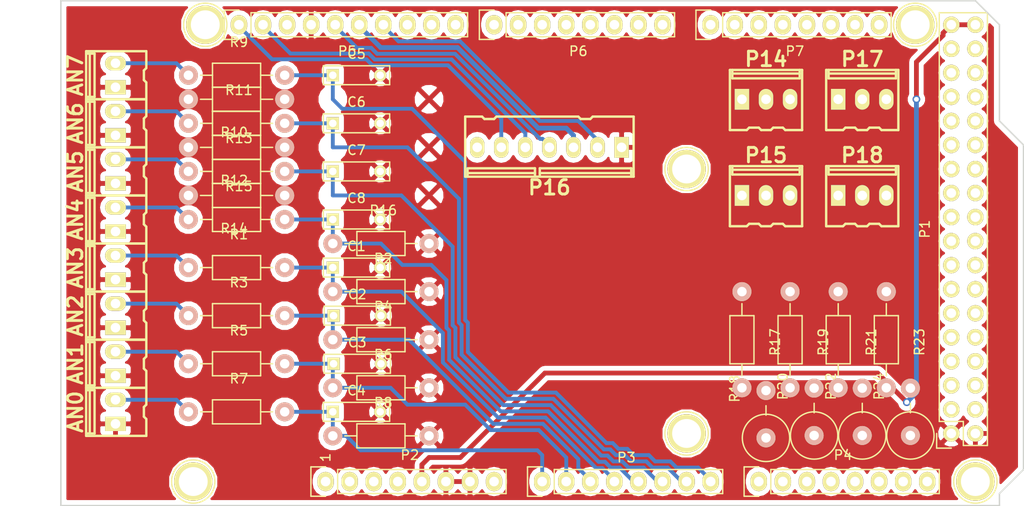
<source format=kicad_pcb>
(kicad_pcb (version 4) (host pcbnew "(2016-06-15 BZR 6936, Git 3f2b157)-product")

  (general
    (links 93)
    (no_connects 22)
    (area 103.302999 68.250999 205.053001 121.741001)
    (thickness 1.6)
    (drawings 27)
    (tracks 189)
    (zones 0)
    (modules 58)
    (nets 33)
  )

  (page A4)
  (title_block
    (date "mar. 31 mars 2015")
  )

  (layers
    (0 F.Cu signal)
    (31 B.Cu signal)
    (32 B.Adhes user)
    (33 F.Adhes user)
    (34 B.Paste user)
    (35 F.Paste user)
    (36 B.SilkS user)
    (37 F.SilkS user)
    (38 B.Mask user)
    (39 F.Mask user)
    (40 Dwgs.User user)
    (41 Cmts.User user)
    (42 Eco1.User user)
    (43 Eco2.User user)
    (44 Edge.Cuts user)
    (45 Margin user)
    (46 B.CrtYd user)
    (47 F.CrtYd user)
    (48 B.Fab user)
    (49 F.Fab user)
  )

  (setup
    (last_trace_width 0.25)
    (trace_clearance 0.2)
    (zone_clearance 0.508)
    (zone_45_only no)
    (trace_min 0.2)
    (segment_width 0.15)
    (edge_width 0.15)
    (via_size 0.6)
    (via_drill 0.4)
    (via_min_size 0.4)
    (via_min_drill 0.3)
    (uvia_size 0.3)
    (uvia_drill 0.1)
    (uvias_allowed no)
    (uvia_min_size 0.2)
    (uvia_min_drill 0.1)
    (pcb_text_width 0.3)
    (pcb_text_size 1.5 1.5)
    (mod_edge_width 0.15)
    (mod_text_size 1 1)
    (mod_text_width 0.15)
    (pad_size 4.064 4.064)
    (pad_drill 3.048)
    (pad_to_mask_clearance 0)
    (aux_axis_origin 103.378 121.666)
    (visible_elements 7FFFFFFF)
    (pcbplotparams
      (layerselection 0x00030_80000001)
      (usegerberextensions false)
      (excludeedgelayer true)
      (linewidth 0.100000)
      (plotframeref false)
      (viasonmask false)
      (mode 1)
      (useauxorigin false)
      (hpglpennumber 1)
      (hpglpenspeed 20)
      (hpglpendiameter 15)
      (psnegative false)
      (psa4output false)
      (plotreference true)
      (plotvalue true)
      (plotinvisibletext false)
      (padsonsilk false)
      (subtractmaskfromsilk false)
      (outputformat 1)
      (mirror false)
      (drillshape 1)
      (scaleselection 1)
      (outputdirectory ""))
  )

  (net 0 "")
  (net 1 GND)
  (net 2 +5V)
  (net 3 AN3)
  (net 4 AN2)
  (net 5 AN1)
  (net 6 AN0)
  (net 7 AN7)
  (net 8 AN6)
  (net 9 AN5)
  (net 10 AN4)
  (net 11 IN0)
  (net 12 IN1)
  (net 13 IN2)
  (net 14 IN3)
  (net 15 IN4)
  (net 16 IN5)
  (net 17 IN6)
  (net 18 IN7)
  (net 19 SCL)
  (net 20 SDA)
  (net 21 CHGEN)
  (net 22 ACP)
  (net 23 SMBALERT)
  (net 24 +3V3)
  (net 25 AN8)
  (net 26 AN9)
  (net 27 AN10)
  (net 28 AN11)
  (net 29 "Net-(P14-Pad2)")
  (net 30 "Net-(P15-Pad2)")
  (net 31 "Net-(P17-Pad2)")
  (net 32 "Net-(P18-Pad2)")

  (net_class Default "This is the default net class."
    (clearance 0.2)
    (trace_width 0.25)
    (via_dia 0.6)
    (via_drill 0.4)
    (uvia_dia 0.3)
    (uvia_drill 0.1)
    (add_net +3V3)
    (add_net AN10)
    (add_net AN11)
    (add_net AN8)
    (add_net AN9)
    (add_net "Net-(P14-Pad2)")
    (add_net "Net-(P15-Pad2)")
    (add_net "Net-(P17-Pad2)")
    (add_net "Net-(P18-Pad2)")
  )

  (net_class Supply ""
    (clearance 0.3048)
    (trace_width 0.508)
    (via_dia 0.8128)
    (via_drill 0.508)
    (uvia_dia 0.3048)
    (uvia_drill 0.1016)
    (add_net +5V)
    (add_net ACP)
    (add_net GND)
  )

  (net_class analog ""
    (clearance 0.254)
    (trace_width 0.4064)
    (via_dia 0.6096)
    (via_drill 0.4064)
    (uvia_dia 0.3048)
    (uvia_drill 0.1016)
    (add_net AN0)
    (add_net AN1)
    (add_net AN2)
    (add_net AN3)
    (add_net AN4)
    (add_net AN5)
    (add_net AN6)
    (add_net AN7)
    (add_net IN0)
    (add_net IN1)
    (add_net IN2)
    (add_net IN3)
    (add_net IN4)
    (add_net IN5)
    (add_net IN6)
    (add_net IN7)
  )

  (net_class digital ""
    (clearance 0.254)
    (trace_width 0.4064)
    (via_dia 0.6096)
    (via_drill 0.4064)
    (uvia_dia 0.3048)
    (uvia_drill 0.1016)
    (add_net CHGEN)
    (add_net SCL)
    (add_net SDA)
    (add_net SMBALERT)
  )

  (module Socket_Arduino_Mega:Socket_Strip_Arduino_2x18 locked (layer F.Cu) (tedit 55216789) (tstamp 551AFCE5)
    (at 197.358 114.046 90)
    (descr "Through hole socket strip")
    (tags "socket strip")
    (path /56D743B5)
    (fp_text reference P1 (at 21.59 -2.794 90) (layer F.SilkS)
      (effects (font (size 1 1) (thickness 0.15)))
    )
    (fp_text value Digital (at 21.59 -4.572 90) (layer F.Fab)
      (effects (font (size 1 1) (thickness 0.15)))
    )
    (fp_line (start -1.75 -1.75) (end -1.75 4.3) (layer F.CrtYd) (width 0.05))
    (fp_line (start 44.95 -1.75) (end 44.95 4.3) (layer F.CrtYd) (width 0.05))
    (fp_line (start -1.75 -1.75) (end 44.95 -1.75) (layer F.CrtYd) (width 0.05))
    (fp_line (start -1.75 4.3) (end 44.95 4.3) (layer F.CrtYd) (width 0.05))
    (fp_line (start -1.27 3.81) (end 44.45 3.81) (layer F.SilkS) (width 0.15))
    (fp_line (start 44.45 -1.27) (end 1.27 -1.27) (layer F.SilkS) (width 0.15))
    (fp_line (start 44.45 3.81) (end 44.45 -1.27) (layer F.SilkS) (width 0.15))
    (fp_line (start -1.27 3.81) (end -1.27 1.27) (layer F.SilkS) (width 0.15))
    (fp_line (start 0 -1.55) (end -1.55 -1.55) (layer F.SilkS) (width 0.15))
    (fp_line (start -1.27 1.27) (end 1.27 1.27) (layer F.SilkS) (width 0.15))
    (fp_line (start 1.27 1.27) (end 1.27 -1.27) (layer F.SilkS) (width 0.15))
    (fp_line (start -1.55 -1.55) (end -1.55 0) (layer F.SilkS) (width 0.15))
    (pad 1 thru_hole circle (at 0 0 90) (size 1.7272 1.7272) (drill 1.016) (layers *.Cu *.Mask F.SilkS)
      (net 1 GND))
    (pad 2 thru_hole oval (at 0 2.54 90) (size 1.7272 1.7272) (drill 1.016) (layers *.Cu *.Mask F.SilkS)
      (net 1 GND))
    (pad 3 thru_hole oval (at 2.54 0 90) (size 1.7272 1.7272) (drill 1.016) (layers *.Cu *.Mask F.SilkS))
    (pad 4 thru_hole oval (at 2.54 2.54 90) (size 1.7272 1.7272) (drill 1.016) (layers *.Cu *.Mask F.SilkS))
    (pad 5 thru_hole oval (at 5.08 0 90) (size 1.7272 1.7272) (drill 1.016) (layers *.Cu *.Mask F.SilkS))
    (pad 6 thru_hole oval (at 5.08 2.54 90) (size 1.7272 1.7272) (drill 1.016) (layers *.Cu *.Mask F.SilkS))
    (pad 7 thru_hole oval (at 7.62 0 90) (size 1.7272 1.7272) (drill 1.016) (layers *.Cu *.Mask F.SilkS))
    (pad 8 thru_hole oval (at 7.62 2.54 90) (size 1.7272 1.7272) (drill 1.016) (layers *.Cu *.Mask F.SilkS))
    (pad 9 thru_hole oval (at 10.16 0 90) (size 1.7272 1.7272) (drill 1.016) (layers *.Cu *.Mask F.SilkS))
    (pad 10 thru_hole oval (at 10.16 2.54 90) (size 1.7272 1.7272) (drill 1.016) (layers *.Cu *.Mask F.SilkS))
    (pad 11 thru_hole oval (at 12.7 0 90) (size 1.7272 1.7272) (drill 1.016) (layers *.Cu *.Mask F.SilkS))
    (pad 12 thru_hole oval (at 12.7 2.54 90) (size 1.7272 1.7272) (drill 1.016) (layers *.Cu *.Mask F.SilkS))
    (pad 13 thru_hole oval (at 15.24 0 90) (size 1.7272 1.7272) (drill 1.016) (layers *.Cu *.Mask F.SilkS))
    (pad 14 thru_hole oval (at 15.24 2.54 90) (size 1.7272 1.7272) (drill 1.016) (layers *.Cu *.Mask F.SilkS))
    (pad 15 thru_hole oval (at 17.78 0 90) (size 1.7272 1.7272) (drill 1.016) (layers *.Cu *.Mask F.SilkS))
    (pad 16 thru_hole oval (at 17.78 2.54 90) (size 1.7272 1.7272) (drill 1.016) (layers *.Cu *.Mask F.SilkS))
    (pad 17 thru_hole oval (at 20.32 0 90) (size 1.7272 1.7272) (drill 1.016) (layers *.Cu *.Mask F.SilkS))
    (pad 18 thru_hole oval (at 20.32 2.54 90) (size 1.7272 1.7272) (drill 1.016) (layers *.Cu *.Mask F.SilkS))
    (pad 19 thru_hole oval (at 22.86 0 90) (size 1.7272 1.7272) (drill 1.016) (layers *.Cu *.Mask F.SilkS))
    (pad 20 thru_hole oval (at 22.86 2.54 90) (size 1.7272 1.7272) (drill 1.016) (layers *.Cu *.Mask F.SilkS))
    (pad 21 thru_hole oval (at 25.4 0 90) (size 1.7272 1.7272) (drill 1.016) (layers *.Cu *.Mask F.SilkS))
    (pad 22 thru_hole oval (at 25.4 2.54 90) (size 1.7272 1.7272) (drill 1.016) (layers *.Cu *.Mask F.SilkS))
    (pad 23 thru_hole oval (at 27.94 0 90) (size 1.7272 1.7272) (drill 1.016) (layers *.Cu *.Mask F.SilkS))
    (pad 24 thru_hole oval (at 27.94 2.54 90) (size 1.7272 1.7272) (drill 1.016) (layers *.Cu *.Mask F.SilkS))
    (pad 25 thru_hole oval (at 30.48 0 90) (size 1.7272 1.7272) (drill 1.016) (layers *.Cu *.Mask F.SilkS))
    (pad 26 thru_hole oval (at 30.48 2.54 90) (size 1.7272 1.7272) (drill 1.016) (layers *.Cu *.Mask F.SilkS))
    (pad 27 thru_hole oval (at 33.02 0 90) (size 1.7272 1.7272) (drill 1.016) (layers *.Cu *.Mask F.SilkS))
    (pad 28 thru_hole oval (at 33.02 2.54 90) (size 1.7272 1.7272) (drill 1.016) (layers *.Cu *.Mask F.SilkS))
    (pad 29 thru_hole oval (at 35.56 0 90) (size 1.7272 1.7272) (drill 1.016) (layers *.Cu *.Mask F.SilkS))
    (pad 30 thru_hole oval (at 35.56 2.54 90) (size 1.7272 1.7272) (drill 1.016) (layers *.Cu *.Mask F.SilkS))
    (pad 31 thru_hole oval (at 38.1 0 90) (size 1.7272 1.7272) (drill 1.016) (layers *.Cu *.Mask F.SilkS))
    (pad 32 thru_hole oval (at 38.1 2.54 90) (size 1.7272 1.7272) (drill 1.016) (layers *.Cu *.Mask F.SilkS))
    (pad 33 thru_hole oval (at 40.64 0 90) (size 1.7272 1.7272) (drill 1.016) (layers *.Cu *.Mask F.SilkS))
    (pad 34 thru_hole oval (at 40.64 2.54 90) (size 1.7272 1.7272) (drill 1.016) (layers *.Cu *.Mask F.SilkS))
    (pad 35 thru_hole oval (at 43.18 0 90) (size 1.7272 1.7272) (drill 1.016) (layers *.Cu *.Mask F.SilkS)
      (net 2 +5V))
    (pad 36 thru_hole oval (at 43.18 2.54 90) (size 1.7272 1.7272) (drill 1.016) (layers *.Cu *.Mask F.SilkS)
      (net 2 +5V))
    (model ${KIPRJMOD}/Socket_Arduino_Mega.3dshapes/Socket_header_Arduino_2x18.wrl
      (at (xyz 0.85 -0.05 0))
      (scale (xyz 1 1 1))
      (rotate (xyz 0 0 180))
    )
  )

  (module Socket_Arduino_Mega:Socket_Strip_Arduino_1x08 locked (layer F.Cu) (tedit 55216755) (tstamp 551AFCFC)
    (at 131.318 119.126)
    (descr "Through hole socket strip")
    (tags "socket strip")
    (path /56D71773)
    (fp_text reference P2 (at 8.89 -2.794) (layer F.SilkS)
      (effects (font (size 1 1) (thickness 0.15)))
    )
    (fp_text value Power (at 8.89 -4.318) (layer F.Fab)
      (effects (font (size 1 1) (thickness 0.15)))
    )
    (fp_line (start -1.75 -1.75) (end -1.75 1.75) (layer F.CrtYd) (width 0.05))
    (fp_line (start 19.55 -1.75) (end 19.55 1.75) (layer F.CrtYd) (width 0.05))
    (fp_line (start -1.75 -1.75) (end 19.55 -1.75) (layer F.CrtYd) (width 0.05))
    (fp_line (start -1.75 1.75) (end 19.55 1.75) (layer F.CrtYd) (width 0.05))
    (fp_line (start 1.27 1.27) (end 19.05 1.27) (layer F.SilkS) (width 0.15))
    (fp_line (start 19.05 1.27) (end 19.05 -1.27) (layer F.SilkS) (width 0.15))
    (fp_line (start 19.05 -1.27) (end 1.27 -1.27) (layer F.SilkS) (width 0.15))
    (fp_line (start -1.55 1.55) (end 0 1.55) (layer F.SilkS) (width 0.15))
    (fp_line (start 1.27 1.27) (end 1.27 -1.27) (layer F.SilkS) (width 0.15))
    (fp_line (start 0 -1.55) (end -1.55 -1.55) (layer F.SilkS) (width 0.15))
    (fp_line (start -1.55 -1.55) (end -1.55 1.55) (layer F.SilkS) (width 0.15))
    (pad 1 thru_hole oval (at 0 0) (size 1.7272 2.032) (drill 1.016) (layers *.Cu *.Mask F.SilkS))
    (pad 2 thru_hole oval (at 2.54 0) (size 1.7272 2.032) (drill 1.016) (layers *.Cu *.Mask F.SilkS))
    (pad 3 thru_hole oval (at 5.08 0) (size 1.7272 2.032) (drill 1.016) (layers *.Cu *.Mask F.SilkS))
    (pad 4 thru_hole oval (at 7.62 0) (size 1.7272 2.032) (drill 1.016) (layers *.Cu *.Mask F.SilkS)
      (net 24 +3V3))
    (pad 5 thru_hole oval (at 10.16 0) (size 1.7272 2.032) (drill 1.016) (layers *.Cu *.Mask F.SilkS)
      (net 2 +5V))
    (pad 6 thru_hole oval (at 12.7 0) (size 1.7272 2.032) (drill 1.016) (layers *.Cu *.Mask F.SilkS)
      (net 1 GND))
    (pad 7 thru_hole oval (at 15.24 0) (size 1.7272 2.032) (drill 1.016) (layers *.Cu *.Mask F.SilkS)
      (net 1 GND))
    (pad 8 thru_hole oval (at 17.78 0) (size 1.7272 2.032) (drill 1.016) (layers *.Cu *.Mask F.SilkS))
    (model ${KIPRJMOD}/Socket_Arduino_Mega.3dshapes/Socket_header_Arduino_1x08.wrl
      (at (xyz 0.35 0 0))
      (scale (xyz 1 1 1))
      (rotate (xyz 0 0 180))
    )
  )

  (module Socket_Arduino_Mega:Socket_Strip_Arduino_1x08 locked (layer F.Cu) (tedit 5521677D) (tstamp 551AFD13)
    (at 154.178 119.126)
    (descr "Through hole socket strip")
    (tags "socket strip")
    (path /56D72F1C)
    (fp_text reference P3 (at 8.89 -2.54) (layer F.SilkS)
      (effects (font (size 1 1) (thickness 0.15)))
    )
    (fp_text value Analog (at 8.89 -4.318) (layer F.Fab)
      (effects (font (size 1 1) (thickness 0.15)))
    )
    (fp_line (start -1.75 -1.75) (end -1.75 1.75) (layer F.CrtYd) (width 0.05))
    (fp_line (start 19.55 -1.75) (end 19.55 1.75) (layer F.CrtYd) (width 0.05))
    (fp_line (start -1.75 -1.75) (end 19.55 -1.75) (layer F.CrtYd) (width 0.05))
    (fp_line (start -1.75 1.75) (end 19.55 1.75) (layer F.CrtYd) (width 0.05))
    (fp_line (start 1.27 1.27) (end 19.05 1.27) (layer F.SilkS) (width 0.15))
    (fp_line (start 19.05 1.27) (end 19.05 -1.27) (layer F.SilkS) (width 0.15))
    (fp_line (start 19.05 -1.27) (end 1.27 -1.27) (layer F.SilkS) (width 0.15))
    (fp_line (start -1.55 1.55) (end 0 1.55) (layer F.SilkS) (width 0.15))
    (fp_line (start 1.27 1.27) (end 1.27 -1.27) (layer F.SilkS) (width 0.15))
    (fp_line (start 0 -1.55) (end -1.55 -1.55) (layer F.SilkS) (width 0.15))
    (fp_line (start -1.55 -1.55) (end -1.55 1.55) (layer F.SilkS) (width 0.15))
    (pad 1 thru_hole oval (at 0 0) (size 1.7272 2.032) (drill 1.016) (layers *.Cu *.Mask F.SilkS)
      (net 6 AN0))
    (pad 2 thru_hole oval (at 2.54 0) (size 1.7272 2.032) (drill 1.016) (layers *.Cu *.Mask F.SilkS)
      (net 5 AN1))
    (pad 3 thru_hole oval (at 5.08 0) (size 1.7272 2.032) (drill 1.016) (layers *.Cu *.Mask F.SilkS)
      (net 4 AN2))
    (pad 4 thru_hole oval (at 7.62 0) (size 1.7272 2.032) (drill 1.016) (layers *.Cu *.Mask F.SilkS)
      (net 3 AN3))
    (pad 5 thru_hole oval (at 10.16 0) (size 1.7272 2.032) (drill 1.016) (layers *.Cu *.Mask F.SilkS)
      (net 10 AN4))
    (pad 6 thru_hole oval (at 12.7 0) (size 1.7272 2.032) (drill 1.016) (layers *.Cu *.Mask F.SilkS)
      (net 9 AN5))
    (pad 7 thru_hole oval (at 15.24 0) (size 1.7272 2.032) (drill 1.016) (layers *.Cu *.Mask F.SilkS)
      (net 8 AN6))
    (pad 8 thru_hole oval (at 17.78 0) (size 1.7272 2.032) (drill 1.016) (layers *.Cu *.Mask F.SilkS)
      (net 7 AN7))
    (model ${KIPRJMOD}/Socket_Arduino_Mega.3dshapes/Socket_header_Arduino_1x08.wrl
      (at (xyz 0.35 0 0))
      (scale (xyz 1 1 1))
      (rotate (xyz 0 0 180))
    )
  )

  (module Socket_Arduino_Mega:Socket_Strip_Arduino_1x08 locked (layer F.Cu) (tedit 55216772) (tstamp 551AFD2A)
    (at 177.038 119.126)
    (descr "Through hole socket strip")
    (tags "socket strip")
    (path /56D73A0E)
    (fp_text reference P4 (at 8.89 -2.794) (layer F.SilkS)
      (effects (font (size 1 1) (thickness 0.15)))
    )
    (fp_text value Analog (at 8.89 -4.318) (layer F.Fab)
      (effects (font (size 1 1) (thickness 0.15)))
    )
    (fp_line (start -1.75 -1.75) (end -1.75 1.75) (layer F.CrtYd) (width 0.05))
    (fp_line (start 19.55 -1.75) (end 19.55 1.75) (layer F.CrtYd) (width 0.05))
    (fp_line (start -1.75 -1.75) (end 19.55 -1.75) (layer F.CrtYd) (width 0.05))
    (fp_line (start -1.75 1.75) (end 19.55 1.75) (layer F.CrtYd) (width 0.05))
    (fp_line (start 1.27 1.27) (end 19.05 1.27) (layer F.SilkS) (width 0.15))
    (fp_line (start 19.05 1.27) (end 19.05 -1.27) (layer F.SilkS) (width 0.15))
    (fp_line (start 19.05 -1.27) (end 1.27 -1.27) (layer F.SilkS) (width 0.15))
    (fp_line (start -1.55 1.55) (end 0 1.55) (layer F.SilkS) (width 0.15))
    (fp_line (start 1.27 1.27) (end 1.27 -1.27) (layer F.SilkS) (width 0.15))
    (fp_line (start 0 -1.55) (end -1.55 -1.55) (layer F.SilkS) (width 0.15))
    (fp_line (start -1.55 -1.55) (end -1.55 1.55) (layer F.SilkS) (width 0.15))
    (pad 1 thru_hole oval (at 0 0) (size 1.7272 2.032) (drill 1.016) (layers *.Cu *.Mask F.SilkS)
      (net 25 AN8))
    (pad 2 thru_hole oval (at 2.54 0) (size 1.7272 2.032) (drill 1.016) (layers *.Cu *.Mask F.SilkS)
      (net 26 AN9))
    (pad 3 thru_hole oval (at 5.08 0) (size 1.7272 2.032) (drill 1.016) (layers *.Cu *.Mask F.SilkS)
      (net 27 AN10))
    (pad 4 thru_hole oval (at 7.62 0) (size 1.7272 2.032) (drill 1.016) (layers *.Cu *.Mask F.SilkS)
      (net 28 AN11))
    (pad 5 thru_hole oval (at 10.16 0) (size 1.7272 2.032) (drill 1.016) (layers *.Cu *.Mask F.SilkS))
    (pad 6 thru_hole oval (at 12.7 0) (size 1.7272 2.032) (drill 1.016) (layers *.Cu *.Mask F.SilkS))
    (pad 7 thru_hole oval (at 15.24 0) (size 1.7272 2.032) (drill 1.016) (layers *.Cu *.Mask F.SilkS))
    (pad 8 thru_hole oval (at 17.78 0) (size 1.7272 2.032) (drill 1.016) (layers *.Cu *.Mask F.SilkS))
    (model ${KIPRJMOD}/Socket_Arduino_Mega.3dshapes/Socket_header_Arduino_1x08.wrl
      (at (xyz 0.35 0 0))
      (scale (xyz 1 1 1))
      (rotate (xyz 0 0 180))
    )
  )

  (module Socket_Arduino_Mega:Socket_Strip_Arduino_1x10 locked (layer F.Cu) (tedit 551AFC9C) (tstamp 551AFD43)
    (at 122.174 70.866)
    (descr "Through hole socket strip")
    (tags "socket strip")
    (path /56D72368)
    (fp_text reference P5 (at 11.43 2.794) (layer F.SilkS)
      (effects (font (size 1 1) (thickness 0.15)))
    )
    (fp_text value PWM (at 11.43 4.318) (layer F.Fab)
      (effects (font (size 1 1) (thickness 0.15)))
    )
    (fp_line (start -1.75 -1.75) (end -1.75 1.75) (layer F.CrtYd) (width 0.05))
    (fp_line (start 24.65 -1.75) (end 24.65 1.75) (layer F.CrtYd) (width 0.05))
    (fp_line (start -1.75 -1.75) (end 24.65 -1.75) (layer F.CrtYd) (width 0.05))
    (fp_line (start -1.75 1.75) (end 24.65 1.75) (layer F.CrtYd) (width 0.05))
    (fp_line (start 1.27 1.27) (end 24.13 1.27) (layer F.SilkS) (width 0.15))
    (fp_line (start 24.13 1.27) (end 24.13 -1.27) (layer F.SilkS) (width 0.15))
    (fp_line (start 24.13 -1.27) (end 1.27 -1.27) (layer F.SilkS) (width 0.15))
    (fp_line (start -1.55 1.55) (end 0 1.55) (layer F.SilkS) (width 0.15))
    (fp_line (start 1.27 1.27) (end 1.27 -1.27) (layer F.SilkS) (width 0.15))
    (fp_line (start 0 -1.55) (end -1.55 -1.55) (layer F.SilkS) (width 0.15))
    (fp_line (start -1.55 -1.55) (end -1.55 1.55) (layer F.SilkS) (width 0.15))
    (pad 1 thru_hole oval (at 0 0) (size 1.7272 2.032) (drill 1.016) (layers *.Cu *.Mask F.SilkS)
      (net 19 SCL))
    (pad 2 thru_hole oval (at 2.54 0) (size 1.7272 2.032) (drill 1.016) (layers *.Cu *.Mask F.SilkS)
      (net 20 SDA))
    (pad 3 thru_hole oval (at 5.08 0) (size 1.7272 2.032) (drill 1.016) (layers *.Cu *.Mask F.SilkS))
    (pad 4 thru_hole oval (at 7.62 0) (size 1.7272 2.032) (drill 1.016) (layers *.Cu *.Mask F.SilkS)
      (net 1 GND))
    (pad 5 thru_hole oval (at 10.16 0) (size 1.7272 2.032) (drill 1.016) (layers *.Cu *.Mask F.SilkS)
      (net 21 CHGEN))
    (pad 6 thru_hole oval (at 12.7 0) (size 1.7272 2.032) (drill 1.016) (layers *.Cu *.Mask F.SilkS)
      (net 22 ACP))
    (pad 7 thru_hole oval (at 15.24 0) (size 1.7272 2.032) (drill 1.016) (layers *.Cu *.Mask F.SilkS)
      (net 23 SMBALERT))
    (pad 8 thru_hole oval (at 17.78 0) (size 1.7272 2.032) (drill 1.016) (layers *.Cu *.Mask F.SilkS))
    (pad 9 thru_hole oval (at 20.32 0) (size 1.7272 2.032) (drill 1.016) (layers *.Cu *.Mask F.SilkS))
    (pad 10 thru_hole oval (at 22.86 0) (size 1.7272 2.032) (drill 1.016) (layers *.Cu *.Mask F.SilkS))
    (model ${KIPRJMOD}/Socket_Arduino_Mega.3dshapes/Socket_header_Arduino_1x10.wrl
      (at (xyz 0.45 0 0))
      (scale (xyz 1 1 1))
      (rotate (xyz 0 0 180))
    )
  )

  (module Socket_Arduino_Mega:Socket_Strip_Arduino_1x08 locked (layer F.Cu) (tedit 551AFC7F) (tstamp 551AFD5A)
    (at 149.098 70.866)
    (descr "Through hole socket strip")
    (tags "socket strip")
    (path /56D734D0)
    (fp_text reference P6 (at 8.89 2.794) (layer F.SilkS)
      (effects (font (size 1 1) (thickness 0.15)))
    )
    (fp_text value PWM (at 8.89 4.318) (layer F.Fab)
      (effects (font (size 1 1) (thickness 0.15)))
    )
    (fp_line (start -1.75 -1.75) (end -1.75 1.75) (layer F.CrtYd) (width 0.05))
    (fp_line (start 19.55 -1.75) (end 19.55 1.75) (layer F.CrtYd) (width 0.05))
    (fp_line (start -1.75 -1.75) (end 19.55 -1.75) (layer F.CrtYd) (width 0.05))
    (fp_line (start -1.75 1.75) (end 19.55 1.75) (layer F.CrtYd) (width 0.05))
    (fp_line (start 1.27 1.27) (end 19.05 1.27) (layer F.SilkS) (width 0.15))
    (fp_line (start 19.05 1.27) (end 19.05 -1.27) (layer F.SilkS) (width 0.15))
    (fp_line (start 19.05 -1.27) (end 1.27 -1.27) (layer F.SilkS) (width 0.15))
    (fp_line (start -1.55 1.55) (end 0 1.55) (layer F.SilkS) (width 0.15))
    (fp_line (start 1.27 1.27) (end 1.27 -1.27) (layer F.SilkS) (width 0.15))
    (fp_line (start 0 -1.55) (end -1.55 -1.55) (layer F.SilkS) (width 0.15))
    (fp_line (start -1.55 -1.55) (end -1.55 1.55) (layer F.SilkS) (width 0.15))
    (pad 1 thru_hole oval (at 0 0) (size 1.7272 2.032) (drill 1.016) (layers *.Cu *.Mask F.SilkS))
    (pad 2 thru_hole oval (at 2.54 0) (size 1.7272 2.032) (drill 1.016) (layers *.Cu *.Mask F.SilkS))
    (pad 3 thru_hole oval (at 5.08 0) (size 1.7272 2.032) (drill 1.016) (layers *.Cu *.Mask F.SilkS))
    (pad 4 thru_hole oval (at 7.62 0) (size 1.7272 2.032) (drill 1.016) (layers *.Cu *.Mask F.SilkS))
    (pad 5 thru_hole oval (at 10.16 0) (size 1.7272 2.032) (drill 1.016) (layers *.Cu *.Mask F.SilkS))
    (pad 6 thru_hole oval (at 12.7 0) (size 1.7272 2.032) (drill 1.016) (layers *.Cu *.Mask F.SilkS))
    (pad 7 thru_hole oval (at 15.24 0) (size 1.7272 2.032) (drill 1.016) (layers *.Cu *.Mask F.SilkS))
    (pad 8 thru_hole oval (at 17.78 0) (size 1.7272 2.032) (drill 1.016) (layers *.Cu *.Mask F.SilkS))
    (model ${KIPRJMOD}/Socket_Arduino_Mega.3dshapes/Socket_header_Arduino_1x08.wrl
      (at (xyz 0.35 0 0))
      (scale (xyz 1 1 1))
      (rotate (xyz 0 0 180))
    )
  )

  (module Socket_Arduino_Mega:Socket_Strip_Arduino_1x08 locked (layer F.Cu) (tedit 551AFC73) (tstamp 551AFD71)
    (at 171.958 70.866)
    (descr "Through hole socket strip")
    (tags "socket strip")
    (path /56D73F2C)
    (fp_text reference P7 (at 8.89 2.794) (layer F.SilkS)
      (effects (font (size 1 1) (thickness 0.15)))
    )
    (fp_text value Communication (at 8.89 4.064) (layer F.Fab)
      (effects (font (size 1 1) (thickness 0.15)))
    )
    (fp_line (start -1.75 -1.75) (end -1.75 1.75) (layer F.CrtYd) (width 0.05))
    (fp_line (start 19.55 -1.75) (end 19.55 1.75) (layer F.CrtYd) (width 0.05))
    (fp_line (start -1.75 -1.75) (end 19.55 -1.75) (layer F.CrtYd) (width 0.05))
    (fp_line (start -1.75 1.75) (end 19.55 1.75) (layer F.CrtYd) (width 0.05))
    (fp_line (start 1.27 1.27) (end 19.05 1.27) (layer F.SilkS) (width 0.15))
    (fp_line (start 19.05 1.27) (end 19.05 -1.27) (layer F.SilkS) (width 0.15))
    (fp_line (start 19.05 -1.27) (end 1.27 -1.27) (layer F.SilkS) (width 0.15))
    (fp_line (start -1.55 1.55) (end 0 1.55) (layer F.SilkS) (width 0.15))
    (fp_line (start 1.27 1.27) (end 1.27 -1.27) (layer F.SilkS) (width 0.15))
    (fp_line (start 0 -1.55) (end -1.55 -1.55) (layer F.SilkS) (width 0.15))
    (fp_line (start -1.55 -1.55) (end -1.55 1.55) (layer F.SilkS) (width 0.15))
    (pad 1 thru_hole oval (at 0 0) (size 1.7272 2.032) (drill 1.016) (layers *.Cu *.Mask F.SilkS))
    (pad 2 thru_hole oval (at 2.54 0) (size 1.7272 2.032) (drill 1.016) (layers *.Cu *.Mask F.SilkS))
    (pad 3 thru_hole oval (at 5.08 0) (size 1.7272 2.032) (drill 1.016) (layers *.Cu *.Mask F.SilkS))
    (pad 4 thru_hole oval (at 7.62 0) (size 1.7272 2.032) (drill 1.016) (layers *.Cu *.Mask F.SilkS))
    (pad 5 thru_hole oval (at 10.16 0) (size 1.7272 2.032) (drill 1.016) (layers *.Cu *.Mask F.SilkS))
    (pad 6 thru_hole oval (at 12.7 0) (size 1.7272 2.032) (drill 1.016) (layers *.Cu *.Mask F.SilkS))
    (pad 7 thru_hole oval (at 15.24 0) (size 1.7272 2.032) (drill 1.016) (layers *.Cu *.Mask F.SilkS))
    (pad 8 thru_hole oval (at 17.78 0) (size 1.7272 2.032) (drill 1.016) (layers *.Cu *.Mask F.SilkS))
    (model ${KIPRJMOD}/Socket_Arduino_Mega.3dshapes/Socket_header_Arduino_1x08.wrl
      (at (xyz 0.35 0 0))
      (scale (xyz 1 1 1))
      (rotate (xyz 0 0 180))
    )
  )

  (module Socket_Arduino_Mega:Arduino_1pin locked (layer F.Cu) (tedit 5524FDA7) (tstamp 5524FE07)
    (at 117.348 119.126)
    (descr "module 1 pin (ou trou mecanique de percage)")
    (tags DEV)
    (path /56D70B71)
    (fp_text reference P8 (at 0 -3.048) (layer F.SilkS) hide
      (effects (font (size 1 1) (thickness 0.15)))
    )
    (fp_text value CONN_01X01 (at 0 2.794) (layer F.Fab) hide
      (effects (font (size 1 1) (thickness 0.15)))
    )
    (fp_circle (center 0 0) (end 0 -2.286) (layer F.SilkS) (width 0.15))
    (pad 1 thru_hole circle (at 0 0) (size 4.064 4.064) (drill 3.048) (layers *.Cu *.Mask F.SilkS))
  )

  (module Socket_Arduino_Mega:Arduino_1pin locked (layer F.Cu) (tedit 5524FDB2) (tstamp 5524FE0C)
    (at 169.418 114.046)
    (descr "module 1 pin (ou trou mecanique de percage)")
    (tags DEV)
    (path /56D70C9B)
    (fp_text reference P9 (at 0 -3.048) (layer F.SilkS) hide
      (effects (font (size 1 1) (thickness 0.15)))
    )
    (fp_text value CONN_01X01 (at 0 2.794) (layer F.Fab) hide
      (effects (font (size 1 1) (thickness 0.15)))
    )
    (fp_circle (center 0 0) (end 0 -2.286) (layer F.SilkS) (width 0.15))
    (pad 1 thru_hole circle (at 0 0) (size 4.064 4.064) (drill 3.048) (layers *.Cu *.Mask F.SilkS))
  )

  (module Socket_Arduino_Mega:Arduino_1pin locked (layer F.Cu) (tedit 5524FDBB) (tstamp 5524FE11)
    (at 199.898 119.126)
    (descr "module 1 pin (ou trou mecanique de percage)")
    (tags DEV)
    (path /56D70CE6)
    (fp_text reference P10 (at 0 -3.048) (layer F.SilkS) hide
      (effects (font (size 1 1) (thickness 0.15)))
    )
    (fp_text value CONN_01X01 (at 0 2.794) (layer F.Fab) hide
      (effects (font (size 1 1) (thickness 0.15)))
    )
    (fp_circle (center 0 0) (end 0 -2.286) (layer F.SilkS) (width 0.15))
    (pad 1 thru_hole circle (at 0 0) (size 4.064 4.064) (drill 3.048) (layers *.Cu *.Mask F.SilkS))
  )

  (module Socket_Arduino_Mega:Arduino_1pin locked (layer F.Cu) (tedit 5524FDD2) (tstamp 5524FE16)
    (at 118.618 70.866)
    (descr "module 1 pin (ou trou mecanique de percage)")
    (tags DEV)
    (path /56D70D2C)
    (fp_text reference P11 (at 0 -3.048) (layer F.SilkS) hide
      (effects (font (size 1 1) (thickness 0.15)))
    )
    (fp_text value CONN_01X01 (at 0 2.794) (layer F.Fab) hide
      (effects (font (size 1 1) (thickness 0.15)))
    )
    (fp_circle (center 0 0) (end 0 -2.286) (layer F.SilkS) (width 0.15))
    (pad 1 thru_hole circle (at 0 0) (size 4.064 4.064) (drill 3.048) (layers *.Cu *.Mask F.SilkS))
  )

  (module Socket_Arduino_Mega:Arduino_1pin locked (layer F.Cu) (tedit 5524FDCA) (tstamp 5524FE1B)
    (at 169.418 86.106)
    (descr "module 1 pin (ou trou mecanique de percage)")
    (tags DEV)
    (path /56D711A2)
    (fp_text reference P12 (at 0 -3.048) (layer F.SilkS) hide
      (effects (font (size 1 1) (thickness 0.15)))
    )
    (fp_text value CONN_01X01 (at 0 2.794) (layer F.Fab) hide
      (effects (font (size 1 1) (thickness 0.15)))
    )
    (fp_circle (center 0 0) (end 0 -2.286) (layer F.SilkS) (width 0.15))
    (pad 1 thru_hole circle (at 0 0) (size 4.064 4.064) (drill 3.048) (layers *.Cu *.Mask F.SilkS))
  )

  (module Socket_Arduino_Mega:Arduino_1pin locked (layer F.Cu) (tedit 5524FDC4) (tstamp 5524FE20)
    (at 193.548 70.866)
    (descr "module 1 pin (ou trou mecanique de percage)")
    (tags DEV)
    (path /56D711F0)
    (fp_text reference P13 (at 0 -3.048) (layer F.SilkS) hide
      (effects (font (size 1 1) (thickness 0.15)))
    )
    (fp_text value CONN_01X01 (at 0 2.794) (layer F.Fab) hide
      (effects (font (size 1 1) (thickness 0.15)))
    )
    (fp_circle (center 0 0) (end 0 -2.286) (layer F.SilkS) (width 0.15))
    (pad 1 thru_hole circle (at 0 0) (size 4.064 4.064) (drill 3.048) (layers *.Cu *.Mask F.SilkS))
  )

  (module Resistors_ThroughHole:Resistor_Horizontal_RM10mm (layer F.Cu) (tedit 56648415) (tstamp 57AC53E6)
    (at 116.84 96.52)
    (descr "Resistor, Axial,  RM 10mm, 1/3W")
    (tags "Resistor Axial RM 10mm 1/3W")
    (path /57AC566E/57AC5B83)
    (fp_text reference R1 (at 5.32892 -3.50012) (layer F.SilkS)
      (effects (font (size 1 1) (thickness 0.15)))
    )
    (fp_text value 150K (at 5.08 3.81) (layer F.Fab)
      (effects (font (size 1 1) (thickness 0.15)))
    )
    (fp_line (start -1.25 -1.5) (end 11.4 -1.5) (layer F.CrtYd) (width 0.05))
    (fp_line (start -1.25 1.5) (end -1.25 -1.5) (layer F.CrtYd) (width 0.05))
    (fp_line (start 11.4 -1.5) (end 11.4 1.5) (layer F.CrtYd) (width 0.05))
    (fp_line (start -1.25 1.5) (end 11.4 1.5) (layer F.CrtYd) (width 0.05))
    (fp_line (start 2.54 -1.27) (end 7.62 -1.27) (layer F.SilkS) (width 0.15))
    (fp_line (start 7.62 -1.27) (end 7.62 1.27) (layer F.SilkS) (width 0.15))
    (fp_line (start 7.62 1.27) (end 2.54 1.27) (layer F.SilkS) (width 0.15))
    (fp_line (start 2.54 1.27) (end 2.54 -1.27) (layer F.SilkS) (width 0.15))
    (fp_line (start 2.54 0) (end 1.27 0) (layer F.SilkS) (width 0.15))
    (fp_line (start 7.62 0) (end 8.89 0) (layer F.SilkS) (width 0.15))
    (pad 1 thru_hole circle (at 0 0) (size 1.99898 1.99898) (drill 1.00076) (layers *.Cu *.SilkS *.Mask)
      (net 14 IN3))
    (pad 2 thru_hole circle (at 10.16 0) (size 1.99898 1.99898) (drill 1.00076) (layers *.Cu *.SilkS *.Mask)
      (net 3 AN3))
    (model Resistors_ThroughHole.3dshapes/Resistor_Horizontal_RM10mm.wrl
      (at (xyz 0.2 0 0))
      (scale (xyz 0.4 0.4 0.4))
      (rotate (xyz 0 0 0))
    )
  )

  (module Resistors_ThroughHole:Resistor_Horizontal_RM10mm (layer F.Cu) (tedit 56648415) (tstamp 57AC53F6)
    (at 132.08 99.06)
    (descr "Resistor, Axial,  RM 10mm, 1/3W")
    (tags "Resistor Axial RM 10mm 1/3W")
    (path /57AC566E/57AC5B82)
    (fp_text reference R2 (at 5.32892 -3.50012) (layer F.SilkS)
      (effects (font (size 1 1) (thickness 0.15)))
    )
    (fp_text value 12K (at 5.08 3.81) (layer F.Fab)
      (effects (font (size 1 1) (thickness 0.15)))
    )
    (fp_line (start -1.25 -1.5) (end 11.4 -1.5) (layer F.CrtYd) (width 0.05))
    (fp_line (start -1.25 1.5) (end -1.25 -1.5) (layer F.CrtYd) (width 0.05))
    (fp_line (start 11.4 -1.5) (end 11.4 1.5) (layer F.CrtYd) (width 0.05))
    (fp_line (start -1.25 1.5) (end 11.4 1.5) (layer F.CrtYd) (width 0.05))
    (fp_line (start 2.54 -1.27) (end 7.62 -1.27) (layer F.SilkS) (width 0.15))
    (fp_line (start 7.62 -1.27) (end 7.62 1.27) (layer F.SilkS) (width 0.15))
    (fp_line (start 7.62 1.27) (end 2.54 1.27) (layer F.SilkS) (width 0.15))
    (fp_line (start 2.54 1.27) (end 2.54 -1.27) (layer F.SilkS) (width 0.15))
    (fp_line (start 2.54 0) (end 1.27 0) (layer F.SilkS) (width 0.15))
    (fp_line (start 7.62 0) (end 8.89 0) (layer F.SilkS) (width 0.15))
    (pad 1 thru_hole circle (at 0 0) (size 1.99898 1.99898) (drill 1.00076) (layers *.Cu *.SilkS *.Mask)
      (net 3 AN3))
    (pad 2 thru_hole circle (at 10.16 0) (size 1.99898 1.99898) (drill 1.00076) (layers *.Cu *.SilkS *.Mask)
      (net 1 GND))
    (model Resistors_ThroughHole.3dshapes/Resistor_Horizontal_RM10mm.wrl
      (at (xyz 0.2 0 0))
      (scale (xyz 0.4 0.4 0.4))
      (rotate (xyz 0 0 0))
    )
  )

  (module Resistors_ThroughHole:Resistor_Horizontal_RM10mm (layer F.Cu) (tedit 56648415) (tstamp 57AC5406)
    (at 116.84 101.6)
    (descr "Resistor, Axial,  RM 10mm, 1/3W")
    (tags "Resistor Axial RM 10mm 1/3W")
    (path /57AC566E/57AC5B8A)
    (fp_text reference R3 (at 5.32892 -3.50012) (layer F.SilkS)
      (effects (font (size 1 1) (thickness 0.15)))
    )
    (fp_text value 150K (at 5.08 3.81) (layer F.Fab)
      (effects (font (size 1 1) (thickness 0.15)))
    )
    (fp_line (start -1.25 -1.5) (end 11.4 -1.5) (layer F.CrtYd) (width 0.05))
    (fp_line (start -1.25 1.5) (end -1.25 -1.5) (layer F.CrtYd) (width 0.05))
    (fp_line (start 11.4 -1.5) (end 11.4 1.5) (layer F.CrtYd) (width 0.05))
    (fp_line (start -1.25 1.5) (end 11.4 1.5) (layer F.CrtYd) (width 0.05))
    (fp_line (start 2.54 -1.27) (end 7.62 -1.27) (layer F.SilkS) (width 0.15))
    (fp_line (start 7.62 -1.27) (end 7.62 1.27) (layer F.SilkS) (width 0.15))
    (fp_line (start 7.62 1.27) (end 2.54 1.27) (layer F.SilkS) (width 0.15))
    (fp_line (start 2.54 1.27) (end 2.54 -1.27) (layer F.SilkS) (width 0.15))
    (fp_line (start 2.54 0) (end 1.27 0) (layer F.SilkS) (width 0.15))
    (fp_line (start 7.62 0) (end 8.89 0) (layer F.SilkS) (width 0.15))
    (pad 1 thru_hole circle (at 0 0) (size 1.99898 1.99898) (drill 1.00076) (layers *.Cu *.SilkS *.Mask)
      (net 13 IN2))
    (pad 2 thru_hole circle (at 10.16 0) (size 1.99898 1.99898) (drill 1.00076) (layers *.Cu *.SilkS *.Mask)
      (net 4 AN2))
    (model Resistors_ThroughHole.3dshapes/Resistor_Horizontal_RM10mm.wrl
      (at (xyz 0.2 0 0))
      (scale (xyz 0.4 0.4 0.4))
      (rotate (xyz 0 0 0))
    )
  )

  (module Resistors_ThroughHole:Resistor_Horizontal_RM10mm (layer F.Cu) (tedit 56648415) (tstamp 57AC5416)
    (at 132.08 104.14)
    (descr "Resistor, Axial,  RM 10mm, 1/3W")
    (tags "Resistor Axial RM 10mm 1/3W")
    (path /57AC566E/57AC5B89)
    (fp_text reference R4 (at 5.32892 -3.50012) (layer F.SilkS)
      (effects (font (size 1 1) (thickness 0.15)))
    )
    (fp_text value 12K (at 5.08 3.81) (layer F.Fab)
      (effects (font (size 1 1) (thickness 0.15)))
    )
    (fp_line (start -1.25 -1.5) (end 11.4 -1.5) (layer F.CrtYd) (width 0.05))
    (fp_line (start -1.25 1.5) (end -1.25 -1.5) (layer F.CrtYd) (width 0.05))
    (fp_line (start 11.4 -1.5) (end 11.4 1.5) (layer F.CrtYd) (width 0.05))
    (fp_line (start -1.25 1.5) (end 11.4 1.5) (layer F.CrtYd) (width 0.05))
    (fp_line (start 2.54 -1.27) (end 7.62 -1.27) (layer F.SilkS) (width 0.15))
    (fp_line (start 7.62 -1.27) (end 7.62 1.27) (layer F.SilkS) (width 0.15))
    (fp_line (start 7.62 1.27) (end 2.54 1.27) (layer F.SilkS) (width 0.15))
    (fp_line (start 2.54 1.27) (end 2.54 -1.27) (layer F.SilkS) (width 0.15))
    (fp_line (start 2.54 0) (end 1.27 0) (layer F.SilkS) (width 0.15))
    (fp_line (start 7.62 0) (end 8.89 0) (layer F.SilkS) (width 0.15))
    (pad 1 thru_hole circle (at 0 0) (size 1.99898 1.99898) (drill 1.00076) (layers *.Cu *.SilkS *.Mask)
      (net 4 AN2))
    (pad 2 thru_hole circle (at 10.16 0) (size 1.99898 1.99898) (drill 1.00076) (layers *.Cu *.SilkS *.Mask)
      (net 1 GND))
    (model Resistors_ThroughHole.3dshapes/Resistor_Horizontal_RM10mm.wrl
      (at (xyz 0.2 0 0))
      (scale (xyz 0.4 0.4 0.4))
      (rotate (xyz 0 0 0))
    )
  )

  (module Resistors_ThroughHole:Resistor_Horizontal_RM10mm (layer F.Cu) (tedit 56648415) (tstamp 57AC5426)
    (at 116.84 106.68)
    (descr "Resistor, Axial,  RM 10mm, 1/3W")
    (tags "Resistor Axial RM 10mm 1/3W")
    (path /57AC566E/57AC5B8F)
    (fp_text reference R5 (at 5.32892 -3.50012) (layer F.SilkS)
      (effects (font (size 1 1) (thickness 0.15)))
    )
    (fp_text value 150K (at 5.08 3.81) (layer F.Fab)
      (effects (font (size 1 1) (thickness 0.15)))
    )
    (fp_line (start -1.25 -1.5) (end 11.4 -1.5) (layer F.CrtYd) (width 0.05))
    (fp_line (start -1.25 1.5) (end -1.25 -1.5) (layer F.CrtYd) (width 0.05))
    (fp_line (start 11.4 -1.5) (end 11.4 1.5) (layer F.CrtYd) (width 0.05))
    (fp_line (start -1.25 1.5) (end 11.4 1.5) (layer F.CrtYd) (width 0.05))
    (fp_line (start 2.54 -1.27) (end 7.62 -1.27) (layer F.SilkS) (width 0.15))
    (fp_line (start 7.62 -1.27) (end 7.62 1.27) (layer F.SilkS) (width 0.15))
    (fp_line (start 7.62 1.27) (end 2.54 1.27) (layer F.SilkS) (width 0.15))
    (fp_line (start 2.54 1.27) (end 2.54 -1.27) (layer F.SilkS) (width 0.15))
    (fp_line (start 2.54 0) (end 1.27 0) (layer F.SilkS) (width 0.15))
    (fp_line (start 7.62 0) (end 8.89 0) (layer F.SilkS) (width 0.15))
    (pad 1 thru_hole circle (at 0 0) (size 1.99898 1.99898) (drill 1.00076) (layers *.Cu *.SilkS *.Mask)
      (net 12 IN1))
    (pad 2 thru_hole circle (at 10.16 0) (size 1.99898 1.99898) (drill 1.00076) (layers *.Cu *.SilkS *.Mask)
      (net 5 AN1))
    (model Resistors_ThroughHole.3dshapes/Resistor_Horizontal_RM10mm.wrl
      (at (xyz 0.2 0 0))
      (scale (xyz 0.4 0.4 0.4))
      (rotate (xyz 0 0 0))
    )
  )

  (module Resistors_ThroughHole:Resistor_Horizontal_RM10mm (layer F.Cu) (tedit 56648415) (tstamp 57AC5436)
    (at 132.08 109.22)
    (descr "Resistor, Axial,  RM 10mm, 1/3W")
    (tags "Resistor Axial RM 10mm 1/3W")
    (path /57AC566E/57AC5B8E)
    (fp_text reference R6 (at 5.32892 -3.50012) (layer F.SilkS)
      (effects (font (size 1 1) (thickness 0.15)))
    )
    (fp_text value 12K (at 5.08 3.81) (layer F.Fab)
      (effects (font (size 1 1) (thickness 0.15)))
    )
    (fp_line (start -1.25 -1.5) (end 11.4 -1.5) (layer F.CrtYd) (width 0.05))
    (fp_line (start -1.25 1.5) (end -1.25 -1.5) (layer F.CrtYd) (width 0.05))
    (fp_line (start 11.4 -1.5) (end 11.4 1.5) (layer F.CrtYd) (width 0.05))
    (fp_line (start -1.25 1.5) (end 11.4 1.5) (layer F.CrtYd) (width 0.05))
    (fp_line (start 2.54 -1.27) (end 7.62 -1.27) (layer F.SilkS) (width 0.15))
    (fp_line (start 7.62 -1.27) (end 7.62 1.27) (layer F.SilkS) (width 0.15))
    (fp_line (start 7.62 1.27) (end 2.54 1.27) (layer F.SilkS) (width 0.15))
    (fp_line (start 2.54 1.27) (end 2.54 -1.27) (layer F.SilkS) (width 0.15))
    (fp_line (start 2.54 0) (end 1.27 0) (layer F.SilkS) (width 0.15))
    (fp_line (start 7.62 0) (end 8.89 0) (layer F.SilkS) (width 0.15))
    (pad 1 thru_hole circle (at 0 0) (size 1.99898 1.99898) (drill 1.00076) (layers *.Cu *.SilkS *.Mask)
      (net 5 AN1))
    (pad 2 thru_hole circle (at 10.16 0) (size 1.99898 1.99898) (drill 1.00076) (layers *.Cu *.SilkS *.Mask)
      (net 1 GND))
    (model Resistors_ThroughHole.3dshapes/Resistor_Horizontal_RM10mm.wrl
      (at (xyz 0.2 0 0))
      (scale (xyz 0.4 0.4 0.4))
      (rotate (xyz 0 0 0))
    )
  )

  (module Resistors_ThroughHole:Resistor_Horizontal_RM10mm (layer F.Cu) (tedit 56648415) (tstamp 57AC5446)
    (at 116.84 111.76)
    (descr "Resistor, Axial,  RM 10mm, 1/3W")
    (tags "Resistor Axial RM 10mm 1/3W")
    (path /57AC566E/57AC5B94)
    (fp_text reference R7 (at 5.32892 -3.50012) (layer F.SilkS)
      (effects (font (size 1 1) (thickness 0.15)))
    )
    (fp_text value 150K (at 5.08 3.81) (layer F.Fab)
      (effects (font (size 1 1) (thickness 0.15)))
    )
    (fp_line (start -1.25 -1.5) (end 11.4 -1.5) (layer F.CrtYd) (width 0.05))
    (fp_line (start -1.25 1.5) (end -1.25 -1.5) (layer F.CrtYd) (width 0.05))
    (fp_line (start 11.4 -1.5) (end 11.4 1.5) (layer F.CrtYd) (width 0.05))
    (fp_line (start -1.25 1.5) (end 11.4 1.5) (layer F.CrtYd) (width 0.05))
    (fp_line (start 2.54 -1.27) (end 7.62 -1.27) (layer F.SilkS) (width 0.15))
    (fp_line (start 7.62 -1.27) (end 7.62 1.27) (layer F.SilkS) (width 0.15))
    (fp_line (start 7.62 1.27) (end 2.54 1.27) (layer F.SilkS) (width 0.15))
    (fp_line (start 2.54 1.27) (end 2.54 -1.27) (layer F.SilkS) (width 0.15))
    (fp_line (start 2.54 0) (end 1.27 0) (layer F.SilkS) (width 0.15))
    (fp_line (start 7.62 0) (end 8.89 0) (layer F.SilkS) (width 0.15))
    (pad 1 thru_hole circle (at 0 0) (size 1.99898 1.99898) (drill 1.00076) (layers *.Cu *.SilkS *.Mask)
      (net 11 IN0))
    (pad 2 thru_hole circle (at 10.16 0) (size 1.99898 1.99898) (drill 1.00076) (layers *.Cu *.SilkS *.Mask)
      (net 6 AN0))
    (model Resistors_ThroughHole.3dshapes/Resistor_Horizontal_RM10mm.wrl
      (at (xyz 0.2 0 0))
      (scale (xyz 0.4 0.4 0.4))
      (rotate (xyz 0 0 0))
    )
  )

  (module Resistors_ThroughHole:Resistor_Horizontal_RM10mm (layer F.Cu) (tedit 56648415) (tstamp 57AC5456)
    (at 132.08 114.3)
    (descr "Resistor, Axial,  RM 10mm, 1/3W")
    (tags "Resistor Axial RM 10mm 1/3W")
    (path /57AC566E/57AC5B93)
    (fp_text reference R8 (at 5.32892 -3.50012) (layer F.SilkS)
      (effects (font (size 1 1) (thickness 0.15)))
    )
    (fp_text value 12K (at 5.08 3.81) (layer F.Fab)
      (effects (font (size 1 1) (thickness 0.15)))
    )
    (fp_line (start -1.25 -1.5) (end 11.4 -1.5) (layer F.CrtYd) (width 0.05))
    (fp_line (start -1.25 1.5) (end -1.25 -1.5) (layer F.CrtYd) (width 0.05))
    (fp_line (start 11.4 -1.5) (end 11.4 1.5) (layer F.CrtYd) (width 0.05))
    (fp_line (start -1.25 1.5) (end 11.4 1.5) (layer F.CrtYd) (width 0.05))
    (fp_line (start 2.54 -1.27) (end 7.62 -1.27) (layer F.SilkS) (width 0.15))
    (fp_line (start 7.62 -1.27) (end 7.62 1.27) (layer F.SilkS) (width 0.15))
    (fp_line (start 7.62 1.27) (end 2.54 1.27) (layer F.SilkS) (width 0.15))
    (fp_line (start 2.54 1.27) (end 2.54 -1.27) (layer F.SilkS) (width 0.15))
    (fp_line (start 2.54 0) (end 1.27 0) (layer F.SilkS) (width 0.15))
    (fp_line (start 7.62 0) (end 8.89 0) (layer F.SilkS) (width 0.15))
    (pad 1 thru_hole circle (at 0 0) (size 1.99898 1.99898) (drill 1.00076) (layers *.Cu *.SilkS *.Mask)
      (net 6 AN0))
    (pad 2 thru_hole circle (at 10.16 0) (size 1.99898 1.99898) (drill 1.00076) (layers *.Cu *.SilkS *.Mask)
      (net 1 GND))
    (model Resistors_ThroughHole.3dshapes/Resistor_Horizontal_RM10mm.wrl
      (at (xyz 0.2 0 0))
      (scale (xyz 0.4 0.4 0.4))
      (rotate (xyz 0 0 0))
    )
  )

  (module Resistors_ThroughHole:Resistor_Horizontal_RM10mm (layer F.Cu) (tedit 56648415) (tstamp 57AC5466)
    (at 116.84 76.2)
    (descr "Resistor, Axial,  RM 10mm, 1/3W")
    (tags "Resistor Axial RM 10mm 1/3W")
    (path /57AC566E/57AC6738)
    (fp_text reference R9 (at 5.32892 -3.50012) (layer F.SilkS)
      (effects (font (size 1 1) (thickness 0.15)))
    )
    (fp_text value 150K (at 5.08 3.81) (layer F.Fab)
      (effects (font (size 1 1) (thickness 0.15)))
    )
    (fp_line (start -1.25 -1.5) (end 11.4 -1.5) (layer F.CrtYd) (width 0.05))
    (fp_line (start -1.25 1.5) (end -1.25 -1.5) (layer F.CrtYd) (width 0.05))
    (fp_line (start 11.4 -1.5) (end 11.4 1.5) (layer F.CrtYd) (width 0.05))
    (fp_line (start -1.25 1.5) (end 11.4 1.5) (layer F.CrtYd) (width 0.05))
    (fp_line (start 2.54 -1.27) (end 7.62 -1.27) (layer F.SilkS) (width 0.15))
    (fp_line (start 7.62 -1.27) (end 7.62 1.27) (layer F.SilkS) (width 0.15))
    (fp_line (start 7.62 1.27) (end 2.54 1.27) (layer F.SilkS) (width 0.15))
    (fp_line (start 2.54 1.27) (end 2.54 -1.27) (layer F.SilkS) (width 0.15))
    (fp_line (start 2.54 0) (end 1.27 0) (layer F.SilkS) (width 0.15))
    (fp_line (start 7.62 0) (end 8.89 0) (layer F.SilkS) (width 0.15))
    (pad 1 thru_hole circle (at 0 0) (size 1.99898 1.99898) (drill 1.00076) (layers *.Cu *.SilkS *.Mask)
      (net 18 IN7))
    (pad 2 thru_hole circle (at 10.16 0) (size 1.99898 1.99898) (drill 1.00076) (layers *.Cu *.SilkS *.Mask)
      (net 7 AN7))
    (model Resistors_ThroughHole.3dshapes/Resistor_Horizontal_RM10mm.wrl
      (at (xyz 0.2 0 0))
      (scale (xyz 0.4 0.4 0.4))
      (rotate (xyz 0 0 0))
    )
  )

  (module Resistors_ThroughHole:Resistor_Horizontal_RM10mm (layer F.Cu) (tedit 56648415) (tstamp 57AC5476)
    (at 127 78.74 180)
    (descr "Resistor, Axial,  RM 10mm, 1/3W")
    (tags "Resistor Axial RM 10mm 1/3W")
    (path /57AC566E/57AC6731)
    (fp_text reference R10 (at 5.32892 -3.50012 180) (layer F.SilkS)
      (effects (font (size 1 1) (thickness 0.15)))
    )
    (fp_text value 12K (at 5.08 3.81 180) (layer F.Fab)
      (effects (font (size 1 1) (thickness 0.15)))
    )
    (fp_line (start -1.25 -1.5) (end 11.4 -1.5) (layer F.CrtYd) (width 0.05))
    (fp_line (start -1.25 1.5) (end -1.25 -1.5) (layer F.CrtYd) (width 0.05))
    (fp_line (start 11.4 -1.5) (end 11.4 1.5) (layer F.CrtYd) (width 0.05))
    (fp_line (start -1.25 1.5) (end 11.4 1.5) (layer F.CrtYd) (width 0.05))
    (fp_line (start 2.54 -1.27) (end 7.62 -1.27) (layer F.SilkS) (width 0.15))
    (fp_line (start 7.62 -1.27) (end 7.62 1.27) (layer F.SilkS) (width 0.15))
    (fp_line (start 7.62 1.27) (end 2.54 1.27) (layer F.SilkS) (width 0.15))
    (fp_line (start 2.54 1.27) (end 2.54 -1.27) (layer F.SilkS) (width 0.15))
    (fp_line (start 2.54 0) (end 1.27 0) (layer F.SilkS) (width 0.15))
    (fp_line (start 7.62 0) (end 8.89 0) (layer F.SilkS) (width 0.15))
    (pad 1 thru_hole circle (at 0 0 180) (size 1.99898 1.99898) (drill 1.00076) (layers *.Cu *.SilkS *.Mask)
      (net 7 AN7))
    (pad 2 thru_hole circle (at 10.16 0 180) (size 1.99898 1.99898) (drill 1.00076) (layers *.Cu *.SilkS *.Mask)
      (net 1 GND))
    (model Resistors_ThroughHole.3dshapes/Resistor_Horizontal_RM10mm.wrl
      (at (xyz 0.2 0 0))
      (scale (xyz 0.4 0.4 0.4))
      (rotate (xyz 0 0 0))
    )
  )

  (module Resistors_ThroughHole:Resistor_Horizontal_RM10mm (layer F.Cu) (tedit 56648415) (tstamp 57AC5486)
    (at 116.84 81.28)
    (descr "Resistor, Axial,  RM 10mm, 1/3W")
    (tags "Resistor Axial RM 10mm 1/3W")
    (path /57AC566E/57AC6761)
    (fp_text reference R11 (at 5.32892 -3.50012) (layer F.SilkS)
      (effects (font (size 1 1) (thickness 0.15)))
    )
    (fp_text value 150K (at 5.08 3.81) (layer F.Fab)
      (effects (font (size 1 1) (thickness 0.15)))
    )
    (fp_line (start -1.25 -1.5) (end 11.4 -1.5) (layer F.CrtYd) (width 0.05))
    (fp_line (start -1.25 1.5) (end -1.25 -1.5) (layer F.CrtYd) (width 0.05))
    (fp_line (start 11.4 -1.5) (end 11.4 1.5) (layer F.CrtYd) (width 0.05))
    (fp_line (start -1.25 1.5) (end 11.4 1.5) (layer F.CrtYd) (width 0.05))
    (fp_line (start 2.54 -1.27) (end 7.62 -1.27) (layer F.SilkS) (width 0.15))
    (fp_line (start 7.62 -1.27) (end 7.62 1.27) (layer F.SilkS) (width 0.15))
    (fp_line (start 7.62 1.27) (end 2.54 1.27) (layer F.SilkS) (width 0.15))
    (fp_line (start 2.54 1.27) (end 2.54 -1.27) (layer F.SilkS) (width 0.15))
    (fp_line (start 2.54 0) (end 1.27 0) (layer F.SilkS) (width 0.15))
    (fp_line (start 7.62 0) (end 8.89 0) (layer F.SilkS) (width 0.15))
    (pad 1 thru_hole circle (at 0 0) (size 1.99898 1.99898) (drill 1.00076) (layers *.Cu *.SilkS *.Mask)
      (net 17 IN6))
    (pad 2 thru_hole circle (at 10.16 0) (size 1.99898 1.99898) (drill 1.00076) (layers *.Cu *.SilkS *.Mask)
      (net 8 AN6))
    (model Resistors_ThroughHole.3dshapes/Resistor_Horizontal_RM10mm.wrl
      (at (xyz 0.2 0 0))
      (scale (xyz 0.4 0.4 0.4))
      (rotate (xyz 0 0 0))
    )
  )

  (module Resistors_ThroughHole:Resistor_Horizontal_RM10mm (layer F.Cu) (tedit 56648415) (tstamp 57AC5496)
    (at 127 83.82 180)
    (descr "Resistor, Axial,  RM 10mm, 1/3W")
    (tags "Resistor Axial RM 10mm 1/3W")
    (path /57AC566E/57AC675A)
    (fp_text reference R12 (at 5.32892 -3.50012 180) (layer F.SilkS)
      (effects (font (size 1 1) (thickness 0.15)))
    )
    (fp_text value 12K (at 5.08 3.81 180) (layer F.Fab)
      (effects (font (size 1 1) (thickness 0.15)))
    )
    (fp_line (start -1.25 -1.5) (end 11.4 -1.5) (layer F.CrtYd) (width 0.05))
    (fp_line (start -1.25 1.5) (end -1.25 -1.5) (layer F.CrtYd) (width 0.05))
    (fp_line (start 11.4 -1.5) (end 11.4 1.5) (layer F.CrtYd) (width 0.05))
    (fp_line (start -1.25 1.5) (end 11.4 1.5) (layer F.CrtYd) (width 0.05))
    (fp_line (start 2.54 -1.27) (end 7.62 -1.27) (layer F.SilkS) (width 0.15))
    (fp_line (start 7.62 -1.27) (end 7.62 1.27) (layer F.SilkS) (width 0.15))
    (fp_line (start 7.62 1.27) (end 2.54 1.27) (layer F.SilkS) (width 0.15))
    (fp_line (start 2.54 1.27) (end 2.54 -1.27) (layer F.SilkS) (width 0.15))
    (fp_line (start 2.54 0) (end 1.27 0) (layer F.SilkS) (width 0.15))
    (fp_line (start 7.62 0) (end 8.89 0) (layer F.SilkS) (width 0.15))
    (pad 1 thru_hole circle (at 0 0 180) (size 1.99898 1.99898) (drill 1.00076) (layers *.Cu *.SilkS *.Mask)
      (net 8 AN6))
    (pad 2 thru_hole circle (at 10.16 0 180) (size 1.99898 1.99898) (drill 1.00076) (layers *.Cu *.SilkS *.Mask)
      (net 1 GND))
    (model Resistors_ThroughHole.3dshapes/Resistor_Horizontal_RM10mm.wrl
      (at (xyz 0.2 0 0))
      (scale (xyz 0.4 0.4 0.4))
      (rotate (xyz 0 0 0))
    )
  )

  (module Resistors_ThroughHole:Resistor_Horizontal_RM10mm (layer F.Cu) (tedit 56648415) (tstamp 57AC54A6)
    (at 116.84 86.36)
    (descr "Resistor, Axial,  RM 10mm, 1/3W")
    (tags "Resistor Axial RM 10mm 1/3W")
    (path /57AC566E/57AC6789)
    (fp_text reference R13 (at 5.32892 -3.50012) (layer F.SilkS)
      (effects (font (size 1 1) (thickness 0.15)))
    )
    (fp_text value 47K (at 5.08 3.81) (layer F.Fab)
      (effects (font (size 1 1) (thickness 0.15)))
    )
    (fp_line (start -1.25 -1.5) (end 11.4 -1.5) (layer F.CrtYd) (width 0.05))
    (fp_line (start -1.25 1.5) (end -1.25 -1.5) (layer F.CrtYd) (width 0.05))
    (fp_line (start 11.4 -1.5) (end 11.4 1.5) (layer F.CrtYd) (width 0.05))
    (fp_line (start -1.25 1.5) (end 11.4 1.5) (layer F.CrtYd) (width 0.05))
    (fp_line (start 2.54 -1.27) (end 7.62 -1.27) (layer F.SilkS) (width 0.15))
    (fp_line (start 7.62 -1.27) (end 7.62 1.27) (layer F.SilkS) (width 0.15))
    (fp_line (start 7.62 1.27) (end 2.54 1.27) (layer F.SilkS) (width 0.15))
    (fp_line (start 2.54 1.27) (end 2.54 -1.27) (layer F.SilkS) (width 0.15))
    (fp_line (start 2.54 0) (end 1.27 0) (layer F.SilkS) (width 0.15))
    (fp_line (start 7.62 0) (end 8.89 0) (layer F.SilkS) (width 0.15))
    (pad 1 thru_hole circle (at 0 0) (size 1.99898 1.99898) (drill 1.00076) (layers *.Cu *.SilkS *.Mask)
      (net 16 IN5))
    (pad 2 thru_hole circle (at 10.16 0) (size 1.99898 1.99898) (drill 1.00076) (layers *.Cu *.SilkS *.Mask)
      (net 9 AN5))
    (model Resistors_ThroughHole.3dshapes/Resistor_Horizontal_RM10mm.wrl
      (at (xyz 0.2 0 0))
      (scale (xyz 0.4 0.4 0.4))
      (rotate (xyz 0 0 0))
    )
  )

  (module Resistors_ThroughHole:Resistor_Horizontal_RM10mm (layer F.Cu) (tedit 56648415) (tstamp 57AC54B6)
    (at 127 88.9 180)
    (descr "Resistor, Axial,  RM 10mm, 1/3W")
    (tags "Resistor Axial RM 10mm 1/3W")
    (path /57AC566E/57AC6782)
    (fp_text reference R14 (at 5.32892 -3.50012 180) (layer F.SilkS)
      (effects (font (size 1 1) (thickness 0.15)))
    )
    (fp_text value 12K (at 5.08 3.81 180) (layer F.Fab)
      (effects (font (size 1 1) (thickness 0.15)))
    )
    (fp_line (start -1.25 -1.5) (end 11.4 -1.5) (layer F.CrtYd) (width 0.05))
    (fp_line (start -1.25 1.5) (end -1.25 -1.5) (layer F.CrtYd) (width 0.05))
    (fp_line (start 11.4 -1.5) (end 11.4 1.5) (layer F.CrtYd) (width 0.05))
    (fp_line (start -1.25 1.5) (end 11.4 1.5) (layer F.CrtYd) (width 0.05))
    (fp_line (start 2.54 -1.27) (end 7.62 -1.27) (layer F.SilkS) (width 0.15))
    (fp_line (start 7.62 -1.27) (end 7.62 1.27) (layer F.SilkS) (width 0.15))
    (fp_line (start 7.62 1.27) (end 2.54 1.27) (layer F.SilkS) (width 0.15))
    (fp_line (start 2.54 1.27) (end 2.54 -1.27) (layer F.SilkS) (width 0.15))
    (fp_line (start 2.54 0) (end 1.27 0) (layer F.SilkS) (width 0.15))
    (fp_line (start 7.62 0) (end 8.89 0) (layer F.SilkS) (width 0.15))
    (pad 1 thru_hole circle (at 0 0 180) (size 1.99898 1.99898) (drill 1.00076) (layers *.Cu *.SilkS *.Mask)
      (net 9 AN5))
    (pad 2 thru_hole circle (at 10.16 0 180) (size 1.99898 1.99898) (drill 1.00076) (layers *.Cu *.SilkS *.Mask)
      (net 1 GND))
    (model Resistors_ThroughHole.3dshapes/Resistor_Horizontal_RM10mm.wrl
      (at (xyz 0.2 0 0))
      (scale (xyz 0.4 0.4 0.4))
      (rotate (xyz 0 0 0))
    )
  )

  (module Resistors_ThroughHole:Resistor_Horizontal_RM10mm (layer F.Cu) (tedit 56648415) (tstamp 57AC54C6)
    (at 116.84 91.44)
    (descr "Resistor, Axial,  RM 10mm, 1/3W")
    (tags "Resistor Axial RM 10mm 1/3W")
    (path /57AC566E/57AC67B2)
    (fp_text reference R15 (at 5.32892 -3.50012) (layer F.SilkS)
      (effects (font (size 1 1) (thickness 0.15)))
    )
    (fp_text value 47K (at 5.08 3.81) (layer F.Fab)
      (effects (font (size 1 1) (thickness 0.15)))
    )
    (fp_line (start -1.25 -1.5) (end 11.4 -1.5) (layer F.CrtYd) (width 0.05))
    (fp_line (start -1.25 1.5) (end -1.25 -1.5) (layer F.CrtYd) (width 0.05))
    (fp_line (start 11.4 -1.5) (end 11.4 1.5) (layer F.CrtYd) (width 0.05))
    (fp_line (start -1.25 1.5) (end 11.4 1.5) (layer F.CrtYd) (width 0.05))
    (fp_line (start 2.54 -1.27) (end 7.62 -1.27) (layer F.SilkS) (width 0.15))
    (fp_line (start 7.62 -1.27) (end 7.62 1.27) (layer F.SilkS) (width 0.15))
    (fp_line (start 7.62 1.27) (end 2.54 1.27) (layer F.SilkS) (width 0.15))
    (fp_line (start 2.54 1.27) (end 2.54 -1.27) (layer F.SilkS) (width 0.15))
    (fp_line (start 2.54 0) (end 1.27 0) (layer F.SilkS) (width 0.15))
    (fp_line (start 7.62 0) (end 8.89 0) (layer F.SilkS) (width 0.15))
    (pad 1 thru_hole circle (at 0 0) (size 1.99898 1.99898) (drill 1.00076) (layers *.Cu *.SilkS *.Mask)
      (net 15 IN4))
    (pad 2 thru_hole circle (at 10.16 0) (size 1.99898 1.99898) (drill 1.00076) (layers *.Cu *.SilkS *.Mask)
      (net 10 AN4))
    (model Resistors_ThroughHole.3dshapes/Resistor_Horizontal_RM10mm.wrl
      (at (xyz 0.2 0 0))
      (scale (xyz 0.4 0.4 0.4))
      (rotate (xyz 0 0 0))
    )
  )

  (module Resistors_ThroughHole:Resistor_Horizontal_RM10mm (layer F.Cu) (tedit 56648415) (tstamp 57AC54D6)
    (at 132.08 93.98)
    (descr "Resistor, Axial,  RM 10mm, 1/3W")
    (tags "Resistor Axial RM 10mm 1/3W")
    (path /57AC566E/57AC67AB)
    (fp_text reference R16 (at 5.32892 -3.50012) (layer F.SilkS)
      (effects (font (size 1 1) (thickness 0.15)))
    )
    (fp_text value 12K (at 5.08 3.81) (layer F.Fab)
      (effects (font (size 1 1) (thickness 0.15)))
    )
    (fp_line (start -1.25 -1.5) (end 11.4 -1.5) (layer F.CrtYd) (width 0.05))
    (fp_line (start -1.25 1.5) (end -1.25 -1.5) (layer F.CrtYd) (width 0.05))
    (fp_line (start 11.4 -1.5) (end 11.4 1.5) (layer F.CrtYd) (width 0.05))
    (fp_line (start -1.25 1.5) (end 11.4 1.5) (layer F.CrtYd) (width 0.05))
    (fp_line (start 2.54 -1.27) (end 7.62 -1.27) (layer F.SilkS) (width 0.15))
    (fp_line (start 7.62 -1.27) (end 7.62 1.27) (layer F.SilkS) (width 0.15))
    (fp_line (start 7.62 1.27) (end 2.54 1.27) (layer F.SilkS) (width 0.15))
    (fp_line (start 2.54 1.27) (end 2.54 -1.27) (layer F.SilkS) (width 0.15))
    (fp_line (start 2.54 0) (end 1.27 0) (layer F.SilkS) (width 0.15))
    (fp_line (start 7.62 0) (end 8.89 0) (layer F.SilkS) (width 0.15))
    (pad 1 thru_hole circle (at 0 0) (size 1.99898 1.99898) (drill 1.00076) (layers *.Cu *.SilkS *.Mask)
      (net 10 AN4))
    (pad 2 thru_hole circle (at 10.16 0) (size 1.99898 1.99898) (drill 1.00076) (layers *.Cu *.SilkS *.Mask)
      (net 1 GND))
    (model Resistors_ThroughHole.3dshapes/Resistor_Horizontal_RM10mm.wrl
      (at (xyz 0.2 0 0))
      (scale (xyz 0.4 0.4 0.4))
      (rotate (xyz 0 0 0))
    )
  )

  (module Capacitors_ThroughHole:C_Rect_L7_W2_P5 (layer F.Cu) (tedit 0) (tstamp 57AC5333)
    (at 132.08 76.2)
    (descr "Film Capacitor Length 7 x Width 2mm, Pitch 5mm")
    (tags Capacitor)
    (path /57AC566E/57B307DA)
    (fp_text reference C5 (at 2.5 -2.25) (layer F.SilkS)
      (effects (font (size 1 1) (thickness 0.15)))
    )
    (fp_text value 100nF (at 2.5 2.5) (layer F.Fab)
      (effects (font (size 1 1) (thickness 0.15)))
    )
    (fp_line (start -1.25 -1.25) (end 6.25 -1.25) (layer F.CrtYd) (width 0.05))
    (fp_line (start 6.25 -1.25) (end 6.25 1.25) (layer F.CrtYd) (width 0.05))
    (fp_line (start 6.25 1.25) (end -1.25 1.25) (layer F.CrtYd) (width 0.05))
    (fp_line (start -1.25 1.25) (end -1.25 -1.25) (layer F.CrtYd) (width 0.05))
    (fp_line (start -1 -1) (end 6 -1) (layer F.SilkS) (width 0.15))
    (fp_line (start 6 -1) (end 6 1) (layer F.SilkS) (width 0.15))
    (fp_line (start 6 1) (end -1 1) (layer F.SilkS) (width 0.15))
    (fp_line (start -1 1) (end -1 -1) (layer F.SilkS) (width 0.15))
    (pad 1 thru_hole rect (at 0 0) (size 1.3 1.3) (drill 0.8) (layers *.Cu *.Mask F.SilkS)
      (net 7 AN7))
    (pad 2 thru_hole circle (at 5 0) (size 1.3 1.3) (drill 0.8) (layers *.Cu *.Mask F.SilkS)
      (net 1 GND))
    (model Capacitors_ThroughHole.3dshapes/C_Rect_L7_W2_P5.wrl
      (at (xyz 0.098425 0 0))
      (scale (xyz 1 1 1))
      (rotate (xyz 0 0 0))
    )
  )

  (module Capacitors_ThroughHole:C_Rect_L7_W2_P5 (layer F.Cu) (tedit 0) (tstamp 57AC5341)
    (at 132.08 81.28)
    (descr "Film Capacitor Length 7 x Width 2mm, Pitch 5mm")
    (tags Capacitor)
    (path /57AC566E/57B3086F)
    (fp_text reference C6 (at 2.5 -2.25) (layer F.SilkS)
      (effects (font (size 1 1) (thickness 0.15)))
    )
    (fp_text value 100nF (at 2.5 2.5) (layer F.Fab)
      (effects (font (size 1 1) (thickness 0.15)))
    )
    (fp_line (start -1.25 -1.25) (end 6.25 -1.25) (layer F.CrtYd) (width 0.05))
    (fp_line (start 6.25 -1.25) (end 6.25 1.25) (layer F.CrtYd) (width 0.05))
    (fp_line (start 6.25 1.25) (end -1.25 1.25) (layer F.CrtYd) (width 0.05))
    (fp_line (start -1.25 1.25) (end -1.25 -1.25) (layer F.CrtYd) (width 0.05))
    (fp_line (start -1 -1) (end 6 -1) (layer F.SilkS) (width 0.15))
    (fp_line (start 6 -1) (end 6 1) (layer F.SilkS) (width 0.15))
    (fp_line (start 6 1) (end -1 1) (layer F.SilkS) (width 0.15))
    (fp_line (start -1 1) (end -1 -1) (layer F.SilkS) (width 0.15))
    (pad 1 thru_hole rect (at 0 0) (size 1.3 1.3) (drill 0.8) (layers *.Cu *.Mask F.SilkS)
      (net 8 AN6))
    (pad 2 thru_hole circle (at 5 0) (size 1.3 1.3) (drill 0.8) (layers *.Cu *.Mask F.SilkS)
      (net 1 GND))
    (model Capacitors_ThroughHole.3dshapes/C_Rect_L7_W2_P5.wrl
      (at (xyz 0.098425 0 0))
      (scale (xyz 1 1 1))
      (rotate (xyz 0 0 0))
    )
  )

  (module Capacitors_ThroughHole:C_Rect_L7_W2_P5 (layer F.Cu) (tedit 0) (tstamp 57AC534F)
    (at 132.08 86.36)
    (descr "Film Capacitor Length 7 x Width 2mm, Pitch 5mm")
    (tags Capacitor)
    (path /57AC566E/57B30996)
    (fp_text reference C7 (at 2.5 -2.25) (layer F.SilkS)
      (effects (font (size 1 1) (thickness 0.15)))
    )
    (fp_text value 100nF (at 2.5 2.5) (layer F.Fab)
      (effects (font (size 1 1) (thickness 0.15)))
    )
    (fp_line (start -1.25 -1.25) (end 6.25 -1.25) (layer F.CrtYd) (width 0.05))
    (fp_line (start 6.25 -1.25) (end 6.25 1.25) (layer F.CrtYd) (width 0.05))
    (fp_line (start 6.25 1.25) (end -1.25 1.25) (layer F.CrtYd) (width 0.05))
    (fp_line (start -1.25 1.25) (end -1.25 -1.25) (layer F.CrtYd) (width 0.05))
    (fp_line (start -1 -1) (end 6 -1) (layer F.SilkS) (width 0.15))
    (fp_line (start 6 -1) (end 6 1) (layer F.SilkS) (width 0.15))
    (fp_line (start 6 1) (end -1 1) (layer F.SilkS) (width 0.15))
    (fp_line (start -1 1) (end -1 -1) (layer F.SilkS) (width 0.15))
    (pad 1 thru_hole rect (at 0 0) (size 1.3 1.3) (drill 0.8) (layers *.Cu *.Mask F.SilkS)
      (net 9 AN5))
    (pad 2 thru_hole circle (at 5 0) (size 1.3 1.3) (drill 0.8) (layers *.Cu *.Mask F.SilkS)
      (net 1 GND))
    (model Capacitors_ThroughHole.3dshapes/C_Rect_L7_W2_P5.wrl
      (at (xyz 0.098425 0 0))
      (scale (xyz 1 1 1))
      (rotate (xyz 0 0 0))
    )
  )

  (module Capacitors_ThroughHole:C_Rect_L7_W2_P5 (layer F.Cu) (tedit 0) (tstamp 57AC5325)
    (at 132.08 111.76)
    (descr "Film Capacitor Length 7 x Width 2mm, Pitch 5mm")
    (tags Capacitor)
    (path /57AC566E/57B308FF)
    (fp_text reference C4 (at 2.5 -2.25) (layer F.SilkS)
      (effects (font (size 1 1) (thickness 0.15)))
    )
    (fp_text value 100nF (at 2.5 2.5) (layer F.Fab)
      (effects (font (size 1 1) (thickness 0.15)))
    )
    (fp_line (start -1.25 -1.25) (end 6.25 -1.25) (layer F.CrtYd) (width 0.05))
    (fp_line (start 6.25 -1.25) (end 6.25 1.25) (layer F.CrtYd) (width 0.05))
    (fp_line (start 6.25 1.25) (end -1.25 1.25) (layer F.CrtYd) (width 0.05))
    (fp_line (start -1.25 1.25) (end -1.25 -1.25) (layer F.CrtYd) (width 0.05))
    (fp_line (start -1 -1) (end 6 -1) (layer F.SilkS) (width 0.15))
    (fp_line (start 6 -1) (end 6 1) (layer F.SilkS) (width 0.15))
    (fp_line (start 6 1) (end -1 1) (layer F.SilkS) (width 0.15))
    (fp_line (start -1 1) (end -1 -1) (layer F.SilkS) (width 0.15))
    (pad 1 thru_hole rect (at 0 0) (size 1.3 1.3) (drill 0.8) (layers *.Cu *.Mask F.SilkS)
      (net 6 AN0))
    (pad 2 thru_hole circle (at 5 0) (size 1.3 1.3) (drill 0.8) (layers *.Cu *.Mask F.SilkS)
      (net 1 GND))
    (model Capacitors_ThroughHole.3dshapes/C_Rect_L7_W2_P5.wrl
      (at (xyz 0.098425 0 0))
      (scale (xyz 1 1 1))
      (rotate (xyz 0 0 0))
    )
  )

  (module Capacitors_ThroughHole:C_Rect_L7_W2_P5 (layer F.Cu) (tedit 0) (tstamp 57AC5317)
    (at 132.16 106.68)
    (descr "Film Capacitor Length 7 x Width 2mm, Pitch 5mm")
    (tags Capacitor)
    (path /57AC566E/57B306A9)
    (fp_text reference C3 (at 2.5 -2.25) (layer F.SilkS)
      (effects (font (size 1 1) (thickness 0.15)))
    )
    (fp_text value 100nF (at 2.5 2.5) (layer F.Fab)
      (effects (font (size 1 1) (thickness 0.15)))
    )
    (fp_line (start -1.25 -1.25) (end 6.25 -1.25) (layer F.CrtYd) (width 0.05))
    (fp_line (start 6.25 -1.25) (end 6.25 1.25) (layer F.CrtYd) (width 0.05))
    (fp_line (start 6.25 1.25) (end -1.25 1.25) (layer F.CrtYd) (width 0.05))
    (fp_line (start -1.25 1.25) (end -1.25 -1.25) (layer F.CrtYd) (width 0.05))
    (fp_line (start -1 -1) (end 6 -1) (layer F.SilkS) (width 0.15))
    (fp_line (start 6 -1) (end 6 1) (layer F.SilkS) (width 0.15))
    (fp_line (start 6 1) (end -1 1) (layer F.SilkS) (width 0.15))
    (fp_line (start -1 1) (end -1 -1) (layer F.SilkS) (width 0.15))
    (pad 1 thru_hole rect (at 0 0) (size 1.3 1.3) (drill 0.8) (layers *.Cu *.Mask F.SilkS)
      (net 5 AN1))
    (pad 2 thru_hole circle (at 5 0) (size 1.3 1.3) (drill 0.8) (layers *.Cu *.Mask F.SilkS)
      (net 1 GND))
    (model Capacitors_ThroughHole.3dshapes/C_Rect_L7_W2_P5.wrl
      (at (xyz 0.098425 0 0))
      (scale (xyz 1 1 1))
      (rotate (xyz 0 0 0))
    )
  )

  (module Capacitors_ThroughHole:C_Rect_L7_W2_P5 (layer F.Cu) (tedit 0) (tstamp 57AC5309)
    (at 132.16 101.6)
    (descr "Film Capacitor Length 7 x Width 2mm, Pitch 5mm")
    (tags Capacitor)
    (path /57AC566E/57B3072A)
    (fp_text reference C2 (at 2.5 -2.25) (layer F.SilkS)
      (effects (font (size 1 1) (thickness 0.15)))
    )
    (fp_text value 100nF (at 2.5 2.5) (layer F.Fab)
      (effects (font (size 1 1) (thickness 0.15)))
    )
    (fp_line (start -1.25 -1.25) (end 6.25 -1.25) (layer F.CrtYd) (width 0.05))
    (fp_line (start 6.25 -1.25) (end 6.25 1.25) (layer F.CrtYd) (width 0.05))
    (fp_line (start 6.25 1.25) (end -1.25 1.25) (layer F.CrtYd) (width 0.05))
    (fp_line (start -1.25 1.25) (end -1.25 -1.25) (layer F.CrtYd) (width 0.05))
    (fp_line (start -1 -1) (end 6 -1) (layer F.SilkS) (width 0.15))
    (fp_line (start 6 -1) (end 6 1) (layer F.SilkS) (width 0.15))
    (fp_line (start 6 1) (end -1 1) (layer F.SilkS) (width 0.15))
    (fp_line (start -1 1) (end -1 -1) (layer F.SilkS) (width 0.15))
    (pad 1 thru_hole rect (at 0 0) (size 1.3 1.3) (drill 0.8) (layers *.Cu *.Mask F.SilkS)
      (net 4 AN2))
    (pad 2 thru_hole circle (at 5 0) (size 1.3 1.3) (drill 0.8) (layers *.Cu *.Mask F.SilkS)
      (net 1 GND))
    (model Capacitors_ThroughHole.3dshapes/C_Rect_L7_W2_P5.wrl
      (at (xyz 0.098425 0 0))
      (scale (xyz 1 1 1))
      (rotate (xyz 0 0 0))
    )
  )

  (module Capacitors_ThroughHole:C_Rect_L7_W2_P5 (layer F.Cu) (tedit 0) (tstamp 57AC52FB)
    (at 132.08 96.52)
    (descr "Film Capacitor Length 7 x Width 2mm, Pitch 5mm")
    (tags Capacitor)
    (path /57AC566E/57AC5B87)
    (fp_text reference C1 (at 2.5 -2.25) (layer F.SilkS)
      (effects (font (size 1 1) (thickness 0.15)))
    )
    (fp_text value 100nF (at 2.5 2.5) (layer F.Fab)
      (effects (font (size 1 1) (thickness 0.15)))
    )
    (fp_line (start -1.25 -1.25) (end 6.25 -1.25) (layer F.CrtYd) (width 0.05))
    (fp_line (start 6.25 -1.25) (end 6.25 1.25) (layer F.CrtYd) (width 0.05))
    (fp_line (start 6.25 1.25) (end -1.25 1.25) (layer F.CrtYd) (width 0.05))
    (fp_line (start -1.25 1.25) (end -1.25 -1.25) (layer F.CrtYd) (width 0.05))
    (fp_line (start -1 -1) (end 6 -1) (layer F.SilkS) (width 0.15))
    (fp_line (start 6 -1) (end 6 1) (layer F.SilkS) (width 0.15))
    (fp_line (start 6 1) (end -1 1) (layer F.SilkS) (width 0.15))
    (fp_line (start -1 1) (end -1 -1) (layer F.SilkS) (width 0.15))
    (pad 1 thru_hole rect (at 0 0) (size 1.3 1.3) (drill 0.8) (layers *.Cu *.Mask F.SilkS)
      (net 3 AN3))
    (pad 2 thru_hole circle (at 5 0) (size 1.3 1.3) (drill 0.8) (layers *.Cu *.Mask F.SilkS)
      (net 1 GND))
    (model Capacitors_ThroughHole.3dshapes/C_Rect_L7_W2_P5.wrl
      (at (xyz 0.098425 0 0))
      (scale (xyz 1 1 1))
      (rotate (xyz 0 0 0))
    )
  )

  (module Capacitors_ThroughHole:C_Rect_L7_W2_P5 (layer F.Cu) (tedit 0) (tstamp 57AC535D)
    (at 132.08 91.44)
    (descr "Film Capacitor Length 7 x Width 2mm, Pitch 5mm")
    (tags Capacitor)
    (path /57AC566E/57B316F6)
    (fp_text reference C8 (at 2.5 -2.25) (layer F.SilkS)
      (effects (font (size 1 1) (thickness 0.15)))
    )
    (fp_text value 100nF (at 2.5 2.5) (layer F.Fab)
      (effects (font (size 1 1) (thickness 0.15)))
    )
    (fp_line (start -1.25 -1.25) (end 6.25 -1.25) (layer F.CrtYd) (width 0.05))
    (fp_line (start 6.25 -1.25) (end 6.25 1.25) (layer F.CrtYd) (width 0.05))
    (fp_line (start 6.25 1.25) (end -1.25 1.25) (layer F.CrtYd) (width 0.05))
    (fp_line (start -1.25 1.25) (end -1.25 -1.25) (layer F.CrtYd) (width 0.05))
    (fp_line (start -1 -1) (end 6 -1) (layer F.SilkS) (width 0.15))
    (fp_line (start 6 -1) (end 6 1) (layer F.SilkS) (width 0.15))
    (fp_line (start 6 1) (end -1 1) (layer F.SilkS) (width 0.15))
    (fp_line (start -1 1) (end -1 -1) (layer F.SilkS) (width 0.15))
    (pad 1 thru_hole rect (at 0 0) (size 1.3 1.3) (drill 0.8) (layers *.Cu *.Mask F.SilkS)
      (net 10 AN4))
    (pad 2 thru_hole circle (at 5 0) (size 1.3 1.3) (drill 0.8) (layers *.Cu *.Mask F.SilkS)
      (net 1 GND))
    (model Capacitors_ThroughHole.3dshapes/C_Rect_L7_W2_P5.wrl
      (at (xyz 0.098425 0 0))
      (scale (xyz 1 1 1))
      (rotate (xyz 0 0 0))
    )
  )

  (module w_conn_kk100:kk100_22-23-2071 (layer F.Cu) (tedit 57B32211) (tstamp 57AE4184)
    (at 154.94 83.7438 180)
    (descr "7 pin vert. connector, Molex KK100 series")
    (path /57ACB284)
    (fp_text reference P16 (at 0 -4.318 180) (layer F.SilkS)
      (effects (font (thickness 0.3048)))
    )
    (fp_text value CONN_01X07 (at 0 4.56946 180) (layer F.SilkS) hide
      (effects (font (thickness 0.3048)))
    )
    (fp_line (start 8.89 -3.175) (end -8.89 -3.175) (layer F.SilkS) (width 0.254))
    (fp_line (start 1.524 -2.794) (end 8.636 -2.794) (layer F.SilkS) (width 0.254))
    (fp_line (start 1.524 -2.286) (end 8.509 -2.286) (layer F.SilkS) (width 0.254))
    (fp_line (start -3.048 3.175) (end 5.588 3.175) (layer F.SilkS) (width 0.254))
    (fp_line (start 1.016 -2.794) (end -8.636 -2.794) (layer F.SilkS) (width 0.254))
    (fp_line (start 1.016 -2.286) (end -8.636 -2.286) (layer F.SilkS) (width 0.254))
    (fp_line (start -8.636 -2.286) (end -8.636 -3.175) (layer F.SilkS) (width 0.254))
    (fp_line (start 8.636 -2.286) (end 8.636 -3.175) (layer F.SilkS) (width 0.254))
    (fp_line (start 1.524 -2.286) (end 1.524 -3.175) (layer F.SilkS) (width 0.254))
    (fp_line (start 1.016 -2.286) (end 1.016 -3.175) (layer F.SilkS) (width 0.254))
    (fp_line (start -4.572 3.175) (end -8.89 3.175) (layer F.SilkS) (width 0.254))
    (fp_line (start 5.842 2.921) (end 6.858 2.921) (layer F.SilkS) (width 0.254))
    (fp_line (start 5.842 2.921) (end 5.588 3.175) (layer F.SilkS) (width 0.254))
    (fp_line (start 6.858 2.921) (end 7.112 3.175) (layer F.SilkS) (width 0.254))
    (fp_line (start 7.112 3.175) (end 8.89 3.175) (layer F.SilkS) (width 0.254))
    (fp_line (start -3.302 2.921) (end -3.048 3.175) (layer F.SilkS) (width 0.254))
    (fp_line (start -4.318 2.921) (end -4.572 3.175) (layer F.SilkS) (width 0.254))
    (fp_line (start -4.318 2.921) (end -3.302 2.921) (layer F.SilkS) (width 0.254))
    (fp_line (start 8.89 -3.175) (end 8.89 3.175) (layer F.SilkS) (width 0.254))
    (fp_line (start -8.89 3.175) (end -8.89 -3.175) (layer F.SilkS) (width 0.254))
    (pad 5 thru_hole oval (at 2.54 -0.0762 180) (size 1.524 2.1971) (drill 1.016) (layers *.Cu *.Mask F.SilkS)
      (net 20 SDA))
    (pad 4 thru_hole oval (at 0 -0.0762 180) (size 1.524 2.1971) (drill 1.016) (layers *.Cu *.Mask F.SilkS)
      (net 21 CHGEN))
    (pad 3 thru_hole oval (at -2.54 -0.0762 180) (size 1.524 2.1971) (drill 1.016) (layers *.Cu *.Mask F.SilkS)
      (net 22 ACP))
    (pad 7 thru_hole oval (at 7.62 -0.0762 180) (size 1.524 2.1971) (drill 1.016) (layers *.Cu *.Mask F.SilkS)
      (net 24 +3V3))
    (pad 6 thru_hole oval (at 5.08 -0.0762 180) (size 1.524 2.1971) (drill 1.016) (layers *.Cu *.Mask F.SilkS)
      (net 19 SCL))
    (pad 1 thru_hole rect (at -7.62 -0.0762 180) (size 1.524 2.1971) (drill 1.016) (layers *.Cu *.Mask F.SilkS)
      (net 1 GND))
    (pad 2 thru_hole oval (at -5.08 -0.0762 180) (size 1.524 2.1971) (drill 1.016) (layers *.Cu *.Mask F.SilkS)
      (net 23 SMBALERT))
    (model walter/conn_kk100/22-23-2071.wrl
      (at (xyz 0 0 0))
      (scale (xyz 1 1 1))
      (rotate (xyz 0 0 0))
    )
  )

  (module w_conn_kk100:kk100_22-23-2021 (layer F.Cu) (tedit 57AC91BE) (tstamp 57AE4C5C)
    (at 109.22 111.76 90)
    (descr "2 pin vert. connector, Molex KK100 series")
    (path /57AC566E/57AC5B85)
    (fp_text reference AN0 (at 0 -4.318 90) (layer F.SilkS)
      (effects (font (thickness 0.3048)))
    )
    (fp_text value CONN_01X02 (at 0 4.572 90) (layer F.SilkS) hide
      (effects (font (thickness 0.3048)))
    )
    (fp_line (start -2.286 -2.286) (end 2.286 -2.286) (layer F.SilkS) (width 0.254))
    (fp_line (start 2.286 -2.794) (end -2.286 -2.794) (layer F.SilkS) (width 0.254))
    (fp_line (start 2.286 -2.286) (end 2.286 -3.175) (layer F.SilkS) (width 0.254))
    (fp_line (start -2.286 -2.286) (end -2.286 -3.175) (layer F.SilkS) (width 0.254))
    (fp_line (start -0.762 3.175) (end -2.54 3.175) (layer F.SilkS) (width 0.254))
    (fp_line (start 0.762 3.175) (end 2.54 3.175) (layer F.SilkS) (width 0.254))
    (fp_line (start 0.508 2.921) (end 0.762 3.175) (layer F.SilkS) (width 0.254))
    (fp_line (start -0.508 2.921) (end -0.762 3.175) (layer F.SilkS) (width 0.254))
    (fp_line (start -0.508 2.921) (end 0.508 2.921) (layer F.SilkS) (width 0.254))
    (fp_line (start 2.54 -3.175) (end 2.54 3.175) (layer F.SilkS) (width 0.254))
    (fp_line (start -2.54 3.175) (end -2.54 -3.175) (layer F.SilkS) (width 0.254))
    (fp_line (start -2.54 -3.175) (end 2.54 -3.175) (layer F.SilkS) (width 0.254))
    (pad 1 thru_hole rect (at -1.27 -0.0762 90) (size 1.524 2.1971) (drill 1.016) (layers *.Cu *.Mask F.SilkS)
      (net 1 GND))
    (pad 2 thru_hole oval (at 1.27 -0.0762 90) (size 1.524 2.1971) (drill 1.016) (layers *.Cu *.Mask F.SilkS)
      (net 11 IN0))
    (model walter/conn_kk100/22-23-2021.wrl
      (at (xyz 0 0 0))
      (scale (xyz 1 1 1))
      (rotate (xyz 0 0 0))
    )
  )

  (module w_conn_kk100:kk100_22-23-2021 (layer F.Cu) (tedit 57AC91D1) (tstamp 57AE4C6E)
    (at 109.22 106.68 90)
    (descr "2 pin vert. connector, Molex KK100 series")
    (path /57AC566E/57AD0751)
    (fp_text reference AN1 (at 0 -4.318 90) (layer F.SilkS)
      (effects (font (thickness 0.3048)))
    )
    (fp_text value CONN_01X02 (at 0 4.572 90) (layer F.SilkS) hide
      (effects (font (thickness 0.3048)))
    )
    (fp_line (start -2.286 -2.286) (end 2.286 -2.286) (layer F.SilkS) (width 0.254))
    (fp_line (start 2.286 -2.794) (end -2.286 -2.794) (layer F.SilkS) (width 0.254))
    (fp_line (start 2.286 -2.286) (end 2.286 -3.175) (layer F.SilkS) (width 0.254))
    (fp_line (start -2.286 -2.286) (end -2.286 -3.175) (layer F.SilkS) (width 0.254))
    (fp_line (start -0.762 3.175) (end -2.54 3.175) (layer F.SilkS) (width 0.254))
    (fp_line (start 0.762 3.175) (end 2.54 3.175) (layer F.SilkS) (width 0.254))
    (fp_line (start 0.508 2.921) (end 0.762 3.175) (layer F.SilkS) (width 0.254))
    (fp_line (start -0.508 2.921) (end -0.762 3.175) (layer F.SilkS) (width 0.254))
    (fp_line (start -0.508 2.921) (end 0.508 2.921) (layer F.SilkS) (width 0.254))
    (fp_line (start 2.54 -3.175) (end 2.54 3.175) (layer F.SilkS) (width 0.254))
    (fp_line (start -2.54 3.175) (end -2.54 -3.175) (layer F.SilkS) (width 0.254))
    (fp_line (start -2.54 -3.175) (end 2.54 -3.175) (layer F.SilkS) (width 0.254))
    (pad 1 thru_hole rect (at -1.27 -0.0762 90) (size 1.524 2.1971) (drill 1.016) (layers *.Cu *.Mask F.SilkS)
      (net 1 GND))
    (pad 2 thru_hole oval (at 1.27 -0.0762 90) (size 1.524 2.1971) (drill 1.016) (layers *.Cu *.Mask F.SilkS)
      (net 12 IN1))
    (model walter/conn_kk100/22-23-2021.wrl
      (at (xyz 0 0 0))
      (scale (xyz 1 1 1))
      (rotate (xyz 0 0 0))
    )
  )

  (module w_conn_kk100:kk100_22-23-2021 (layer F.Cu) (tedit 57AC91C1) (tstamp 57AE4C80)
    (at 109.22 101.6 90)
    (descr "2 pin vert. connector, Molex KK100 series")
    (path /57AC566E/57AD0D26)
    (fp_text reference AN2 (at 0 -4.318 90) (layer F.SilkS)
      (effects (font (thickness 0.3048)))
    )
    (fp_text value CONN_01X02 (at 0 4.572 90) (layer F.SilkS) hide
      (effects (font (thickness 0.3048)))
    )
    (fp_line (start -2.286 -2.286) (end 2.286 -2.286) (layer F.SilkS) (width 0.254))
    (fp_line (start 2.286 -2.794) (end -2.286 -2.794) (layer F.SilkS) (width 0.254))
    (fp_line (start 2.286 -2.286) (end 2.286 -3.175) (layer F.SilkS) (width 0.254))
    (fp_line (start -2.286 -2.286) (end -2.286 -3.175) (layer F.SilkS) (width 0.254))
    (fp_line (start -0.762 3.175) (end -2.54 3.175) (layer F.SilkS) (width 0.254))
    (fp_line (start 0.762 3.175) (end 2.54 3.175) (layer F.SilkS) (width 0.254))
    (fp_line (start 0.508 2.921) (end 0.762 3.175) (layer F.SilkS) (width 0.254))
    (fp_line (start -0.508 2.921) (end -0.762 3.175) (layer F.SilkS) (width 0.254))
    (fp_line (start -0.508 2.921) (end 0.508 2.921) (layer F.SilkS) (width 0.254))
    (fp_line (start 2.54 -3.175) (end 2.54 3.175) (layer F.SilkS) (width 0.254))
    (fp_line (start -2.54 3.175) (end -2.54 -3.175) (layer F.SilkS) (width 0.254))
    (fp_line (start -2.54 -3.175) (end 2.54 -3.175) (layer F.SilkS) (width 0.254))
    (pad 1 thru_hole rect (at -1.27 -0.0762 90) (size 1.524 2.1971) (drill 1.016) (layers *.Cu *.Mask F.SilkS)
      (net 1 GND))
    (pad 2 thru_hole oval (at 1.27 -0.0762 90) (size 1.524 2.1971) (drill 1.016) (layers *.Cu *.Mask F.SilkS)
      (net 13 IN2))
    (model walter/conn_kk100/22-23-2021.wrl
      (at (xyz 0 0 0))
      (scale (xyz 1 1 1))
      (rotate (xyz 0 0 0))
    )
  )

  (module w_conn_kk100:kk100_22-23-2021 (layer F.Cu) (tedit 57AC91D7) (tstamp 57AE4C92)
    (at 109.22 96.52 90)
    (descr "2 pin vert. connector, Molex KK100 series")
    (path /57AC566E/57AD0D36)
    (fp_text reference AN3 (at 0 -4.318 90) (layer F.SilkS)
      (effects (font (thickness 0.3048)))
    )
    (fp_text value CONN_01X02 (at 0 4.572 90) (layer F.SilkS) hide
      (effects (font (thickness 0.3048)))
    )
    (fp_line (start -2.286 -2.286) (end 2.286 -2.286) (layer F.SilkS) (width 0.254))
    (fp_line (start 2.286 -2.794) (end -2.286 -2.794) (layer F.SilkS) (width 0.254))
    (fp_line (start 2.286 -2.286) (end 2.286 -3.175) (layer F.SilkS) (width 0.254))
    (fp_line (start -2.286 -2.286) (end -2.286 -3.175) (layer F.SilkS) (width 0.254))
    (fp_line (start -0.762 3.175) (end -2.54 3.175) (layer F.SilkS) (width 0.254))
    (fp_line (start 0.762 3.175) (end 2.54 3.175) (layer F.SilkS) (width 0.254))
    (fp_line (start 0.508 2.921) (end 0.762 3.175) (layer F.SilkS) (width 0.254))
    (fp_line (start -0.508 2.921) (end -0.762 3.175) (layer F.SilkS) (width 0.254))
    (fp_line (start -0.508 2.921) (end 0.508 2.921) (layer F.SilkS) (width 0.254))
    (fp_line (start 2.54 -3.175) (end 2.54 3.175) (layer F.SilkS) (width 0.254))
    (fp_line (start -2.54 3.175) (end -2.54 -3.175) (layer F.SilkS) (width 0.254))
    (fp_line (start -2.54 -3.175) (end 2.54 -3.175) (layer F.SilkS) (width 0.254))
    (pad 1 thru_hole rect (at -1.27 -0.0762 90) (size 1.524 2.1971) (drill 1.016) (layers *.Cu *.Mask F.SilkS)
      (net 1 GND))
    (pad 2 thru_hole oval (at 1.27 -0.0762 90) (size 1.524 2.1971) (drill 1.016) (layers *.Cu *.Mask F.SilkS)
      (net 14 IN3))
    (model walter/conn_kk100/22-23-2021.wrl
      (at (xyz 0 0 0))
      (scale (xyz 1 1 1))
      (rotate (xyz 0 0 0))
    )
  )

  (module w_conn_kk100:kk100_22-23-2021 (layer F.Cu) (tedit 57AC91CD) (tstamp 57AE4CA4)
    (at 109.22 91.44 90)
    (descr "2 pin vert. connector, Molex KK100 series")
    (path /57AC566E/57AD0F34)
    (fp_text reference AN4 (at 0 -4.318 90) (layer F.SilkS)
      (effects (font (thickness 0.3048)))
    )
    (fp_text value CONN_01X02 (at 0 4.572 90) (layer F.SilkS) hide
      (effects (font (thickness 0.3048)))
    )
    (fp_line (start -2.286 -2.286) (end 2.286 -2.286) (layer F.SilkS) (width 0.254))
    (fp_line (start 2.286 -2.794) (end -2.286 -2.794) (layer F.SilkS) (width 0.254))
    (fp_line (start 2.286 -2.286) (end 2.286 -3.175) (layer F.SilkS) (width 0.254))
    (fp_line (start -2.286 -2.286) (end -2.286 -3.175) (layer F.SilkS) (width 0.254))
    (fp_line (start -0.762 3.175) (end -2.54 3.175) (layer F.SilkS) (width 0.254))
    (fp_line (start 0.762 3.175) (end 2.54 3.175) (layer F.SilkS) (width 0.254))
    (fp_line (start 0.508 2.921) (end 0.762 3.175) (layer F.SilkS) (width 0.254))
    (fp_line (start -0.508 2.921) (end -0.762 3.175) (layer F.SilkS) (width 0.254))
    (fp_line (start -0.508 2.921) (end 0.508 2.921) (layer F.SilkS) (width 0.254))
    (fp_line (start 2.54 -3.175) (end 2.54 3.175) (layer F.SilkS) (width 0.254))
    (fp_line (start -2.54 3.175) (end -2.54 -3.175) (layer F.SilkS) (width 0.254))
    (fp_line (start -2.54 -3.175) (end 2.54 -3.175) (layer F.SilkS) (width 0.254))
    (pad 1 thru_hole rect (at -1.27 -0.0762 90) (size 1.524 2.1971) (drill 1.016) (layers *.Cu *.Mask F.SilkS)
      (net 1 GND))
    (pad 2 thru_hole oval (at 1.27 -0.0762 90) (size 1.524 2.1971) (drill 1.016) (layers *.Cu *.Mask F.SilkS)
      (net 15 IN4))
    (model walter/conn_kk100/22-23-2021.wrl
      (at (xyz 0 0 0))
      (scale (xyz 1 1 1))
      (rotate (xyz 0 0 0))
    )
  )

  (module w_conn_kk100:kk100_22-23-2021 (layer F.Cu) (tedit 57AC91C5) (tstamp 57AE4CB6)
    (at 109.22 86.36 90)
    (descr "2 pin vert. connector, Molex KK100 series")
    (path /57AC566E/57AD0F44)
    (fp_text reference AN5 (at 0 -4.318 90) (layer F.SilkS)
      (effects (font (thickness 0.3048)))
    )
    (fp_text value CONN_01X02 (at 0 4.572 90) (layer F.SilkS) hide
      (effects (font (thickness 0.3048)))
    )
    (fp_line (start -2.286 -2.286) (end 2.286 -2.286) (layer F.SilkS) (width 0.254))
    (fp_line (start 2.286 -2.794) (end -2.286 -2.794) (layer F.SilkS) (width 0.254))
    (fp_line (start 2.286 -2.286) (end 2.286 -3.175) (layer F.SilkS) (width 0.254))
    (fp_line (start -2.286 -2.286) (end -2.286 -3.175) (layer F.SilkS) (width 0.254))
    (fp_line (start -0.762 3.175) (end -2.54 3.175) (layer F.SilkS) (width 0.254))
    (fp_line (start 0.762 3.175) (end 2.54 3.175) (layer F.SilkS) (width 0.254))
    (fp_line (start 0.508 2.921) (end 0.762 3.175) (layer F.SilkS) (width 0.254))
    (fp_line (start -0.508 2.921) (end -0.762 3.175) (layer F.SilkS) (width 0.254))
    (fp_line (start -0.508 2.921) (end 0.508 2.921) (layer F.SilkS) (width 0.254))
    (fp_line (start 2.54 -3.175) (end 2.54 3.175) (layer F.SilkS) (width 0.254))
    (fp_line (start -2.54 3.175) (end -2.54 -3.175) (layer F.SilkS) (width 0.254))
    (fp_line (start -2.54 -3.175) (end 2.54 -3.175) (layer F.SilkS) (width 0.254))
    (pad 1 thru_hole rect (at -1.27 -0.0762 90) (size 1.524 2.1971) (drill 1.016) (layers *.Cu *.Mask F.SilkS)
      (net 1 GND))
    (pad 2 thru_hole oval (at 1.27 -0.0762 90) (size 1.524 2.1971) (drill 1.016) (layers *.Cu *.Mask F.SilkS)
      (net 16 IN5))
    (model walter/conn_kk100/22-23-2021.wrl
      (at (xyz 0 0 0))
      (scale (xyz 1 1 1))
      (rotate (xyz 0 0 0))
    )
  )

  (module w_conn_kk100:kk100_22-23-2021 (layer F.Cu) (tedit 57AC91D4) (tstamp 57AE4CC8)
    (at 109.22 81.28 90)
    (descr "2 pin vert. connector, Molex KK100 series")
    (path /57AC566E/57AD0F54)
    (fp_text reference AN6 (at 0 -4.318 90) (layer F.SilkS)
      (effects (font (thickness 0.3048)))
    )
    (fp_text value CONN_01X02 (at 0 4.572 90) (layer F.SilkS) hide
      (effects (font (thickness 0.3048)))
    )
    (fp_line (start -2.286 -2.286) (end 2.286 -2.286) (layer F.SilkS) (width 0.254))
    (fp_line (start 2.286 -2.794) (end -2.286 -2.794) (layer F.SilkS) (width 0.254))
    (fp_line (start 2.286 -2.286) (end 2.286 -3.175) (layer F.SilkS) (width 0.254))
    (fp_line (start -2.286 -2.286) (end -2.286 -3.175) (layer F.SilkS) (width 0.254))
    (fp_line (start -0.762 3.175) (end -2.54 3.175) (layer F.SilkS) (width 0.254))
    (fp_line (start 0.762 3.175) (end 2.54 3.175) (layer F.SilkS) (width 0.254))
    (fp_line (start 0.508 2.921) (end 0.762 3.175) (layer F.SilkS) (width 0.254))
    (fp_line (start -0.508 2.921) (end -0.762 3.175) (layer F.SilkS) (width 0.254))
    (fp_line (start -0.508 2.921) (end 0.508 2.921) (layer F.SilkS) (width 0.254))
    (fp_line (start 2.54 -3.175) (end 2.54 3.175) (layer F.SilkS) (width 0.254))
    (fp_line (start -2.54 3.175) (end -2.54 -3.175) (layer F.SilkS) (width 0.254))
    (fp_line (start -2.54 -3.175) (end 2.54 -3.175) (layer F.SilkS) (width 0.254))
    (pad 1 thru_hole rect (at -1.27 -0.0762 90) (size 1.524 2.1971) (drill 1.016) (layers *.Cu *.Mask F.SilkS)
      (net 1 GND))
    (pad 2 thru_hole oval (at 1.27 -0.0762 90) (size 1.524 2.1971) (drill 1.016) (layers *.Cu *.Mask F.SilkS)
      (net 17 IN6))
    (model walter/conn_kk100/22-23-2021.wrl
      (at (xyz 0 0 0))
      (scale (xyz 1 1 1))
      (rotate (xyz 0 0 0))
    )
  )

  (module w_conn_kk100:kk100_22-23-2021 (layer F.Cu) (tedit 57AC91C9) (tstamp 57AE4CDA)
    (at 109.22 76.2 90)
    (descr "2 pin vert. connector, Molex KK100 series")
    (path /57AC566E/57AD0F64)
    (fp_text reference AN7 (at 0 -4.318 90) (layer F.SilkS)
      (effects (font (thickness 0.3048)))
    )
    (fp_text value CONN_01X02 (at 0 4.572 90) (layer F.SilkS) hide
      (effects (font (thickness 0.3048)))
    )
    (fp_line (start -2.286 -2.286) (end 2.286 -2.286) (layer F.SilkS) (width 0.254))
    (fp_line (start 2.286 -2.794) (end -2.286 -2.794) (layer F.SilkS) (width 0.254))
    (fp_line (start 2.286 -2.286) (end 2.286 -3.175) (layer F.SilkS) (width 0.254))
    (fp_line (start -2.286 -2.286) (end -2.286 -3.175) (layer F.SilkS) (width 0.254))
    (fp_line (start -0.762 3.175) (end -2.54 3.175) (layer F.SilkS) (width 0.254))
    (fp_line (start 0.762 3.175) (end 2.54 3.175) (layer F.SilkS) (width 0.254))
    (fp_line (start 0.508 2.921) (end 0.762 3.175) (layer F.SilkS) (width 0.254))
    (fp_line (start -0.508 2.921) (end -0.762 3.175) (layer F.SilkS) (width 0.254))
    (fp_line (start -0.508 2.921) (end 0.508 2.921) (layer F.SilkS) (width 0.254))
    (fp_line (start 2.54 -3.175) (end 2.54 3.175) (layer F.SilkS) (width 0.254))
    (fp_line (start -2.54 3.175) (end -2.54 -3.175) (layer F.SilkS) (width 0.254))
    (fp_line (start -2.54 -3.175) (end 2.54 -3.175) (layer F.SilkS) (width 0.254))
    (pad 1 thru_hole rect (at -1.27 -0.0762 90) (size 1.524 2.1971) (drill 1.016) (layers *.Cu *.Mask F.SilkS)
      (net 1 GND))
    (pad 2 thru_hole oval (at 1.27 -0.0762 90) (size 1.524 2.1971) (drill 1.016) (layers *.Cu *.Mask F.SilkS)
      (net 18 IN7))
    (model walter/conn_kk100/22-23-2021.wrl
      (at (xyz 0 0 0))
      (scale (xyz 1 1 1))
      (rotate (xyz 0 0 0))
    )
  )

  (module w_conn_kk100:kk100_22-23-2031 (layer F.Cu) (tedit 57B32203) (tstamp 57B3248A)
    (at 177.8 78.8162)
    (descr "3 pin vert. connector, Molex KK100 series")
    (path /57AC566E/57B36A8E)
    (fp_text reference P14 (at 0 -4.318) (layer F.SilkS)
      (effects (font (thickness 0.3048)))
    )
    (fp_text value CONN_01X03 (at 0 4.56946) (layer F.SilkS) hide
      (effects (font (thickness 0.3048)))
    )
    (fp_line (start -3.556 -2.286) (end 3.556 -2.286) (layer F.SilkS) (width 0.254))
    (fp_line (start 3.556 -2.794) (end -3.556 -2.794) (layer F.SilkS) (width 0.254))
    (fp_line (start 3.556 -2.286) (end 3.556 -3.175) (layer F.SilkS) (width 0.254))
    (fp_line (start -3.556 -2.286) (end -3.556 -3.175) (layer F.SilkS) (width 0.254))
    (fp_line (start -0.508 3.175) (end 0.508 3.175) (layer F.SilkS) (width 0.254))
    (fp_line (start 0.762 2.921) (end 1.778 2.921) (layer F.SilkS) (width 0.254))
    (fp_line (start 0.762 2.921) (end 0.508 3.175) (layer F.SilkS) (width 0.254))
    (fp_line (start 1.778 2.921) (end 2.032 3.175) (layer F.SilkS) (width 0.254))
    (fp_line (start 2.032 3.175) (end 3.81 3.175) (layer F.SilkS) (width 0.254))
    (fp_line (start -3.81 -3.175) (end 3.81 -3.175) (layer F.SilkS) (width 0.254))
    (fp_line (start -2.032 3.175) (end -3.81 3.175) (layer F.SilkS) (width 0.254))
    (fp_line (start -0.762 2.921) (end -0.508 3.175) (layer F.SilkS) (width 0.254))
    (fp_line (start -1.778 2.921) (end -2.032 3.175) (layer F.SilkS) (width 0.254))
    (fp_line (start -1.778 2.921) (end -0.762 2.921) (layer F.SilkS) (width 0.254))
    (fp_line (start 3.81 -3.175) (end 3.81 3.175) (layer F.SilkS) (width 0.254))
    (fp_line (start -3.81 3.175) (end -3.81 -3.175) (layer F.SilkS) (width 0.254))
    (pad 3 thru_hole oval (at 2.54 -0.0762) (size 1.524 2.1971) (drill 1.016) (layers *.Cu *.Mask F.SilkS)
      (net 1 GND))
    (pad 1 thru_hole rect (at -2.54 -0.0762) (size 1.524 2.1971) (drill 1.016) (layers *.Cu *.Mask F.SilkS)
      (net 2 +5V))
    (pad 2 thru_hole oval (at 0 -0.0762) (size 1.524 2.1971) (drill 1.016) (layers *.Cu *.Mask F.SilkS)
      (net 29 "Net-(P14-Pad2)"))
    (model walter/conn_kk100/22-23-2031.wrl
      (at (xyz 0 0 0))
      (scale (xyz 1 1 1))
      (rotate (xyz 0 0 0))
    )
  )

  (module w_conn_kk100:kk100_22-23-2031 (layer F.Cu) (tedit 57B32206) (tstamp 57B324A1)
    (at 177.8 88.9762)
    (descr "3 pin vert. connector, Molex KK100 series")
    (path /57AC566E/57B3A326)
    (fp_text reference P15 (at 0 -4.318) (layer F.SilkS)
      (effects (font (thickness 0.3048)))
    )
    (fp_text value CONN_01X03 (at 0 4.56946) (layer F.SilkS) hide
      (effects (font (thickness 0.3048)))
    )
    (fp_line (start -3.556 -2.286) (end 3.556 -2.286) (layer F.SilkS) (width 0.254))
    (fp_line (start 3.556 -2.794) (end -3.556 -2.794) (layer F.SilkS) (width 0.254))
    (fp_line (start 3.556 -2.286) (end 3.556 -3.175) (layer F.SilkS) (width 0.254))
    (fp_line (start -3.556 -2.286) (end -3.556 -3.175) (layer F.SilkS) (width 0.254))
    (fp_line (start -0.508 3.175) (end 0.508 3.175) (layer F.SilkS) (width 0.254))
    (fp_line (start 0.762 2.921) (end 1.778 2.921) (layer F.SilkS) (width 0.254))
    (fp_line (start 0.762 2.921) (end 0.508 3.175) (layer F.SilkS) (width 0.254))
    (fp_line (start 1.778 2.921) (end 2.032 3.175) (layer F.SilkS) (width 0.254))
    (fp_line (start 2.032 3.175) (end 3.81 3.175) (layer F.SilkS) (width 0.254))
    (fp_line (start -3.81 -3.175) (end 3.81 -3.175) (layer F.SilkS) (width 0.254))
    (fp_line (start -2.032 3.175) (end -3.81 3.175) (layer F.SilkS) (width 0.254))
    (fp_line (start -0.762 2.921) (end -0.508 3.175) (layer F.SilkS) (width 0.254))
    (fp_line (start -1.778 2.921) (end -2.032 3.175) (layer F.SilkS) (width 0.254))
    (fp_line (start -1.778 2.921) (end -0.762 2.921) (layer F.SilkS) (width 0.254))
    (fp_line (start 3.81 -3.175) (end 3.81 3.175) (layer F.SilkS) (width 0.254))
    (fp_line (start -3.81 3.175) (end -3.81 -3.175) (layer F.SilkS) (width 0.254))
    (pad 3 thru_hole oval (at 2.54 -0.0762) (size 1.524 2.1971) (drill 1.016) (layers *.Cu *.Mask F.SilkS)
      (net 1 GND))
    (pad 1 thru_hole rect (at -2.54 -0.0762) (size 1.524 2.1971) (drill 1.016) (layers *.Cu *.Mask F.SilkS)
      (net 2 +5V))
    (pad 2 thru_hole oval (at 0 -0.0762) (size 1.524 2.1971) (drill 1.016) (layers *.Cu *.Mask F.SilkS)
      (net 30 "Net-(P15-Pad2)"))
    (model walter/conn_kk100/22-23-2031.wrl
      (at (xyz 0 0 0))
      (scale (xyz 1 1 1))
      (rotate (xyz 0 0 0))
    )
  )

  (module w_conn_kk100:kk100_22-23-2031 (layer F.Cu) (tedit 57B3220A) (tstamp 57B324B8)
    (at 187.96 78.8162)
    (descr "3 pin vert. connector, Molex KK100 series")
    (path /57AC566E/57B3A9CD)
    (fp_text reference P17 (at 0 -4.318) (layer F.SilkS)
      (effects (font (thickness 0.3048)))
    )
    (fp_text value CONN_01X03 (at 0 4.56946) (layer F.SilkS) hide
      (effects (font (thickness 0.3048)))
    )
    (fp_line (start -3.556 -2.286) (end 3.556 -2.286) (layer F.SilkS) (width 0.254))
    (fp_line (start 3.556 -2.794) (end -3.556 -2.794) (layer F.SilkS) (width 0.254))
    (fp_line (start 3.556 -2.286) (end 3.556 -3.175) (layer F.SilkS) (width 0.254))
    (fp_line (start -3.556 -2.286) (end -3.556 -3.175) (layer F.SilkS) (width 0.254))
    (fp_line (start -0.508 3.175) (end 0.508 3.175) (layer F.SilkS) (width 0.254))
    (fp_line (start 0.762 2.921) (end 1.778 2.921) (layer F.SilkS) (width 0.254))
    (fp_line (start 0.762 2.921) (end 0.508 3.175) (layer F.SilkS) (width 0.254))
    (fp_line (start 1.778 2.921) (end 2.032 3.175) (layer F.SilkS) (width 0.254))
    (fp_line (start 2.032 3.175) (end 3.81 3.175) (layer F.SilkS) (width 0.254))
    (fp_line (start -3.81 -3.175) (end 3.81 -3.175) (layer F.SilkS) (width 0.254))
    (fp_line (start -2.032 3.175) (end -3.81 3.175) (layer F.SilkS) (width 0.254))
    (fp_line (start -0.762 2.921) (end -0.508 3.175) (layer F.SilkS) (width 0.254))
    (fp_line (start -1.778 2.921) (end -2.032 3.175) (layer F.SilkS) (width 0.254))
    (fp_line (start -1.778 2.921) (end -0.762 2.921) (layer F.SilkS) (width 0.254))
    (fp_line (start 3.81 -3.175) (end 3.81 3.175) (layer F.SilkS) (width 0.254))
    (fp_line (start -3.81 3.175) (end -3.81 -3.175) (layer F.SilkS) (width 0.254))
    (pad 3 thru_hole oval (at 2.54 -0.0762) (size 1.524 2.1971) (drill 1.016) (layers *.Cu *.Mask F.SilkS)
      (net 1 GND))
    (pad 1 thru_hole rect (at -2.54 -0.0762) (size 1.524 2.1971) (drill 1.016) (layers *.Cu *.Mask F.SilkS)
      (net 2 +5V))
    (pad 2 thru_hole oval (at 0 -0.0762) (size 1.524 2.1971) (drill 1.016) (layers *.Cu *.Mask F.SilkS)
      (net 31 "Net-(P17-Pad2)"))
    (model walter/conn_kk100/22-23-2031.wrl
      (at (xyz 0 0 0))
      (scale (xyz 1 1 1))
      (rotate (xyz 0 0 0))
    )
  )

  (module w_conn_kk100:kk100_22-23-2031 (layer F.Cu) (tedit 57B3220D) (tstamp 57B324CF)
    (at 187.96 88.9762)
    (descr "3 pin vert. connector, Molex KK100 series")
    (path /57AC566E/57B3A9FC)
    (fp_text reference P18 (at 0 -4.318) (layer F.SilkS)
      (effects (font (thickness 0.3048)))
    )
    (fp_text value CONN_01X03 (at 0 4.56946) (layer F.SilkS) hide
      (effects (font (thickness 0.3048)))
    )
    (fp_line (start -3.556 -2.286) (end 3.556 -2.286) (layer F.SilkS) (width 0.254))
    (fp_line (start 3.556 -2.794) (end -3.556 -2.794) (layer F.SilkS) (width 0.254))
    (fp_line (start 3.556 -2.286) (end 3.556 -3.175) (layer F.SilkS) (width 0.254))
    (fp_line (start -3.556 -2.286) (end -3.556 -3.175) (layer F.SilkS) (width 0.254))
    (fp_line (start -0.508 3.175) (end 0.508 3.175) (layer F.SilkS) (width 0.254))
    (fp_line (start 0.762 2.921) (end 1.778 2.921) (layer F.SilkS) (width 0.254))
    (fp_line (start 0.762 2.921) (end 0.508 3.175) (layer F.SilkS) (width 0.254))
    (fp_line (start 1.778 2.921) (end 2.032 3.175) (layer F.SilkS) (width 0.254))
    (fp_line (start 2.032 3.175) (end 3.81 3.175) (layer F.SilkS) (width 0.254))
    (fp_line (start -3.81 -3.175) (end 3.81 -3.175) (layer F.SilkS) (width 0.254))
    (fp_line (start -2.032 3.175) (end -3.81 3.175) (layer F.SilkS) (width 0.254))
    (fp_line (start -0.762 2.921) (end -0.508 3.175) (layer F.SilkS) (width 0.254))
    (fp_line (start -1.778 2.921) (end -2.032 3.175) (layer F.SilkS) (width 0.254))
    (fp_line (start -1.778 2.921) (end -0.762 2.921) (layer F.SilkS) (width 0.254))
    (fp_line (start 3.81 -3.175) (end 3.81 3.175) (layer F.SilkS) (width 0.254))
    (fp_line (start -3.81 3.175) (end -3.81 -3.175) (layer F.SilkS) (width 0.254))
    (pad 3 thru_hole oval (at 2.54 -0.0762) (size 1.524 2.1971) (drill 1.016) (layers *.Cu *.Mask F.SilkS)
      (net 1 GND))
    (pad 1 thru_hole rect (at -2.54 -0.0762) (size 1.524 2.1971) (drill 1.016) (layers *.Cu *.Mask F.SilkS)
      (net 2 +5V))
    (pad 2 thru_hole oval (at 0 -0.0762) (size 1.524 2.1971) (drill 1.016) (layers *.Cu *.Mask F.SilkS)
      (net 32 "Net-(P18-Pad2)"))
    (model walter/conn_kk100/22-23-2031.wrl
      (at (xyz 0 0 0))
      (scale (xyz 1 1 1))
      (rotate (xyz 0 0 0))
    )
  )

  (module Resistors_ThroughHole:Resistor_Horizontal_RM10mm (layer F.Cu) (tedit 56648415) (tstamp 57B324DF)
    (at 175.26 99.06 270)
    (descr "Resistor, Axial,  RM 10mm, 1/3W")
    (tags "Resistor Axial RM 10mm 1/3W")
    (path /57AC566E/57B39422)
    (fp_text reference R17 (at 5.32892 -3.50012 270) (layer F.SilkS)
      (effects (font (size 1 1) (thickness 0.15)))
    )
    (fp_text value 6K8 (at 5.08 3.81 270) (layer F.Fab)
      (effects (font (size 1 1) (thickness 0.15)))
    )
    (fp_line (start -1.25 -1.5) (end 11.4 -1.5) (layer F.CrtYd) (width 0.05))
    (fp_line (start -1.25 1.5) (end -1.25 -1.5) (layer F.CrtYd) (width 0.05))
    (fp_line (start 11.4 -1.5) (end 11.4 1.5) (layer F.CrtYd) (width 0.05))
    (fp_line (start -1.25 1.5) (end 11.4 1.5) (layer F.CrtYd) (width 0.05))
    (fp_line (start 2.54 -1.27) (end 7.62 -1.27) (layer F.SilkS) (width 0.15))
    (fp_line (start 7.62 -1.27) (end 7.62 1.27) (layer F.SilkS) (width 0.15))
    (fp_line (start 7.62 1.27) (end 2.54 1.27) (layer F.SilkS) (width 0.15))
    (fp_line (start 2.54 1.27) (end 2.54 -1.27) (layer F.SilkS) (width 0.15))
    (fp_line (start 2.54 0) (end 1.27 0) (layer F.SilkS) (width 0.15))
    (fp_line (start 7.62 0) (end 8.89 0) (layer F.SilkS) (width 0.15))
    (pad 1 thru_hole circle (at 0 0 270) (size 1.99898 1.99898) (drill 1.00076) (layers *.Cu *.SilkS *.Mask)
      (net 29 "Net-(P14-Pad2)"))
    (pad 2 thru_hole circle (at 10.16 0 270) (size 1.99898 1.99898) (drill 1.00076) (layers *.Cu *.SilkS *.Mask)
      (net 25 AN8))
    (model Resistors_ThroughHole.3dshapes/Resistor_Horizontal_RM10mm.wrl
      (at (xyz 0.2 0 0))
      (scale (xyz 0.4 0.4 0.4))
      (rotate (xyz 0 0 0))
    )
  )

  (module Resistors_ThroughHole:Resistor_Horizontal_RM10mm (layer F.Cu) (tedit 56648415) (tstamp 57B324FF)
    (at 180.34 99.06 270)
    (descr "Resistor, Axial,  RM 10mm, 1/3W")
    (tags "Resistor Axial RM 10mm 1/3W")
    (path /57AC566E/57B3A342)
    (fp_text reference R19 (at 5.32892 -3.50012 270) (layer F.SilkS)
      (effects (font (size 1 1) (thickness 0.15)))
    )
    (fp_text value 6K8 (at 5.08 3.81 270) (layer F.Fab)
      (effects (font (size 1 1) (thickness 0.15)))
    )
    (fp_line (start -1.25 -1.5) (end 11.4 -1.5) (layer F.CrtYd) (width 0.05))
    (fp_line (start -1.25 1.5) (end -1.25 -1.5) (layer F.CrtYd) (width 0.05))
    (fp_line (start 11.4 -1.5) (end 11.4 1.5) (layer F.CrtYd) (width 0.05))
    (fp_line (start -1.25 1.5) (end 11.4 1.5) (layer F.CrtYd) (width 0.05))
    (fp_line (start 2.54 -1.27) (end 7.62 -1.27) (layer F.SilkS) (width 0.15))
    (fp_line (start 7.62 -1.27) (end 7.62 1.27) (layer F.SilkS) (width 0.15))
    (fp_line (start 7.62 1.27) (end 2.54 1.27) (layer F.SilkS) (width 0.15))
    (fp_line (start 2.54 1.27) (end 2.54 -1.27) (layer F.SilkS) (width 0.15))
    (fp_line (start 2.54 0) (end 1.27 0) (layer F.SilkS) (width 0.15))
    (fp_line (start 7.62 0) (end 8.89 0) (layer F.SilkS) (width 0.15))
    (pad 1 thru_hole circle (at 0 0 270) (size 1.99898 1.99898) (drill 1.00076) (layers *.Cu *.SilkS *.Mask)
      (net 30 "Net-(P15-Pad2)"))
    (pad 2 thru_hole circle (at 10.16 0 270) (size 1.99898 1.99898) (drill 1.00076) (layers *.Cu *.SilkS *.Mask)
      (net 26 AN9))
    (model Resistors_ThroughHole.3dshapes/Resistor_Horizontal_RM10mm.wrl
      (at (xyz 0.2 0 0))
      (scale (xyz 0.4 0.4 0.4))
      (rotate (xyz 0 0 0))
    )
  )

  (module Resistors_ThroughHole:Resistor_Horizontal_RM10mm (layer F.Cu) (tedit 56648415) (tstamp 57B3251F)
    (at 185.42 99.06 270)
    (descr "Resistor, Axial,  RM 10mm, 1/3W")
    (tags "Resistor Axial RM 10mm 1/3W")
    (path /57AC566E/57B3A9E9)
    (fp_text reference R21 (at 5.32892 -3.50012 270) (layer F.SilkS)
      (effects (font (size 1 1) (thickness 0.15)))
    )
    (fp_text value 6K8 (at 5.08 3.81 270) (layer F.Fab)
      (effects (font (size 1 1) (thickness 0.15)))
    )
    (fp_line (start -1.25 -1.5) (end 11.4 -1.5) (layer F.CrtYd) (width 0.05))
    (fp_line (start -1.25 1.5) (end -1.25 -1.5) (layer F.CrtYd) (width 0.05))
    (fp_line (start 11.4 -1.5) (end 11.4 1.5) (layer F.CrtYd) (width 0.05))
    (fp_line (start -1.25 1.5) (end 11.4 1.5) (layer F.CrtYd) (width 0.05))
    (fp_line (start 2.54 -1.27) (end 7.62 -1.27) (layer F.SilkS) (width 0.15))
    (fp_line (start 7.62 -1.27) (end 7.62 1.27) (layer F.SilkS) (width 0.15))
    (fp_line (start 7.62 1.27) (end 2.54 1.27) (layer F.SilkS) (width 0.15))
    (fp_line (start 2.54 1.27) (end 2.54 -1.27) (layer F.SilkS) (width 0.15))
    (fp_line (start 2.54 0) (end 1.27 0) (layer F.SilkS) (width 0.15))
    (fp_line (start 7.62 0) (end 8.89 0) (layer F.SilkS) (width 0.15))
    (pad 1 thru_hole circle (at 0 0 270) (size 1.99898 1.99898) (drill 1.00076) (layers *.Cu *.SilkS *.Mask)
      (net 31 "Net-(P17-Pad2)"))
    (pad 2 thru_hole circle (at 10.16 0 270) (size 1.99898 1.99898) (drill 1.00076) (layers *.Cu *.SilkS *.Mask)
      (net 27 AN10))
    (model Resistors_ThroughHole.3dshapes/Resistor_Horizontal_RM10mm.wrl
      (at (xyz 0.2 0 0))
      (scale (xyz 0.4 0.4 0.4))
      (rotate (xyz 0 0 0))
    )
  )

  (module Resistors_ThroughHole:Resistor_Horizontal_RM10mm (layer F.Cu) (tedit 56648415) (tstamp 57B3253F)
    (at 190.5 99.06 270)
    (descr "Resistor, Axial,  RM 10mm, 1/3W")
    (tags "Resistor Axial RM 10mm 1/3W")
    (path /57AC566E/57B3AA18)
    (fp_text reference R23 (at 5.32892 -3.50012 270) (layer F.SilkS)
      (effects (font (size 1 1) (thickness 0.15)))
    )
    (fp_text value 6K8 (at 5.08 3.81 270) (layer F.Fab)
      (effects (font (size 1 1) (thickness 0.15)))
    )
    (fp_line (start -1.25 -1.5) (end 11.4 -1.5) (layer F.CrtYd) (width 0.05))
    (fp_line (start -1.25 1.5) (end -1.25 -1.5) (layer F.CrtYd) (width 0.05))
    (fp_line (start 11.4 -1.5) (end 11.4 1.5) (layer F.CrtYd) (width 0.05))
    (fp_line (start -1.25 1.5) (end 11.4 1.5) (layer F.CrtYd) (width 0.05))
    (fp_line (start 2.54 -1.27) (end 7.62 -1.27) (layer F.SilkS) (width 0.15))
    (fp_line (start 7.62 -1.27) (end 7.62 1.27) (layer F.SilkS) (width 0.15))
    (fp_line (start 7.62 1.27) (end 2.54 1.27) (layer F.SilkS) (width 0.15))
    (fp_line (start 2.54 1.27) (end 2.54 -1.27) (layer F.SilkS) (width 0.15))
    (fp_line (start 2.54 0) (end 1.27 0) (layer F.SilkS) (width 0.15))
    (fp_line (start 7.62 0) (end 8.89 0) (layer F.SilkS) (width 0.15))
    (pad 1 thru_hole circle (at 0 0 270) (size 1.99898 1.99898) (drill 1.00076) (layers *.Cu *.SilkS *.Mask)
      (net 32 "Net-(P18-Pad2)"))
    (pad 2 thru_hole circle (at 10.16 0 270) (size 1.99898 1.99898) (drill 1.00076) (layers *.Cu *.SilkS *.Mask)
      (net 28 AN11))
    (model Resistors_ThroughHole.3dshapes/Resistor_Horizontal_RM10mm.wrl
      (at (xyz 0.2 0 0))
      (scale (xyz 0.4 0.4 0.4))
      (rotate (xyz 0 0 0))
    )
  )

  (module Resistors_ThroughHole:Resistor_Vertical_RM5mm (layer F.Cu) (tedit 0) (tstamp 57B3254F)
    (at 193.04 111.76 90)
    (descr "Resistor, Vertical, RM 5mm, 1/3W,")
    (tags "Resistor, Vertical, RM 5mm, 1/3W,")
    (path /57AC566E/57B3AA11)
    (fp_text reference R24 (at 2.70002 -3.29946 90) (layer F.SilkS)
      (effects (font (size 1 1) (thickness 0.15)))
    )
    (fp_text value 12K (at 0 4.50088 90) (layer F.Fab)
      (effects (font (size 1 1) (thickness 0.15)))
    )
    (fp_line (start -0.09906 0) (end 0.9017 0) (layer F.SilkS) (width 0.15))
    (fp_circle (center -2.49936 0) (end 0 0) (layer F.SilkS) (width 0.15))
    (pad 1 thru_hole circle (at -2.49936 0 90) (size 1.99898 1.99898) (drill 1.00076) (layers *.Cu *.SilkS *.Mask)
      (net 28 AN11))
    (pad 2 thru_hole circle (at 2.5019 0 90) (size 1.99898 1.99898) (drill 1.00076) (layers *.Cu *.SilkS *.Mask)
      (net 1 GND))
  )

  (module Resistors_ThroughHole:Resistor_Vertical_RM5mm (layer F.Cu) (tedit 0) (tstamp 57B3252F)
    (at 187.96 111.76 90)
    (descr "Resistor, Vertical, RM 5mm, 1/3W,")
    (tags "Resistor, Vertical, RM 5mm, 1/3W,")
    (path /57AC566E/57B3A9E2)
    (fp_text reference R22 (at 2.70002 -3.29946 90) (layer F.SilkS)
      (effects (font (size 1 1) (thickness 0.15)))
    )
    (fp_text value 12K (at 0 4.50088 90) (layer F.Fab)
      (effects (font (size 1 1) (thickness 0.15)))
    )
    (fp_line (start -0.09906 0) (end 0.9017 0) (layer F.SilkS) (width 0.15))
    (fp_circle (center -2.49936 0) (end 0 0) (layer F.SilkS) (width 0.15))
    (pad 1 thru_hole circle (at -2.49936 0 90) (size 1.99898 1.99898) (drill 1.00076) (layers *.Cu *.SilkS *.Mask)
      (net 27 AN10))
    (pad 2 thru_hole circle (at 2.5019 0 90) (size 1.99898 1.99898) (drill 1.00076) (layers *.Cu *.SilkS *.Mask)
      (net 1 GND))
  )

  (module Resistors_ThroughHole:Resistor_Vertical_RM5mm (layer F.Cu) (tedit 0) (tstamp 57B3250F)
    (at 182.88 111.76 90)
    (descr "Resistor, Vertical, RM 5mm, 1/3W,")
    (tags "Resistor, Vertical, RM 5mm, 1/3W,")
    (path /57AC566E/57B3A33B)
    (fp_text reference R20 (at 2.70002 -3.29946 90) (layer F.SilkS)
      (effects (font (size 1 1) (thickness 0.15)))
    )
    (fp_text value 12K (at 0 4.50088 90) (layer F.Fab)
      (effects (font (size 1 1) (thickness 0.15)))
    )
    (fp_line (start -0.09906 0) (end 0.9017 0) (layer F.SilkS) (width 0.15))
    (fp_circle (center -2.49936 0) (end 0 0) (layer F.SilkS) (width 0.15))
    (pad 1 thru_hole circle (at -2.49936 0 90) (size 1.99898 1.99898) (drill 1.00076) (layers *.Cu *.SilkS *.Mask)
      (net 26 AN9))
    (pad 2 thru_hole circle (at 2.5019 0 90) (size 1.99898 1.99898) (drill 1.00076) (layers *.Cu *.SilkS *.Mask)
      (net 1 GND))
  )

  (module Resistors_ThroughHole:Resistor_Vertical_RM5mm (layer F.Cu) (tedit 0) (tstamp 57B324EF)
    (at 177.8 112.014 90)
    (descr "Resistor, Vertical, RM 5mm, 1/3W,")
    (tags "Resistor, Vertical, RM 5mm, 1/3W,")
    (path /57AC566E/57B3921D)
    (fp_text reference R18 (at 2.70002 -3.29946 90) (layer F.SilkS)
      (effects (font (size 1 1) (thickness 0.15)))
    )
    (fp_text value 12K (at 0 4.50088 90) (layer F.Fab)
      (effects (font (size 1 1) (thickness 0.15)))
    )
    (fp_line (start -0.09906 0) (end 0.9017 0) (layer F.SilkS) (width 0.15))
    (fp_circle (center -2.49936 0) (end 0 0) (layer F.SilkS) (width 0.15))
    (pad 1 thru_hole circle (at -2.49936 0 90) (size 1.99898 1.99898) (drill 1.00076) (layers *.Cu *.SilkS *.Mask)
      (net 25 AN8))
    (pad 2 thru_hole circle (at 2.5019 0 90) (size 1.99898 1.99898) (drill 1.00076) (layers *.Cu *.SilkS *.Mask)
      (net 1 GND))
  )

  (gr_text 1 (at 131.318 116.586 90) (layer F.SilkS)
    (effects (font (size 1 1) (thickness 0.15)))
  )
  (gr_line (start 175.6156 96.774) (end 175.6156 90.7288) (angle 90) (layer Dwgs.User) (width 0.15))
  (gr_line (start 179.4764 96.774) (end 179.4764 90.7288) (angle 90) (layer Dwgs.User) (width 0.15))
  (gr_line (start 175.6156 96.774) (end 179.4764 96.774) (angle 90) (layer Dwgs.User) (width 0.15))
  (gr_circle (center 177.546 93.726) (end 178.816 93.726) (layer Dwgs.User) (width 0.15))
  (gr_line (start 175.6156 90.7288) (end 179.4764 90.7288) (angle 90) (layer Dwgs.User) (width 0.15))
  (gr_line (start 165.735 97.536) (end 165.735 89.916) (angle 90) (layer Dwgs.User) (width 0.15))
  (gr_line (start 170.815 97.536) (end 165.735 97.536) (angle 90) (layer Dwgs.User) (width 0.15))
  (gr_line (start 170.815 89.916) (end 170.815 97.536) (angle 90) (layer Dwgs.User) (width 0.15))
  (gr_line (start 165.735 89.916) (end 170.815 89.916) (angle 90) (layer Dwgs.User) (width 0.15))
  (gr_line (start 97.028 89.281) (end 97.028 77.851) (angle 90) (layer Dwgs.User) (width 0.15))
  (gr_line (start 112.903 89.281) (end 97.028 89.281) (angle 90) (layer Dwgs.User) (width 0.15))
  (gr_line (start 112.903 75.311) (end 112.903 86.741) (angle 90) (layer Dwgs.User) (width 0.15))
  (gr_line (start 97.028 77.851) (end 112.903 77.851) (angle 90) (layer Dwgs.User) (width 0.15))
  (gr_line (start 101.473 118.491) (end 101.473 109.601) (angle 90) (layer Dwgs.User) (width 0.15))
  (gr_line (start 114.808 118.491) (end 101.473 118.491) (angle 90) (layer Dwgs.User) (width 0.15))
  (gr_line (start 114.808 107.061) (end 114.808 115.951) (angle 90) (layer Dwgs.User) (width 0.15))
  (gr_line (start 101.473 109.601) (end 114.808 109.601) (angle 90) (layer Dwgs.User) (width 0.15))
  (gr_line (start 202.438 121.666) (end 103.378 121.666) (angle 90) (layer Edge.Cuts) (width 0.15))
  (gr_line (start 202.438 120.396) (end 202.438 121.666) (angle 90) (layer Edge.Cuts) (width 0.15))
  (gr_line (start 204.978 117.856) (end 202.438 120.396) (angle 90) (layer Edge.Cuts) (width 0.15))
  (gr_line (start 204.978 83.566) (end 204.978 117.856) (angle 90) (layer Edge.Cuts) (width 0.15))
  (gr_line (start 202.438 81.026) (end 204.978 83.566) (angle 90) (layer Edge.Cuts) (width 0.15))
  (gr_line (start 202.438 70.866) (end 202.438 81.026) (angle 90) (layer Edge.Cuts) (width 0.15))
  (gr_line (start 199.898 68.326) (end 202.438 70.866) (angle 90) (layer Edge.Cuts) (width 0.15))
  (gr_line (start 103.378 68.326) (end 199.898 68.326) (angle 90) (layer Edge.Cuts) (width 0.15))
  (gr_line (start 103.378 121.666) (end 103.378 68.326) (angle 90) (layer Edge.Cuts) (width 0.15))

  (segment (start 142.24 114.3) (end 143.51 113.03) (width 0.508) (layer F.Cu) (net 1))
  (segment (start 143.51 113.03) (end 143.51 110.49) (width 0.508) (layer F.Cu) (net 1))
  (segment (start 143.51 110.49) (end 142.24 109.22) (width 0.508) (layer F.Cu) (net 1))
  (segment (start 193.675 78.74) (end 193.675 109.728) (width 0.508) (layer B.Cu) (net 1))
  (segment (start 193.675 109.728) (end 192.659 110.744) (width 0.508) (layer B.Cu) (net 1))
  (via (at 193.675 78.74) (size 0.8128) (drill 0.508) (layers F.Cu B.Cu) (net 1))
  (segment (start 192.659 110.744) (end 189.576709 107.661709) (width 0.508) (layer F.Cu) (net 1))
  (via (at 192.659 110.744) (size 0.8128) (drill 0.508) (layers F.Cu B.Cu) (net 1))
  (segment (start 193.675 74.803) (end 193.675 78.74) (width 0.508) (layer F.Cu) (net 1))
  (segment (start 189.576709 107.661709) (end 154.466291 107.661709) (width 0.508) (layer F.Cu) (net 1))
  (segment (start 196.494401 71.983599) (end 193.675 74.803) (width 0.508) (layer F.Cu) (net 1))
  (segment (start 196.494401 71.729599) (end 196.494401 71.983599) (width 0.508) (layer F.Cu) (net 1))
  (segment (start 154.466291 107.661709) (end 145.542 116.586) (width 0.508) (layer F.Cu) (net 1))
  (segment (start 142.24 116.586) (end 141.478 117.348) (width 0.508) (layer F.Cu) (net 1))
  (segment (start 145.542 116.586) (end 142.24 116.586) (width 0.508) (layer F.Cu) (net 1))
  (segment (start 199.898 70.866) (end 197.358 70.866) (width 0.508) (layer F.Cu) (net 2))
  (segment (start 141.478 117.348) (end 141.478 119.126) (width 0.508) (layer F.Cu) (net 2))
  (segment (start 197.358 70.866) (end 196.494401 71.729599) (width 0.508) (layer F.Cu) (net 2))
  (segment (start 161.798 118.9736) (end 161.798 119.126) (width 0.4064) (layer B.Cu) (net 3))
  (segment (start 160.528001 117.703603) (end 161.798 118.9736) (width 0.4064) (layer B.Cu) (net 3))
  (segment (start 143.696691 106.538539) (end 149.52775 112.369598) (width 0.4064) (layer B.Cu) (net 3))
  (segment (start 143.696691 103.440787) (end 143.696691 106.538539) (width 0.4064) (layer B.Cu) (net 3))
  (segment (start 139.315904 99.06) (end 143.696691 103.440787) (width 0.4064) (layer B.Cu) (net 3))
  (segment (start 132.08 99.06) (end 139.315904 99.06) (width 0.4064) (layer B.Cu) (net 3))
  (segment (start 159.867597 117.703602) (end 160.528001 117.703603) (width 0.4064) (layer B.Cu) (net 3))
  (segment (start 154.533592 112.369598) (end 159.867597 117.703602) (width 0.4064) (layer B.Cu) (net 3))
  (segment (start 149.52775 112.369598) (end 154.533592 112.369598) (width 0.4064) (layer B.Cu) (net 3))
  (segment (start 132.08 96.52) (end 131.0236 96.52) (width 0.4064) (layer B.Cu) (net 3))
  (segment (start 131.0236 96.52) (end 127 96.52) (width 0.4064) (layer B.Cu) (net 3))
  (segment (start 132.08 99.06) (end 132.08 96.52) (width 0.4064) (layer B.Cu) (net 3))
  (segment (start 157.988 117.7036) (end 159.258 118.9736) (width 0.4064) (layer B.Cu) (net 4))
  (segment (start 159.258 118.9736) (end 159.258 119.126) (width 0.4064) (layer B.Cu) (net 4))
  (segment (start 157.988 116.757962) (end 157.988 117.7036) (width 0.4064) (layer B.Cu) (net 4))
  (segment (start 149.015962 113.03) (end 154.260038 113.03) (width 0.4064) (layer B.Cu) (net 4))
  (segment (start 154.260038 113.03) (end 157.988 116.757962) (width 0.4064) (layer B.Cu) (net 4))
  (segment (start 140.125962 104.14) (end 149.015962 113.03) (width 0.4064) (layer B.Cu) (net 4))
  (segment (start 132.08 104.14) (end 140.125962 104.14) (width 0.4064) (layer B.Cu) (net 4))
  (segment (start 132.16 101.6) (end 131.1036 101.6) (width 0.4064) (layer B.Cu) (net 4))
  (segment (start 131.1036 101.6) (end 127 101.6) (width 0.4064) (layer B.Cu) (net 4))
  (segment (start 132.08 104.14) (end 132.08 101.68) (width 0.4064) (layer B.Cu) (net 4))
  (segment (start 132.08 101.68) (end 132.16 101.6) (width 0.4064) (layer B.Cu) (net 4))
  (segment (start 132.08 109.22) (end 138.176 109.22) (width 0.4064) (layer B.Cu) (net 5))
  (segment (start 148.742411 113.690411) (end 153.822411 113.690411) (width 0.4064) (layer B.Cu) (net 5))
  (segment (start 138.176 109.22) (end 139.954 110.998) (width 0.4064) (layer B.Cu) (net 5))
  (segment (start 139.954 110.998) (end 146.05 110.998) (width 0.4064) (layer B.Cu) (net 5))
  (segment (start 156.718 116.586) (end 156.718 119.126) (width 0.4064) (layer B.Cu) (net 5))
  (segment (start 146.05 110.998) (end 148.742411 113.690411) (width 0.4064) (layer B.Cu) (net 5))
  (segment (start 153.822411 113.690411) (end 156.718 116.586) (width 0.4064) (layer B.Cu) (net 5))
  (segment (start 132.16 106.68) (end 127 106.68) (width 0.4064) (layer B.Cu) (net 5))
  (segment (start 132.08 109.22) (end 132.08 106.76) (width 0.4064) (layer B.Cu) (net 5))
  (segment (start 132.08 106.76) (end 132.16 106.68) (width 0.4064) (layer B.Cu) (net 5))
  (segment (start 132.08 114.3) (end 133.493492 114.3) (width 0.4064) (layer B.Cu) (net 6))
  (segment (start 133.493492 114.3) (end 135.017492 115.824) (width 0.4064) (layer B.Cu) (net 6))
  (segment (start 135.017492 115.824) (end 153.67 115.824) (width 0.4064) (layer B.Cu) (net 6) (status 40000))
  (segment (start 153.67 115.824) (end 154.178 116.332) (width 0.4064) (layer B.Cu) (net 6) (status 40000))
  (segment (start 154.178 116.332) (end 154.178 119.126) (width 0.4064) (layer B.Cu) (net 6))
  (segment (start 127 111.76) (end 132.08 111.76) (width 0.4064) (layer B.Cu) (net 6))
  (segment (start 132.08 114.3) (end 132.08 111.76) (width 0.4064) (layer B.Cu) (net 6))
  (segment (start 146.338332 103.194291) (end 146.338332 105.444331) (width 0.4064) (layer B.Cu) (net 7))
  (segment (start 146.05 102.058252) (end 146.338334 102.346588) (width 0.4064) (layer B.Cu) (net 7))
  (segment (start 140.445489 79.739489) (end 146.05 85.344) (width 0.4064) (layer B.Cu) (net 7))
  (segment (start 150.621954 109.727954) (end 155.627794 109.727954) (width 0.4064) (layer B.Cu) (net 7))
  (segment (start 160.961802 115.061962) (end 161.622207 115.061963) (width 0.4064) (layer B.Cu) (net 7))
  (segment (start 163.165751 115.671562) (end 163.826159 116.33197) (width 0.4064) (layer B.Cu) (net 7))
  (segment (start 162.231805 115.671561) (end 163.165751 115.671562) (width 0.4064) (layer B.Cu) (net 7))
  (segment (start 146.05 85.344) (end 146.05 102.058252) (width 0.4064) (layer B.Cu) (net 7))
  (segment (start 146.338334 102.346588) (end 146.338332 103.194291) (width 0.4064) (layer B.Cu) (net 7))
  (segment (start 132.08 78.74) (end 133.079489 79.739489) (width 0.4064) (layer B.Cu) (net 7))
  (segment (start 133.079489 79.739489) (end 140.445489 79.739489) (width 0.4064) (layer B.Cu) (net 7))
  (segment (start 146.338332 105.444331) (end 150.621954 109.727954) (width 0.4064) (layer B.Cu) (net 7))
  (segment (start 155.627794 109.727954) (end 160.961802 115.061962) (width 0.4064) (layer B.Cu) (net 7))
  (segment (start 167.698649 116.99238) (end 168.359059 117.65279) (width 0.4064) (layer B.Cu) (net 7))
  (segment (start 161.622207 115.061963) (end 162.231805 115.671561) (width 0.4064) (layer B.Cu) (net 7))
  (segment (start 163.826159 116.33197) (end 165.4322 116.331971) (width 0.4064) (layer B.Cu) (net 7))
  (segment (start 165.4322 116.331971) (end 166.092608 116.992379) (width 0.4064) (layer B.Cu) (net 7))
  (segment (start 166.092608 116.992379) (end 167.698649 116.99238) (width 0.4064) (layer B.Cu) (net 7))
  (segment (start 168.359059 117.65279) (end 170.63719 117.65279) (width 0.4064) (layer B.Cu) (net 7))
  (segment (start 170.63719 117.65279) (end 171.958 118.9736) (width 0.4064) (layer B.Cu) (net 7))
  (segment (start 171.958 118.9736) (end 171.958 119.126) (width 0.4064) (layer B.Cu) (net 7))
  (segment (start 132.08 76.2) (end 132.08 78.74) (width 0.4064) (layer B.Cu) (net 7))
  (segment (start 127 76.2) (end 132.08 76.2) (width 0.4064) (layer B.Cu) (net 7))
  (segment (start 161.958253 116.331971) (end 162.892199 116.331972) (width 0.4064) (layer B.Cu) (net 8))
  (segment (start 165.158648 116.992381) (end 165.819057 117.65279) (width 0.4064) (layer B.Cu) (net 8))
  (segment (start 165.819057 117.65279) (end 167.425097 117.65279) (width 0.4064) (layer B.Cu) (net 8))
  (segment (start 162.892199 116.331972) (end 163.552607 116.99238) (width 0.4064) (layer B.Cu) (net 8))
  (segment (start 150.348403 110.388365) (end 155.354244 110.388366) (width 0.4064) (layer B.Cu) (net 8))
  (segment (start 139.95399 83.82) (end 145.389591 89.255602) (width 0.4064) (layer B.Cu) (net 8))
  (segment (start 161.348655 115.722373) (end 161.958253 116.331971) (width 0.4064) (layer B.Cu) (net 8))
  (segment (start 160.688251 115.722372) (end 161.348655 115.722373) (width 0.4064) (layer B.Cu) (net 8))
  (segment (start 145.677912 105.717874) (end 150.348403 110.388365) (width 0.4064) (layer B.Cu) (net 8))
  (segment (start 163.552607 116.99238) (end 165.158648 116.992381) (width 0.4064) (layer B.Cu) (net 8))
  (segment (start 145.677923 102.620137) (end 145.677912 105.717874) (width 0.4064) (layer B.Cu) (net 8))
  (segment (start 145.38959 102.331802) (end 145.677923 102.620137) (width 0.4064) (layer B.Cu) (net 8))
  (segment (start 145.389591 89.255602) (end 145.38959 102.331802) (width 0.4064) (layer B.Cu) (net 8))
  (segment (start 132.08 83.82) (end 139.95399 83.82) (width 0.4064) (layer B.Cu) (net 8))
  (segment (start 167.425097 117.65279) (end 168.898307 119.126) (width 0.4064) (layer B.Cu) (net 8))
  (segment (start 155.354244 110.388366) (end 160.688251 115.722372) (width 0.4064) (layer B.Cu) (net 8))
  (segment (start 168.898307 119.126) (end 169.418 119.126) (width 0.4064) (layer B.Cu) (net 8))
  (segment (start 127 81.28) (end 132.08 81.28) (width 0.4064) (layer B.Cu) (net 8))
  (segment (start 132.08 83.82) (end 132.08 81.28) (width 0.4064) (layer B.Cu) (net 8))
  (segment (start 163.279057 117.65279) (end 164.885096 117.652791) (width 0.4064) (layer B.Cu) (net 9))
  (segment (start 166.358308 119.126) (end 166.878 119.126) (width 0.4064) (layer B.Cu) (net 9))
  (segment (start 162.618648 116.992382) (end 163.279057 117.65279) (width 0.4064) (layer B.Cu) (net 9))
  (segment (start 160.4147 116.382782) (end 161.075103 116.382783) (width 0.4064) (layer B.Cu) (net 9))
  (segment (start 164.885096 117.652791) (end 166.358308 119.126) (width 0.4064) (layer B.Cu) (net 9))
  (segment (start 161.075103 116.382783) (end 161.684701 116.992381) (width 0.4064) (layer B.Cu) (net 9))
  (segment (start 145.01751 105.991434) (end 150.074852 111.048776) (width 0.4064) (layer B.Cu) (net 9))
  (segment (start 145.017512 102.893686) (end 145.01751 105.991434) (width 0.4064) (layer B.Cu) (net 9))
  (segment (start 144.72918 94.313276) (end 144.72918 102.605352) (width 0.4064) (layer B.Cu) (net 9))
  (segment (start 139.315904 88.9) (end 144.72918 94.313276) (width 0.4064) (layer B.Cu) (net 9))
  (segment (start 161.684701 116.992381) (end 162.618648 116.992382) (width 0.4064) (layer B.Cu) (net 9))
  (segment (start 155.080692 111.048776) (end 160.4147 116.382782) (width 0.4064) (layer B.Cu) (net 9))
  (segment (start 150.074852 111.048776) (end 155.080692 111.048776) (width 0.4064) (layer B.Cu) (net 9))
  (segment (start 144.72918 102.605352) (end 145.017512 102.893686) (width 0.4064) (layer B.Cu) (net 9))
  (segment (start 132.08 88.9) (end 139.315904 88.9) (width 0.4064) (layer B.Cu) (net 9))
  (segment (start 127 86.36) (end 128.413492 86.36) (width 0.4064) (layer B.Cu) (net 9))
  (segment (start 128.413492 86.36) (end 132.08 86.36) (width 0.4064) (layer B.Cu) (net 9))
  (segment (start 132.08 88.9) (end 132.08 86.36) (width 0.4064) (layer B.Cu) (net 9))
  (segment (start 144.357102 103.167236) (end 144.3571 106.264986) (width 0.4064) (layer B.Cu) (net 10))
  (segment (start 160.141148 117.043192) (end 160.801552 117.043193) (width 0.4064) (layer B.Cu) (net 10))
  (segment (start 154.807144 111.709188) (end 160.141148 117.043192) (width 0.4064) (layer B.Cu) (net 10))
  (segment (start 163.818308 119.126) (end 164.338 119.126) (width 0.4064) (layer B.Cu) (net 10))
  (segment (start 149.801301 111.709187) (end 154.807144 111.709188) (width 0.4064) (layer B.Cu) (net 10))
  (segment (start 161.411151 117.652791) (end 162.345097 117.652792) (width 0.4064) (layer B.Cu) (net 10))
  (segment (start 144.068769 102.878903) (end 144.357102 103.167236) (width 0.4064) (layer B.Cu) (net 10))
  (segment (start 139.423686 96.243686) (end 142.471682 96.243686) (width 0.4064) (layer B.Cu) (net 10))
  (segment (start 132.08 93.98) (end 137.16 93.98) (width 0.4064) (layer B.Cu) (net 10))
  (segment (start 142.471682 96.243686) (end 144.068769 97.840773) (width 0.4064) (layer B.Cu) (net 10))
  (segment (start 144.068769 97.840773) (end 144.068769 102.878903) (width 0.4064) (layer B.Cu) (net 10))
  (segment (start 137.16 93.98) (end 139.423686 96.243686) (width 0.4064) (layer B.Cu) (net 10))
  (segment (start 144.3571 106.264986) (end 149.801301 111.709187) (width 0.4064) (layer B.Cu) (net 10))
  (segment (start 160.801552 117.043193) (end 161.411151 117.652791) (width 0.4064) (layer B.Cu) (net 10))
  (segment (start 162.345097 117.652792) (end 163.818308 119.126) (width 0.4064) (layer B.Cu) (net 10))
  (segment (start 132.08 91.44) (end 127 91.44) (width 0.4064) (layer B.Cu) (net 10))
  (segment (start 132.08 93.98) (end 132.08 91.44) (width 0.4064) (layer B.Cu) (net 10))
  (segment (start 116.84 111.76) (end 115.57 110.49) (width 0.4064) (layer B.Cu) (net 11))
  (segment (start 115.57 110.49) (end 109.1438 110.49) (width 0.4064) (layer B.Cu) (net 11))
  (segment (start 116.84 106.68) (end 115.57 105.41) (width 0.4064) (layer B.Cu) (net 12))
  (segment (start 115.57 105.41) (end 113.538 105.41) (width 0.4064) (layer B.Cu) (net 12))
  (segment (start 113.538 105.41) (end 109.1438 105.41) (width 0.4064) (layer B.Cu) (net 12))
  (segment (start 116.84 101.6) (end 115.57 100.33) (width 0.4064) (layer B.Cu) (net 13))
  (segment (start 115.57 100.33) (end 109.1438 100.33) (width 0.4064) (layer B.Cu) (net 13))
  (segment (start 116.84 96.52) (end 115.57 95.25) (width 0.4064) (layer B.Cu) (net 14))
  (segment (start 115.57 95.25) (end 109.1438 95.25) (width 0.4064) (layer B.Cu) (net 14))
  (segment (start 115.57 90.17) (end 109.1438 90.17) (width 0.4064) (layer B.Cu) (net 15))
  (segment (start 116.84 91.44) (end 115.57 90.17) (width 0.4064) (layer B.Cu) (net 15))
  (segment (start 116.84 86.36) (end 115.57 85.09) (width 0.4064) (layer B.Cu) (net 16))
  (segment (start 115.57 85.09) (end 109.1438 85.09) (width 0.4064) (layer B.Cu) (net 16))
  (segment (start 116.84 81.28) (end 115.57 80.01) (width 0.4064) (layer B.Cu) (net 17))
  (segment (start 115.57 80.01) (end 109.1438 80.01) (width 0.4064) (layer B.Cu) (net 17))
  (segment (start 109.1438 74.93) (end 115.57 74.93) (width 0.4064) (layer B.Cu) (net 18))
  (segment (start 115.57 74.93) (end 116.84 76.2) (width 0.4064) (layer B.Cu) (net 18))
  (segment (start 122.174 70.866) (end 122.174 71.0184) (width 0.4064) (layer B.Cu) (net 19))
  (segment (start 125.669633 74.514033) (end 135.623409 74.514033) (width 0.4064) (layer B.Cu) (net 19))
  (segment (start 122.174 71.0184) (end 125.669633 74.514033) (width 0.4064) (layer B.Cu) (net 19))
  (segment (start 136.256175 75.146799) (end 144.234799 75.146799) (width 0.4064) (layer B.Cu) (net 19))
  (segment (start 135.623409 74.514033) (end 136.256175 75.146799) (width 0.4064) (layer B.Cu) (net 19))
  (segment (start 144.234799 75.146799) (end 149.86 80.772) (width 0.4064) (layer B.Cu) (net 19))
  (segment (start 149.86 80.772) (end 149.86 83.82) (width 0.4064) (layer B.Cu) (net 19))
  (segment (start 152.4 82.31505) (end 152.4 83.82) (width 0.4064) (layer B.Cu) (net 20))
  (segment (start 136.507358 74.540388) (end 144.625338 74.540388) (width 0.4064) (layer B.Cu) (net 20))
  (segment (start 135.874593 73.907623) (end 136.507358 74.540388) (width 0.4064) (layer B.Cu) (net 20))
  (segment (start 127.603222 73.907622) (end 135.874593 73.907623) (width 0.4064) (layer B.Cu) (net 20))
  (segment (start 124.714 71.0184) (end 127.603222 73.907622) (width 0.4064) (layer B.Cu) (net 20))
  (segment (start 124.714 70.866) (end 124.714 71.0184) (width 0.4064) (layer B.Cu) (net 20))
  (segment (start 144.625338 74.540388) (end 152.4 82.31505) (width 0.4064) (layer B.Cu) (net 20))
  (segment (start 153.96378 82.924652) (end 154.21778 82.924652) (width 0.4064) (layer B.Cu) (net 21))
  (segment (start 154.94 83.646872) (end 154.94 83.82) (width 0.4064) (layer B.Cu) (net 21))
  (segment (start 136.125775 73.301211) (end 136.758544 73.93398) (width 0.4064) (layer B.Cu) (net 21))
  (segment (start 132.334 70.866) (end 132.334 71.0184) (width 0.4064) (layer B.Cu) (net 21))
  (segment (start 136.758544 73.93398) (end 144.973109 73.933981) (width 0.4064) (layer B.Cu) (net 21))
  (segment (start 132.334 71.0184) (end 134.616811 73.301211) (width 0.4064) (layer B.Cu) (net 21))
  (segment (start 154.21778 82.924652) (end 154.94 83.646872) (width 0.4064) (layer B.Cu) (net 21))
  (segment (start 144.973109 73.933981) (end 153.96378 82.924652) (width 0.4064) (layer B.Cu) (net 21))
  (segment (start 134.616811 73.301211) (end 136.125775 73.301211) (width 0.4064) (layer B.Cu) (net 21))
  (segment (start 134.874 70.866) (end 134.874 71.0184) (width 0.508) (layer B.Cu) (net 22))
  (segment (start 137.132369 73.276769) (end 145.245335 73.276771) (width 0.508) (layer B.Cu) (net 22))
  (segment (start 134.874 71.0184) (end 137.132369 73.276769) (width 0.508) (layer B.Cu) (net 22))
  (segment (start 145.245335 73.276771) (end 153.756564 81.788) (width 0.508) (layer B.Cu) (net 22))
  (segment (start 157.48 82.55) (end 157.48 83.82) (width 0.508) (layer B.Cu) (net 22))
  (segment (start 153.756564 81.788) (end 156.718 81.788) (width 0.508) (layer B.Cu) (net 22))
  (segment (start 156.718 81.788) (end 157.48 82.55) (width 0.508) (layer B.Cu) (net 22))
  (segment (start 137.414 70.866) (end 137.414 71.0184) (width 0.4064) (layer B.Cu) (net 23))
  (segment (start 137.414 71.0184) (end 139.015158 72.619558) (width 0.4064) (layer B.Cu) (net 23))
  (segment (start 139.015158 72.619558) (end 145.517558 72.619558) (width 0.4064) (layer B.Cu) (net 23))
  (segment (start 160.02 83.058) (end 160.02 83.82) (width 0.4064) (layer B.Cu) (net 23))
  (segment (start 145.517558 72.619558) (end 153.924 81.026) (width 0.4064) (layer B.Cu) (net 23))
  (segment (start 153.924 81.026) (end 157.988 81.026) (width 0.4064) (layer B.Cu) (net 23))
  (segment (start 157.988 81.026) (end 160.02 83.058) (width 0.4064) (layer B.Cu) (net 23))

  (zone (net 1) (net_name GND) (layer F.Cu) (tstamp 0) (hatch edge 0.508)
    (connect_pads (clearance 0.508))
    (min_thickness 0.254)
    (fill yes (arc_segments 16) (thermal_gap 0.508) (thermal_bridge_width 0.508))
    (polygon
      (pts
        (xy 103.505 68.453) (xy 103.505 121.539) (xy 202.311 121.539) (xy 202.311 120.269) (xy 204.724 117.856)
        (xy 204.724 83.82) (xy 202.057 81.153) (xy 202.057 70.993) (xy 199.898 68.834)
      )
    )
    (filled_polygon
      (pts
        (xy 116.358345 69.353293) (xy 115.951464 70.333173) (xy 115.950538 71.394172) (xy 116.355709 72.374761) (xy 117.105293 73.125655)
        (xy 118.085173 73.532536) (xy 119.146172 73.533462) (xy 120.126761 73.128291) (xy 120.877655 72.378707) (xy 121.037071 71.994789)
        (xy 121.11433 72.110415) (xy 121.600511 72.435271) (xy 122.174 72.549345) (xy 122.747489 72.435271) (xy 123.23367 72.110415)
        (xy 123.444 71.795634) (xy 123.65433 72.110415) (xy 124.140511 72.435271) (xy 124.714 72.549345) (xy 125.287489 72.435271)
        (xy 125.77367 72.110415) (xy 125.984 71.795634) (xy 126.19433 72.110415) (xy 126.680511 72.435271) (xy 127.254 72.549345)
        (xy 127.827489 72.435271) (xy 128.31367 72.110415) (xy 128.520461 71.800931) (xy 128.891964 72.216732) (xy 129.419209 72.470709)
        (xy 129.434974 72.473358) (xy 129.667 72.352217) (xy 129.667 70.993) (xy 129.647 70.993) (xy 129.647 70.739)
        (xy 129.667 70.739) (xy 129.667 69.379783) (xy 129.921 69.379783) (xy 129.921 70.739) (xy 129.941 70.739)
        (xy 129.941 70.993) (xy 129.921 70.993) (xy 129.921 72.352217) (xy 130.153026 72.473358) (xy 130.168791 72.470709)
        (xy 130.696036 72.216732) (xy 131.067539 71.800931) (xy 131.27433 72.110415) (xy 131.760511 72.435271) (xy 132.334 72.549345)
        (xy 132.907489 72.435271) (xy 133.39367 72.110415) (xy 133.604 71.795634) (xy 133.81433 72.110415) (xy 134.300511 72.435271)
        (xy 134.874 72.549345) (xy 135.447489 72.435271) (xy 135.93367 72.110415) (xy 136.144 71.795634) (xy 136.35433 72.110415)
        (xy 136.840511 72.435271) (xy 137.414 72.549345) (xy 137.987489 72.435271) (xy 138.47367 72.110415) (xy 138.684 71.795634)
        (xy 138.89433 72.110415) (xy 139.380511 72.435271) (xy 139.954 72.549345) (xy 140.527489 72.435271) (xy 141.01367 72.110415)
        (xy 141.224 71.795634) (xy 141.43433 72.110415) (xy 141.920511 72.435271) (xy 142.494 72.549345) (xy 143.067489 72.435271)
        (xy 143.55367 72.110415) (xy 143.764 71.795634) (xy 143.97433 72.110415) (xy 144.460511 72.435271) (xy 145.034 72.549345)
        (xy 145.607489 72.435271) (xy 146.09367 72.110415) (xy 146.418526 71.624234) (xy 146.5326 71.050745) (xy 146.5326 70.681255)
        (xy 147.5994 70.681255) (xy 147.5994 71.050745) (xy 147.713474 71.624234) (xy 148.03833 72.110415) (xy 148.524511 72.435271)
        (xy 149.098 72.549345) (xy 149.671489 72.435271) (xy 150.15767 72.110415) (xy 150.368 71.795634) (xy 150.57833 72.110415)
        (xy 151.064511 72.435271) (xy 151.638 72.549345) (xy 152.211489 72.435271) (xy 152.69767 72.110415) (xy 152.908 71.795634)
        (xy 153.11833 72.110415) (xy 153.604511 72.435271) (xy 154.178 72.549345) (xy 154.751489 72.435271) (xy 155.23767 72.110415)
        (xy 155.448 71.795634) (xy 155.65833 72.110415) (xy 156.144511 72.435271) (xy 156.718 72.549345) (xy 157.291489 72.435271)
        (xy 157.77767 72.110415) (xy 157.988 71.795634) (xy 158.19833 72.110415) (xy 158.684511 72.435271) (xy 159.258 72.549345)
        (xy 159.831489 72.435271) (xy 160.31767 72.110415) (xy 160.528 71.795634) (xy 160.73833 72.110415) (xy 161.224511 72.435271)
        (xy 161.798 72.549345) (xy 162.371489 72.435271) (xy 162.85767 72.110415) (xy 163.068 71.795634) (xy 163.27833 72.110415)
        (xy 163.764511 72.435271) (xy 164.338 72.549345) (xy 164.911489 72.435271) (xy 165.39767 72.110415) (xy 165.608 71.795634)
        (xy 165.81833 72.110415) (xy 166.304511 72.435271) (xy 166.878 72.549345) (xy 167.451489 72.435271) (xy 167.93767 72.110415)
        (xy 168.262526 71.624234) (xy 168.3766 71.050745) (xy 168.3766 70.681255) (xy 168.262526 70.107766) (xy 167.93767 69.621585)
        (xy 167.451489 69.296729) (xy 166.878 69.182655) (xy 166.304511 69.296729) (xy 165.81833 69.621585) (xy 165.608 69.936366)
        (xy 165.39767 69.621585) (xy 164.911489 69.296729) (xy 164.338 69.182655) (xy 163.764511 69.296729) (xy 163.27833 69.621585)
        (xy 163.068 69.936366) (xy 162.85767 69.621585) (xy 162.371489 69.296729) (xy 161.798 69.182655) (xy 161.224511 69.296729)
        (xy 160.73833 69.621585) (xy 160.528 69.936366) (xy 160.31767 69.621585) (xy 159.831489 69.296729) (xy 159.258 69.182655)
        (xy 158.684511 69.296729) (xy 158.19833 69.621585) (xy 157.988 69.936366) (xy 157.77767 69.621585) (xy 157.291489 69.296729)
        (xy 156.718 69.182655) (xy 156.144511 69.296729) (xy 155.65833 69.621585) (xy 155.448 69.936366) (xy 155.23767 69.621585)
        (xy 154.751489 69.296729) (xy 154.178 69.182655) (xy 153.604511 69.296729) (xy 153.11833 69.621585) (xy 152.908 69.936366)
        (xy 152.69767 69.621585) (xy 152.211489 69.296729) (xy 151.638 69.182655) (xy 151.064511 69.296729) (xy 150.57833 69.621585)
        (xy 150.368 69.936366) (xy 150.15767 69.621585) (xy 149.671489 69.296729) (xy 149.098 69.182655) (xy 148.524511 69.296729)
        (xy 148.03833 69.621585) (xy 147.713474 70.107766) (xy 147.5994 70.681255) (xy 146.5326 70.681255) (xy 146.418526 70.107766)
        (xy 146.09367 69.621585) (xy 145.607489 69.296729) (xy 145.034 69.182655) (xy 144.460511 69.296729) (xy 143.97433 69.621585)
        (xy 143.764 69.936366) (xy 143.55367 69.621585) (xy 143.067489 69.296729) (xy 142.494 69.182655) (xy 141.920511 69.296729)
        (xy 141.43433 69.621585) (xy 141.224 69.936366) (xy 141.01367 69.621585) (xy 140.527489 69.296729) (xy 139.954 69.182655)
        (xy 139.380511 69.296729) (xy 138.89433 69.621585) (xy 138.684 69.936366) (xy 138.47367 69.621585) (xy 137.987489 69.296729)
        (xy 137.414 69.182655) (xy 136.840511 69.296729) (xy 136.35433 69.621585) (xy 136.144 69.936366) (xy 135.93367 69.621585)
        (xy 135.447489 69.296729) (xy 134.874 69.182655) (xy 134.300511 69.296729) (xy 133.81433 69.621585) (xy 133.604 69.936366)
        (xy 133.39367 69.621585) (xy 132.907489 69.296729) (xy 132.334 69.182655) (xy 131.760511 69.296729) (xy 131.27433 69.621585)
        (xy 131.067539 69.931069) (xy 130.696036 69.515268) (xy 130.168791 69.261291) (xy 130.153026 69.258642) (xy 129.921 69.379783)
        (xy 129.667 69.379783) (xy 129.434974 69.258642) (xy 129.419209 69.261291) (xy 128.891964 69.515268) (xy 128.520461 69.931069)
        (xy 128.31367 69.621585) (xy 127.827489 69.296729) (xy 127.254 69.182655) (xy 126.680511 69.296729) (xy 126.19433 69.621585)
        (xy 125.984 69.936366) (xy 125.77367 69.621585) (xy 125.287489 69.296729) (xy 124.714 69.182655) (xy 124.140511 69.296729)
        (xy 123.65433 69.621585) (xy 123.444 69.936366) (xy 123.23367 69.621585) (xy 122.747489 69.296729) (xy 122.174 69.182655)
        (xy 121.600511 69.296729) (xy 121.11433 69.621585) (xy 121.037208 69.737007) (xy 120.880291 69.357239) (xy 120.559612 69.036)
        (xy 191.606193 69.036) (xy 191.288345 69.353293) (xy 191.031579 69.971655) (xy 190.79767 69.621585) (xy 190.311489 69.296729)
        (xy 189.738 69.182655) (xy 189.164511 69.296729) (xy 188.67833 69.621585) (xy 188.468 69.936366) (xy 188.25767 69.621585)
        (xy 187.771489 69.296729) (xy 187.198 69.182655) (xy 186.624511 69.296729) (xy 186.13833 69.621585) (xy 185.928 69.936366)
        (xy 185.71767 69.621585) (xy 185.231489 69.296729) (xy 184.658 69.182655) (xy 184.084511 69.296729) (xy 183.59833 69.621585)
        (xy 183.388 69.936366) (xy 183.17767 69.621585) (xy 182.691489 69.296729) (xy 182.118 69.182655) (xy 181.544511 69.296729)
        (xy 181.05833 69.621585) (xy 180.848 69.936366) (xy 180.63767 69.621585) (xy 180.151489 69.296729) (xy 179.578 69.182655)
        (xy 179.004511 69.296729) (xy 178.51833 69.621585) (xy 178.308 69.936366) (xy 178.09767 69.621585) (xy 177.611489 69.296729)
        (xy 177.038 69.182655) (xy 176.464511 69.296729) (xy 175.97833 69.621585) (xy 175.768 69.936366) (xy 175.55767 69.621585)
        (xy 175.071489 69.296729) (xy 174.498 69.182655) (xy 173.924511 69.296729) (xy 173.43833 69.621585) (xy 173.228 69.936366)
        (xy 173.01767 69.621585) (xy 172.531489 69.296729) (xy 171.958 69.182655) (xy 171.384511 69.296729) (xy 170.89833 69.621585)
        (xy 170.573474 70.107766) (xy 170.4594 70.681255) (xy 170.4594 71.050745) (xy 170.573474 71.624234) (xy 170.89833 72.110415)
        (xy 171.384511 72.435271) (xy 171.958 72.549345) (xy 172.531489 72.435271) (xy 173.01767 72.110415) (xy 173.228 71.795634)
        (xy 173.43833 72.110415) (xy 173.924511 72.435271) (xy 174.498 72.549345) (xy 175.071489 72.435271) (xy 175.55767 72.110415)
        (xy 175.768 71.795634) (xy 175.97833 72.110415) (xy 176.464511 72.435271) (xy 177.038 72.549345) (xy 177.611489 72.435271)
        (xy 178.09767 72.110415) (xy 178.308 71.795634) (xy 178.51833 72.110415) (xy 179.004511 72.435271) (xy 179.578 72.549345)
        (xy 180.151489 72.435271) (xy 180.63767 72.110415) (xy 180.848 71.795634) (xy 181.05833 72.110415) (xy 181.544511 72.435271)
        (xy 182.118 72.549345) (xy 182.691489 72.435271) (xy 183.17767 72.110415) (xy 183.388 71.795634) (xy 183.59833 72.110415)
        (xy 184.084511 72.435271) (xy 184.658 72.549345) (xy 185.231489 72.435271) (xy 185.71767 72.110415) (xy 185.928 71.795634)
        (xy 186.13833 72.110415) (xy 186.624511 72.435271) (xy 187.198 72.549345) (xy 187.771489 72.435271) (xy 188.25767 72.110415)
        (xy 188.468 71.795634) (xy 188.67833 72.110415) (xy 189.164511 72.435271) (xy 189.738 72.549345) (xy 190.311489 72.435271)
        (xy 190.79767 72.110415) (xy 191.031739 71.760106) (xy 191.285709 72.374761) (xy 192.035293 73.125655) (xy 193.015173 73.532536)
        (xy 193.687641 73.533123) (xy 193.046382 74.174382) (xy 192.853671 74.462794) (xy 192.786 74.803) (xy 192.786 78.165361)
        (xy 192.633781 78.531944) (xy 192.63342 78.946238) (xy 192.791629 79.329135) (xy 193.084324 79.622341) (xy 193.466944 79.781219)
        (xy 193.881238 79.78158) (xy 194.264135 79.623371) (xy 194.557341 79.330676) (xy 194.716219 78.948056) (xy 194.71658 78.533762)
        (xy 194.564 78.164488) (xy 194.564 75.171236) (xy 195.93248 73.802756) (xy 195.973474 74.008848) (xy 196.29833 74.495029)
        (xy 196.569172 74.676) (xy 196.29833 74.856971) (xy 195.973474 75.343152) (xy 195.8594 75.916641) (xy 195.8594 75.975359)
        (xy 195.973474 76.548848) (xy 196.29833 77.035029) (xy 196.569172 77.216) (xy 196.29833 77.396971) (xy 195.973474 77.883152)
        (xy 195.8594 78.456641) (xy 195.8594 78.515359) (xy 195.973474 79.088848) (xy 196.29833 79.575029) (xy 196.569172 79.756)
        (xy 196.29833 79.936971) (xy 195.973474 80.423152) (xy 195.8594 80.996641) (xy 195.8594 81.055359) (xy 195.973474 81.628848)
        (xy 196.29833 82.115029) (xy 196.569172 82.296) (xy 196.29833 82.476971) (xy 195.973474 82.963152) (xy 195.8594 83.536641)
        (xy 195.8594 83.595359) (xy 195.973474 84.168848) (xy 196.29833 84.655029) (xy 196.569172 84.836) (xy 196.29833 85.016971)
        (xy 195.973474 85.503152) (xy 195.8594 86.076641) (xy 195.8594 86.135359) (xy 195.973474 86.708848) (xy 196.29833 87.195029)
        (xy 196.569172 87.376) (xy 196.29833 87.556971) (xy 195.973474 88.043152) (xy 195.8594 88.616641) (xy 195.8594 88.675359)
        (xy 195.973474 89.248848) (xy 196.29833 89.735029) (xy 196.569172 89.916) (xy 196.29833 90.096971) (xy 195.973474 90.583152)
        (xy 195.8594 91.156641) (xy 195.8594 91.215359) (xy 195.973474 91.788848) (xy 196.29833 92.275029) (xy 196.569172 92.456)
        (xy 196.29833 92.636971) (xy 195.973474 93.123152) (xy 195.8594 93.696641) (xy 195.8594 93.755359) (xy 195.973474 94.328848)
        (xy 196.29833 94.815029) (xy 196.569172 94.996) (xy 196.29833 95.176971) (xy 195.973474 95.663152) (xy 195.8594 96.236641)
        (xy 195.8594 96.295359) (xy 195.973474 96.868848) (xy 196.29833 97.355029) (xy 196.569172 97.536) (xy 196.29833 97.716971)
        (xy 195.973474 98.203152) (xy 195.8594 98.776641) (xy 195.8594 98.835359) (xy 195.973474 99.408848) (xy 196.29833 99.895029)
        (xy 196.569172 100.076) (xy 196.29833 100.256971) (xy 195.973474 100.743152) (xy 195.8594 101.316641) (xy 195.8594 101.375359)
        (xy 195.973474 101.948848) (xy 196.29833 102.435029) (xy 196.569172 102.616) (xy 196.29833 102.796971) (xy 195.973474 103.283152)
        (xy 195.8594 103.856641) (xy 195.8594 103.915359) (xy 195.973474 104.488848) (xy 196.29833 104.975029) (xy 196.569172 105.156)
        (xy 196.29833 105.336971) (xy 195.973474 105.823152) (xy 195.8594 106.396641) (xy 195.8594 106.455359) (xy 195.973474 107.028848)
        (xy 196.29833 107.515029) (xy 196.569172 107.696) (xy 196.29833 107.876971) (xy 195.973474 108.363152) (xy 195.8594 108.936641)
        (xy 195.8594 108.995359) (xy 195.973474 109.568848) (xy 196.29833 110.055029) (xy 196.569172 110.236) (xy 196.29833 110.416971)
        (xy 195.973474 110.903152) (xy 195.8594 111.476641) (xy 195.8594 111.535359) (xy 195.973474 112.108848) (xy 196.29833 112.595029)
        (xy 196.55662 112.767613) (xy 196.4838 112.992195) (xy 197.358 113.866395) (xy 198.2322 112.992195) (xy 198.15938 112.767613)
        (xy 198.41767 112.595029) (xy 198.628 112.280248) (xy 198.83833 112.595029) (xy 199.109161 112.775992) (xy 198.691179 113.15751)
        (xy 198.64851 113.248551) (xy 198.411805 113.1718) (xy 197.537605 114.046) (xy 198.411805 114.9202) (xy 198.64851 114.843449)
        (xy 198.691179 114.93449) (xy 199.123053 115.328688) (xy 199.538974 115.500958) (xy 199.771 115.379817) (xy 199.771 114.173)
        (xy 200.025 114.173) (xy 200.025 115.379817) (xy 200.257026 115.500958) (xy 200.672947 115.328688) (xy 201.104821 114.93449)
        (xy 201.352968 114.405027) (xy 201.232469 114.173) (xy 200.025 114.173) (xy 199.771 114.173) (xy 199.751 114.173)
        (xy 199.751 113.919) (xy 199.771 113.919) (xy 199.771 113.899) (xy 200.025 113.899) (xy 200.025 113.919)
        (xy 201.232469 113.919) (xy 201.352968 113.686973) (xy 201.104821 113.15751) (xy 200.686839 112.775992) (xy 200.95767 112.595029)
        (xy 201.282526 112.108848) (xy 201.3966 111.535359) (xy 201.3966 111.476641) (xy 201.282526 110.903152) (xy 200.95767 110.416971)
        (xy 200.686828 110.236) (xy 200.95767 110.055029) (xy 201.282526 109.568848) (xy 201.3966 108.995359) (xy 201.3966 108.936641)
        (xy 201.282526 108.363152) (xy 200.95767 107.876971) (xy 200.686828 107.696) (xy 200.95767 107.515029) (xy 201.282526 107.028848)
        (xy 201.3966 106.455359) (xy 201.3966 106.396641) (xy 201.282526 105.823152) (xy 200.95767 105.336971) (xy 200.686828 105.156)
        (xy 200.95767 104.975029) (xy 201.282526 104.488848) (xy 201.3966 103.915359) (xy 201.3966 103.856641) (xy 201.282526 103.283152)
        (xy 200.95767 102.796971) (xy 200.686828 102.616) (xy 200.95767 102.435029) (xy 201.282526 101.948848) (xy 201.3966 101.375359)
        (xy 201.3966 101.316641) (xy 201.282526 100.743152) (xy 200.95767 100.256971) (xy 200.686828 100.076) (xy 200.95767 99.895029)
        (xy 201.282526 99.408848) (xy 201.3966 98.835359) (xy 201.3966 98.776641) (xy 201.282526 98.203152) (xy 200.95767 97.716971)
        (xy 200.686828 97.536) (xy 200.95767 97.355029) (xy 201.282526 96.868848) (xy 201.3966 96.295359) (xy 201.3966 96.236641)
        (xy 201.282526 95.663152) (xy 200.95767 95.176971) (xy 200.686828 94.996) (xy 200.95767 94.815029) (xy 201.282526 94.328848)
        (xy 201.3966 93.755359) (xy 201.3966 93.696641) (xy 201.282526 93.123152) (xy 200.95767 92.636971) (xy 200.686828 92.456)
        (xy 200.95767 92.275029) (xy 201.282526 91.788848) (xy 201.3966 91.215359) (xy 201.3966 91.156641) (xy 201.282526 90.583152)
        (xy 200.95767 90.096971) (xy 200.686828 89.916) (xy 200.95767 89.735029) (xy 201.282526 89.248848) (xy 201.3966 88.675359)
        (xy 201.3966 88.616641) (xy 201.282526 88.043152) (xy 200.95767 87.556971) (xy 200.686828 87.376) (xy 200.95767 87.195029)
        (xy 201.282526 86.708848) (xy 201.3966 86.135359) (xy 201.3966 86.076641) (xy 201.282526 85.503152) (xy 200.95767 85.016971)
        (xy 200.686828 84.836) (xy 200.95767 84.655029) (xy 201.282526 84.168848) (xy 201.3966 83.595359) (xy 201.3966 83.536641)
        (xy 201.282526 82.963152) (xy 200.95767 82.476971) (xy 200.686828 82.296) (xy 200.95767 82.115029) (xy 201.282526 81.628848)
        (xy 201.3966 81.055359) (xy 201.3966 80.996641) (xy 201.282526 80.423152) (xy 200.95767 79.936971) (xy 200.686828 79.756)
        (xy 200.95767 79.575029) (xy 201.282526 79.088848) (xy 201.3966 78.515359) (xy 201.3966 78.456641) (xy 201.282526 77.883152)
        (xy 200.95767 77.396971) (xy 200.686828 77.216) (xy 200.95767 77.035029) (xy 201.282526 76.548848) (xy 201.3966 75.975359)
        (xy 201.3966 75.916641) (xy 201.282526 75.343152) (xy 200.95767 74.856971) (xy 200.686828 74.676) (xy 200.95767 74.495029)
        (xy 201.282526 74.008848) (xy 201.3966 73.435359) (xy 201.3966 73.376641) (xy 201.282526 72.803152) (xy 200.95767 72.316971)
        (xy 200.686828 72.136) (xy 200.95767 71.955029) (xy 201.282526 71.468848) (xy 201.3966 70.895359) (xy 201.3966 70.836641)
        (xy 201.394626 70.826717) (xy 201.728 71.160091) (xy 201.728 81.026) (xy 201.782046 81.297705) (xy 201.935954 81.528046)
        (xy 204.268 83.860091) (xy 204.268 117.561909) (xy 202.56488 119.265029) (xy 202.565462 118.597828) (xy 202.160291 117.617239)
        (xy 201.410707 116.866345) (xy 200.430827 116.459464) (xy 199.369828 116.458538) (xy 198.389239 116.863709) (xy 197.638345 117.613293)
        (xy 197.231464 118.593173) (xy 197.230538 119.654172) (xy 197.635709 120.634761) (xy 197.956388 120.956) (xy 119.289807 120.956)
        (xy 119.607655 120.638707) (xy 120.014536 119.658827) (xy 120.015162 118.941255) (xy 129.8194 118.941255) (xy 129.8194 119.310745)
        (xy 129.933474 119.884234) (xy 130.25833 120.370415) (xy 130.744511 120.695271) (xy 131.318 120.809345) (xy 131.891489 120.695271)
        (xy 132.37767 120.370415) (xy 132.588 120.055634) (xy 132.79833 120.370415) (xy 133.284511 120.695271) (xy 133.858 120.809345)
        (xy 134.431489 120.695271) (xy 134.91767 120.370415) (xy 135.128 120.055634) (xy 135.33833 120.370415) (xy 135.824511 120.695271)
        (xy 136.398 120.809345) (xy 136.971489 120.695271) (xy 137.45767 120.370415) (xy 137.668 120.055634) (xy 137.87833 120.370415)
        (xy 138.364511 120.695271) (xy 138.938 120.809345) (xy 139.511489 120.695271) (xy 139.99767 120.370415) (xy 140.208 120.055634)
        (xy 140.41833 120.370415) (xy 140.904511 120.695271) (xy 141.478 120.809345) (xy 142.051489 120.695271) (xy 142.53767 120.370415)
        (xy 142.744461 120.060931) (xy 143.115964 120.476732) (xy 143.643209 120.730709) (xy 143.658974 120.733358) (xy 143.891 120.612217)
        (xy 143.891 119.253) (xy 144.145 119.253) (xy 144.145 120.612217) (xy 144.377026 120.733358) (xy 144.392791 120.730709)
        (xy 144.920036 120.476732) (xy 145.288 120.064892) (xy 145.655964 120.476732) (xy 146.183209 120.730709) (xy 146.198974 120.733358)
        (xy 146.431 120.612217) (xy 146.431 119.253) (xy 144.145 119.253) (xy 143.891 119.253) (xy 143.871 119.253)
        (xy 143.871 118.999) (xy 143.891 118.999) (xy 143.891 117.639783) (xy 144.145 117.639783) (xy 144.145 118.999)
        (xy 146.431 118.999) (xy 146.431 117.639783) (xy 146.685 117.639783) (xy 146.685 118.999) (xy 146.705 118.999)
        (xy 146.705 119.253) (xy 146.685 119.253) (xy 146.685 120.612217) (xy 146.917026 120.733358) (xy 146.932791 120.730709)
        (xy 147.460036 120.476732) (xy 147.831539 120.060931) (xy 148.03833 120.370415) (xy 148.524511 120.695271) (xy 149.098 120.809345)
        (xy 149.671489 120.695271) (xy 150.15767 120.370415) (xy 150.482526 119.884234) (xy 150.5966 119.310745) (xy 150.5966 118.941255)
        (xy 152.6794 118.941255) (xy 152.6794 119.310745) (xy 152.793474 119.884234) (xy 153.11833 120.370415) (xy 153.604511 120.695271)
        (xy 154.178 120.809345) (xy 154.751489 120.695271) (xy 155.23767 120.370415) (xy 155.448 120.055634) (xy 155.65833 120.370415)
        (xy 156.144511 120.695271) (xy 156.718 120.809345) (xy 157.291489 120.695271) (xy 157.77767 120.370415) (xy 157.988 120.055634)
        (xy 158.19833 120.370415) (xy 158.684511 120.695271) (xy 159.258 120.809345) (xy 159.831489 120.695271) (xy 160.31767 120.370415)
        (xy 160.528 120.055634) (xy 160.73833 120.370415) (xy 161.224511 120.695271) (xy 161.798 120.809345) (xy 162.371489 120.695271)
        (xy 162.85767 120.370415) (xy 163.068 120.055634) (xy 163.27833 120.370415) (xy 163.764511 120.695271) (xy 164.338 120.809345)
        (xy 164.911489 120.695271) (xy 165.39767 120.370415) (xy 165.608 120.055634) (xy 165.81833 120.370415) (xy 166.304511 120.695271)
        (xy 166.878 120.809345) (xy 167.451489 120.695271) (xy 167.93767 120.370415) (xy 168.148 120.055634) (xy 168.35833 120.370415)
        (xy 168.844511 120.695271) (xy 169.418 120.809345) (xy 169.991489 120.695271) (xy 170.47767 120.370415) (xy 170.688 120.055634)
        (xy 170.89833 120.370415) (xy 171.384511 120.695271) (xy 171.958 120.809345) (xy 172.531489 120.695271) (xy 173.01767 120.370415)
        (xy 173.342526 119.884234) (xy 173.4566 119.310745) (xy 173.4566 118.941255) (xy 175.5394 118.941255) (xy 175.5394 119.310745)
        (xy 175.653474 119.884234) (xy 175.97833 120.370415) (xy 176.464511 120.695271) (xy 177.038 120.809345) (xy 177.611489 120.695271)
        (xy 178.09767 120.370415) (xy 178.308 120.055634) (xy 178.51833 120.370415) (xy 179.004511 120.695271) (xy 179.578 120.809345)
        (xy 180.151489 120.695271) (xy 180.63767 120.370415) (xy 180.848 120.055634) (xy 181.05833 120.370415) (xy 181.544511 120.695271)
        (xy 182.118 120.809345) (xy 182.691489 120.695271) (xy 183.17767 120.370415) (xy 183.388 120.055634) (xy 183.59833 120.370415)
        (xy 184.084511 120.695271) (xy 184.658 120.809345) (xy 185.231489 120.695271) (xy 185.71767 120.370415) (xy 185.928 120.055634)
        (xy 186.13833 120.370415) (xy 186.624511 120.695271) (xy 187.198 120.809345) (xy 187.771489 120.695271) (xy 188.25767 120.370415)
        (xy 188.468 120.055634) (xy 188.67833 120.370415) (xy 189.164511 120.695271) (xy 189.738 120.809345) (xy 190.311489 120.695271)
        (xy 190.79767 120.370415) (xy 191.008 120.055634) (xy 191.21833 120.370415) (xy 191.704511 120.695271) (xy 192.278 120.809345)
        (xy 192.851489 120.695271) (xy 193.33767 120.370415) (xy 193.548 120.055634) (xy 193.75833 120.370415) (xy 194.244511 120.695271)
        (xy 194.818 120.809345) (xy 195.391489 120.695271) (xy 195.87767 120.370415) (xy 196.202526 119.884234) (xy 196.3166 119.310745)
        (xy 196.3166 118.941255) (xy 196.202526 118.367766) (xy 195.87767 117.881585) (xy 195.391489 117.556729) (xy 194.818 117.442655)
        (xy 194.244511 117.556729) (xy 193.75833 117.881585) (xy 193.548 118.196366) (xy 193.33767 117.881585) (xy 192.851489 117.556729)
        (xy 192.278 117.442655) (xy 191.704511 117.556729) (xy 191.21833 117.881585) (xy 191.008 118.196366) (xy 190.79767 117.881585)
        (xy 190.311489 117.556729) (xy 189.738 117.442655) (xy 189.164511 117.556729) (xy 188.67833 117.881585) (xy 188.468 118.196366)
        (xy 188.25767 117.881585) (xy 187.771489 117.556729) (xy 187.198 117.442655) (xy 186.624511 117.556729) (xy 186.13833 117.881585)
        (xy 185.928 118.196366) (xy 185.71767 117.881585) (xy 185.231489 117.556729) (xy 184.658 117.442655) (xy 184.084511 117.556729)
        (xy 183.59833 117.881585) (xy 183.388 118.196366) (xy 183.17767 117.881585) (xy 182.691489 117.556729) (xy 182.118 117.442655)
        (xy 181.544511 117.556729) (xy 181.05833 117.881585) (xy 180.848 118.196366) (xy 180.63767 117.881585) (xy 180.151489 117.556729)
        (xy 179.578 117.442655) (xy 179.004511 117.556729) (xy 178.51833 117.881585) (xy 178.308 118.196366) (xy 178.09767 117.881585)
        (xy 177.611489 117.556729) (xy 177.038 117.442655) (xy 176.464511 117.556729) (xy 175.97833 117.881585) (xy 175.653474 118.367766)
        (xy 175.5394 118.941255) (xy 173.4566 118.941255) (xy 173.342526 118.367766) (xy 173.01767 117.881585) (xy 172.531489 117.556729)
        (xy 171.958 117.442655) (xy 171.384511 117.556729) (xy 170.89833 117.881585) (xy 170.688 118.196366) (xy 170.47767 117.881585)
        (xy 169.991489 117.556729) (xy 169.418 117.442655) (xy 168.844511 117.556729) (xy 168.35833 117.881585) (xy 168.148 118.196366)
        (xy 167.93767 117.881585) (xy 167.451489 117.556729) (xy 166.878 117.442655) (xy 166.304511 117.556729) (xy 165.81833 117.881585)
        (xy 165.608 118.196366) (xy 165.39767 117.881585) (xy 164.911489 117.556729) (xy 164.338 117.442655) (xy 163.764511 117.556729)
        (xy 163.27833 117.881585) (xy 163.068 118.196366) (xy 162.85767 117.881585) (xy 162.371489 117.556729) (xy 161.798 117.442655)
        (xy 161.224511 117.556729) (xy 160.73833 117.881585) (xy 160.528 118.196366) (xy 160.31767 117.881585) (xy 159.831489 117.556729)
        (xy 159.258 117.442655) (xy 158.684511 117.556729) (xy 158.19833 117.881585) (xy 157.988 118.196366) (xy 157.77767 117.881585)
        (xy 157.291489 117.556729) (xy 156.718 117.442655) (xy 156.144511 117.556729) (xy 155.65833 117.881585) (xy 155.448 118.196366)
        (xy 155.23767 117.881585) (xy 154.751489 117.556729) (xy 154.178 117.442655) (xy 153.604511 117.556729) (xy 153.11833 117.881585)
        (xy 152.793474 118.367766) (xy 152.6794 118.941255) (xy 150.5966 118.941255) (xy 150.482526 118.367766) (xy 150.15767 117.881585)
        (xy 149.671489 117.556729) (xy 149.098 117.442655) (xy 148.524511 117.556729) (xy 148.03833 117.881585) (xy 147.831539 118.191069)
        (xy 147.460036 117.775268) (xy 146.932791 117.521291) (xy 146.917026 117.518642) (xy 146.685 117.639783) (xy 146.431 117.639783)
        (xy 146.198974 117.518642) (xy 146.183209 117.521291) (xy 145.655964 117.775268) (xy 145.288 118.187108) (xy 144.920036 117.775268)
        (xy 144.392791 117.521291) (xy 144.377026 117.518642) (xy 144.145 117.639783) (xy 143.891 117.639783) (xy 143.658974 117.518642)
        (xy 143.643209 117.521291) (xy 143.115964 117.775268) (xy 142.744461 118.191069) (xy 142.53767 117.881585) (xy 142.367 117.767547)
        (xy 142.367 117.716236) (xy 142.608236 117.475) (xy 145.542 117.475) (xy 145.882206 117.407329) (xy 146.170618 117.214618)
        (xy 148.811064 114.574172) (xy 166.750538 114.574172) (xy 167.155709 115.554761) (xy 167.905293 116.305655) (xy 168.885173 116.712536)
        (xy 169.946172 116.713462) (xy 170.926761 116.308291) (xy 171.677655 115.558707) (xy 171.868207 115.099805) (xy 196.4838 115.099805)
        (xy 196.565741 115.352516) (xy 197.12603 115.556248) (xy 197.721635 115.530058) (xy 198.150259 115.352516) (xy 198.2322 115.099805)
        (xy 197.358 114.225605) (xy 196.4838 115.099805) (xy 171.868207 115.099805) (xy 172.084536 114.578827) (xy 172.085203 113.81403)
        (xy 195.847752 113.81403) (xy 195.873942 114.409635) (xy 196.051484 114.838259) (xy 196.304195 114.9202) (xy 197.178395 114.046)
        (xy 196.304195 113.1718) (xy 196.051484 113.253741) (xy 195.847752 113.81403) (xy 172.085203 113.81403) (xy 172.085462 113.517828)
        (xy 171.680291 112.537239) (xy 170.930707 111.786345) (xy 169.950827 111.379464) (xy 168.889828 111.378538) (xy 167.909239 111.783709)
        (xy 167.158345 112.533293) (xy 166.751464 113.513173) (xy 166.750538 114.574172) (xy 148.811064 114.574172) (xy 154.834527 108.550709)
        (xy 189.208473 108.550709) (xy 191.624051 110.966287) (xy 191.775629 111.333135) (xy 192.068324 111.626341) (xy 192.450944 111.785219)
        (xy 192.865238 111.78558) (xy 193.248135 111.627371) (xy 193.541341 111.334676) (xy 193.700219 110.952056) (xy 193.70058 110.537762)
        (xy 193.542371 110.154865) (xy 193.249676 109.861659) (xy 192.88067 109.708434) (xy 190.205327 107.033091) (xy 190.161331 107.003694)
        (xy 189.916915 106.84038) (xy 189.576709 106.772709) (xy 154.466291 106.772709) (xy 154.126085 106.84038) (xy 153.837673 107.033091)
        (xy 145.173764 115.697) (xy 143.122075 115.697) (xy 143.212557 115.452163) (xy 142.24 114.479605) (xy 141.267443 115.452163)
        (xy 141.366042 115.718965) (xy 141.753039 115.862729) (xy 141.665321 115.921341) (xy 141.611382 115.957382) (xy 140.849382 116.719382)
        (xy 140.656671 117.007794) (xy 140.589 117.348) (xy 140.589 117.767547) (xy 140.41833 117.881585) (xy 140.208 118.196366)
        (xy 139.99767 117.881585) (xy 139.511489 117.556729) (xy 138.938 117.442655) (xy 138.364511 117.556729) (xy 137.87833 117.881585)
        (xy 137.668 118.196366) (xy 137.45767 117.881585) (xy 136.971489 117.556729) (xy 136.398 117.442655) (xy 135.824511 117.556729)
        (xy 135.33833 117.881585) (xy 135.128 118.196366) (xy 134.91767 117.881585) (xy 134.431489 117.556729) (xy 133.858 117.442655)
        (xy 133.284511 117.556729) (xy 132.79833 117.881585) (xy 132.588 118.196366) (xy 132.37767 117.881585) (xy 131.891489 117.556729)
        (xy 131.318 117.442655) (xy 130.744511 117.556729) (xy 130.25833 117.881585) (xy 129.933474 118.367766) (xy 129.8194 118.941255)
        (xy 120.015162 118.941255) (xy 120.015462 118.597828) (xy 119.610291 117.617239) (xy 118.860707 116.866345) (xy 117.880827 116.459464)
        (xy 116.819828 116.458538) (xy 115.839239 116.863709) (xy 115.088345 117.613293) (xy 114.681464 118.593173) (xy 114.680538 119.654172)
        (xy 115.085709 120.634761) (xy 115.406388 120.956) (xy 104.088 120.956) (xy 104.088 113.31575) (xy 107.41025 113.31575)
        (xy 107.41025 113.918309) (xy 107.506923 114.151698) (xy 107.685551 114.330327) (xy 107.91894 114.427) (xy 108.85805 114.427)
        (xy 109.0168 114.26825) (xy 109.0168 113.157) (xy 109.2708 113.157) (xy 109.2708 114.26825) (xy 109.42955 114.427)
        (xy 110.36866 114.427) (xy 110.602049 114.330327) (xy 110.780677 114.151698) (xy 110.87735 113.918309) (xy 110.87735 113.31575)
        (xy 110.7186 113.157) (xy 109.2708 113.157) (xy 109.0168 113.157) (xy 107.569 113.157) (xy 107.41025 113.31575)
        (xy 104.088 113.31575) (xy 104.088 110.49) (xy 107.376288 110.49) (xy 107.482628 111.024609) (xy 107.78546 111.477828)
        (xy 108.017691 111.633) (xy 107.91894 111.633) (xy 107.685551 111.729673) (xy 107.506923 111.908302) (xy 107.41025 112.141691)
        (xy 107.41025 112.74425) (xy 107.569 112.903) (xy 109.0168 112.903) (xy 109.0168 112.883) (xy 109.2708 112.883)
        (xy 109.2708 112.903) (xy 110.7186 112.903) (xy 110.87735 112.74425) (xy 110.87735 112.141691) (xy 110.853327 112.083694)
        (xy 115.205226 112.083694) (xy 115.453538 112.684655) (xy 115.912927 113.144846) (xy 116.513453 113.394206) (xy 117.163694 113.394774)
        (xy 117.764655 113.146462) (xy 118.224846 112.687073) (xy 118.474206 112.086547) (xy 118.474208 112.083694) (xy 125.365226 112.083694)
        (xy 125.613538 112.684655) (xy 126.072927 113.144846) (xy 126.673453 113.394206) (xy 127.323694 113.394774) (xy 127.924655 113.146462)
        (xy 128.384846 112.687073) (xy 128.634206 112.086547) (xy 128.634774 111.436306) (xy 128.386462 110.835345) (xy 127.927073 110.375154)
        (xy 127.326547 110.125794) (xy 126.676306 110.125226) (xy 126.075345 110.373538) (xy 125.615154 110.832927) (xy 125.365794 111.433453)
        (xy 125.365226 112.083694) (xy 118.474208 112.083694) (xy 118.474774 111.436306) (xy 118.226462 110.835345) (xy 117.767073 110.375154)
        (xy 117.166547 110.125794) (xy 116.516306 110.125226) (xy 115.915345 110.373538) (xy 115.455154 110.832927) (xy 115.205794 111.433453)
        (xy 115.205226 112.083694) (xy 110.853327 112.083694) (xy 110.780677 111.908302) (xy 110.602049 111.729673) (xy 110.36866 111.633)
        (xy 110.269909 111.633) (xy 110.50214 111.477828) (xy 110.804972 111.024609) (xy 110.911312 110.49) (xy 110.804972 109.955391)
        (xy 110.50214 109.502172) (xy 110.269909 109.347) (xy 110.36866 109.347) (xy 110.602049 109.250327) (xy 110.780677 109.071698)
        (xy 110.87735 108.838309) (xy 110.87735 108.23575) (xy 110.7186 108.077) (xy 109.2708 108.077) (xy 109.2708 108.097)
        (xy 109.0168 108.097) (xy 109.0168 108.077) (xy 107.569 108.077) (xy 107.41025 108.23575) (xy 107.41025 108.838309)
        (xy 107.506923 109.071698) (xy 107.685551 109.250327) (xy 107.91894 109.347) (xy 108.017691 109.347) (xy 107.78546 109.502172)
        (xy 107.482628 109.955391) (xy 107.376288 110.49) (xy 104.088 110.49) (xy 104.088 105.41) (xy 107.376288 105.41)
        (xy 107.482628 105.944609) (xy 107.78546 106.397828) (xy 108.017691 106.553) (xy 107.91894 106.553) (xy 107.685551 106.649673)
        (xy 107.506923 106.828302) (xy 107.41025 107.061691) (xy 107.41025 107.66425) (xy 107.569 107.823) (xy 109.0168 107.823)
        (xy 109.0168 107.803) (xy 109.2708 107.803) (xy 109.2708 107.823) (xy 110.7186 107.823) (xy 110.87735 107.66425)
        (xy 110.87735 107.061691) (xy 110.853327 107.003694) (xy 115.205226 107.003694) (xy 115.453538 107.604655) (xy 115.912927 108.064846)
        (xy 116.513453 108.314206) (xy 117.163694 108.314774) (xy 117.764655 108.066462) (xy 118.224846 107.607073) (xy 118.474206 107.006547)
        (xy 118.474208 107.003694) (xy 125.365226 107.003694) (xy 125.613538 107.604655) (xy 126.072927 108.064846) (xy 126.673453 108.314206)
        (xy 127.323694 108.314774) (xy 127.924655 108.066462) (xy 128.384846 107.607073) (xy 128.634206 107.006547) (xy 128.634774 106.356306)
        (xy 128.386462 105.755345) (xy 127.927073 105.295154) (xy 127.326547 105.045794) (xy 126.676306 105.045226) (xy 126.075345 105.293538)
        (xy 125.615154 105.752927) (xy 125.365794 106.353453) (xy 125.365226 107.003694) (xy 118.474208 107.003694) (xy 118.474774 106.356306)
        (xy 118.226462 105.755345) (xy 117.767073 105.295154) (xy 117.166547 105.045794) (xy 116.516306 105.045226) (xy 115.915345 105.293538)
        (xy 115.455154 105.752927) (xy 115.205794 106.353453) (xy 115.205226 107.003694) (xy 110.853327 107.003694) (xy 110.780677 106.828302)
        (xy 110.602049 106.649673) (xy 110.36866 106.553) (xy 110.269909 106.553) (xy 110.50214 106.397828) (xy 110.804972 105.944609)
        (xy 110.911312 105.41) (xy 110.804972 104.875391) (xy 110.50214 104.422172) (xy 110.269909 104.267) (xy 110.36866 104.267)
        (xy 110.602049 104.170327) (xy 110.780677 103.991698) (xy 110.87735 103.758309) (xy 110.87735 103.15575) (xy 110.7186 102.997)
        (xy 109.2708 102.997) (xy 109.2708 103.017) (xy 109.0168 103.017) (xy 109.0168 102.997) (xy 107.569 102.997)
        (xy 107.41025 103.15575) (xy 107.41025 103.758309) (xy 107.506923 103.991698) (xy 107.685551 104.170327) (xy 107.91894 104.267)
        (xy 108.017691 104.267) (xy 107.78546 104.422172) (xy 107.482628 104.875391) (xy 107.376288 105.41) (xy 104.088 105.41)
        (xy 104.088 100.33) (xy 107.376288 100.33) (xy 107.482628 100.864609) (xy 107.78546 101.317828) (xy 108.017691 101.473)
        (xy 107.91894 101.473) (xy 107.685551 101.569673) (xy 107.506923 101.748302) (xy 107.41025 101.981691) (xy 107.41025 102.58425)
        (xy 107.569 102.743) (xy 109.0168 102.743) (xy 109.0168 102.723) (xy 109.2708 102.723) (xy 109.2708 102.743)
        (xy 110.7186 102.743) (xy 110.87735 102.58425) (xy 110.87735 101.981691) (xy 110.853327 101.923694) (xy 115.205226 101.923694)
        (xy 115.453538 102.524655) (xy 115.912927 102.984846) (xy 116.513453 103.234206) (xy 117.163694 103.234774) (xy 117.764655 102.986462)
        (xy 118.224846 102.527073) (xy 118.474206 101.926547) (xy 118.474208 101.923694) (xy 125.365226 101.923694) (xy 125.613538 102.524655)
        (xy 126.072927 102.984846) (xy 126.673453 103.234206) (xy 127.323694 103.234774) (xy 127.924655 102.986462) (xy 128.384846 102.527073)
        (xy 128.634206 101.926547) (xy 128.634774 101.276306) (xy 128.386462 100.675345) (xy 127.927073 100.215154) (xy 127.326547 99.965794)
        (xy 126.676306 99.965226) (xy 126.075345 100.213538) (xy 125.615154 100.672927) (xy 125.365794 101.273453) (xy 125.365226 101.923694)
        (xy 118.474208 101.923694) (xy 118.474774 101.276306) (xy 118.226462 100.675345) (xy 117.767073 100.215154) (xy 117.166547 99.965794)
        (xy 116.516306 99.965226) (xy 115.915345 100.213538) (xy 115.455154 100.672927) (xy 115.205794 101.273453) (xy 115.205226 101.923694)
        (xy 110.853327 101.923694) (xy 110.780677 101.748302) (xy 110.602049 101.569673) (xy 110.36866 101.473) (xy 110.269909 101.473)
        (xy 110.50214 101.317828) (xy 110.804972 100.864609) (xy 110.911312 100.33) (xy 110.804972 99.795391) (xy 110.50214 99.342172)
        (xy 110.269909 99.187) (xy 110.36866 99.187) (xy 110.602049 99.090327) (xy 110.780677 98.911698) (xy 110.87735 98.678309)
        (xy 110.87735 98.07575) (xy 110.7186 97.917) (xy 109.2708 97.917) (xy 109.2708 97.937) (xy 109.0168 97.937)
        (xy 109.0168 97.917) (xy 107.569 97.917) (xy 107.41025 98.07575) (xy 107.41025 98.678309) (xy 107.506923 98.911698)
        (xy 107.685551 99.090327) (xy 107.91894 99.187) (xy 108.017691 99.187) (xy 107.78546 99.342172) (xy 107.482628 99.795391)
        (xy 107.376288 100.33) (xy 104.088 100.33) (xy 104.088 95.25) (xy 107.376288 95.25) (xy 107.482628 95.784609)
        (xy 107.78546 96.237828) (xy 108.017691 96.393) (xy 107.91894 96.393) (xy 107.685551 96.489673) (xy 107.506923 96.668302)
        (xy 107.41025 96.901691) (xy 107.41025 97.50425) (xy 107.569 97.663) (xy 109.0168 97.663) (xy 109.0168 97.643)
        (xy 109.2708 97.643) (xy 109.2708 97.663) (xy 110.7186 97.663) (xy 110.87735 97.50425) (xy 110.87735 96.901691)
        (xy 110.853327 96.843694) (xy 115.205226 96.843694) (xy 115.453538 97.444655) (xy 115.912927 97.904846) (xy 116.513453 98.154206)
        (xy 117.163694 98.154774) (xy 117.764655 97.906462) (xy 118.224846 97.447073) (xy 118.474206 96.846547) (xy 118.474208 96.843694)
        (xy 125.365226 96.843694) (xy 125.613538 97.444655) (xy 126.072927 97.904846) (xy 126.673453 98.154206) (xy 127.323694 98.154774)
        (xy 127.924655 97.906462) (xy 128.384846 97.447073) (xy 128.634206 96.846547) (xy 128.634774 96.196306) (xy 128.386462 95.595345)
        (xy 127.927073 95.135154) (xy 127.326547 94.885794) (xy 126.676306 94.885226) (xy 126.075345 95.133538) (xy 125.615154 95.592927)
        (xy 125.365794 96.193453) (xy 125.365226 96.843694) (xy 118.474208 96.843694) (xy 118.474774 96.196306) (xy 118.226462 95.595345)
        (xy 117.767073 95.135154) (xy 117.166547 94.885794) (xy 116.516306 94.885226) (xy 115.915345 95.133538) (xy 115.455154 95.592927)
        (xy 115.205794 96.193453) (xy 115.205226 96.843694) (xy 110.853327 96.843694) (xy 110.780677 96.668302) (xy 110.602049 96.489673)
        (xy 110.36866 96.393) (xy 110.269909 96.393) (xy 110.50214 96.237828) (xy 110.804972 95.784609) (xy 110.911312 95.25)
        (xy 110.804972 94.715391) (xy 110.50214 94.262172) (xy 110.269909 94.107) (xy 110.36866 94.107) (xy 110.602049 94.010327)
        (xy 110.780677 93.831698) (xy 110.87735 93.598309) (xy 110.87735 92.99575) (xy 110.7186 92.837) (xy 109.2708 92.837)
        (xy 109.2708 92.857) (xy 109.0168 92.857) (xy 109.0168 92.837) (xy 107.569 92.837) (xy 107.41025 92.99575)
        (xy 107.41025 93.598309) (xy 107.506923 93.831698) (xy 107.685551 94.010327) (xy 107.91894 94.107) (xy 108.017691 94.107)
        (xy 107.78546 94.262172) (xy 107.482628 94.715391) (xy 107.376288 95.25) (xy 104.088 95.25) (xy 104.088 90.17)
        (xy 107.376288 90.17) (xy 107.482628 90.704609) (xy 107.78546 91.157828) (xy 108.017691 91.313) (xy 107.91894 91.313)
        (xy 107.685551 91.409673) (xy 107.506923 91.588302) (xy 107.41025 91.821691) (xy 107.41025 92.42425) (xy 107.569 92.583)
        (xy 109.0168 92.583) (xy 109.0168 92.563) (xy 109.2708 92.563) (xy 109.2708 92.583) (xy 110.7186 92.583)
        (xy 110.87735 92.42425) (xy 110.87735 91.821691) (xy 110.853327 91.763694) (xy 115.205226 91.763694) (xy 115.453538 92.364655)
        (xy 115.912927 92.824846) (xy 116.513453 93.074206) (xy 117.163694 93.074774) (xy 117.764655 92.826462) (xy 118.224846 92.367073)
        (xy 118.474206 91.766547) (xy 118.474208 91.763694) (xy 125.365226 91.763694) (xy 125.613538 92.364655) (xy 126.072927 92.824846)
        (xy 126.673453 93.074206) (xy 127.323694 93.074774) (xy 127.924655 92.826462) (xy 128.384846 92.367073) (xy 128.634206 91.766547)
        (xy 128.634774 91.116306) (xy 128.386462 90.515345) (xy 127.927073 90.055154) (xy 127.326547 89.805794) (xy 126.676306 89.805226)
        (xy 126.075345 90.053538) (xy 125.615154 90.512927) (xy 125.365794 91.113453) (xy 125.365226 91.763694) (xy 118.474208 91.763694)
        (xy 118.474774 91.116306) (xy 118.226462 90.515345) (xy 117.767073 90.055154) (xy 117.166547 89.805794) (xy 116.516306 89.805226)
        (xy 115.915345 90.053538) (xy 115.455154 90.512927) (xy 115.205794 91.113453) (xy 115.205226 91.763694) (xy 110.853327 91.763694)
        (xy 110.780677 91.588302) (xy 110.602049 91.409673) (xy 110.36866 91.313) (xy 110.269909 91.313) (xy 110.50214 91.157828)
        (xy 110.804972 90.704609) (xy 110.911312 90.17) (xy 110.804972 89.635391) (xy 110.50214 89.182172) (xy 110.269909 89.027)
        (xy 110.36866 89.027) (xy 110.602049 88.930327) (xy 110.780677 88.751698) (xy 110.87735 88.518309) (xy 110.87735 87.91575)
        (xy 110.7186 87.757) (xy 109.2708 87.757) (xy 109.2708 87.777) (xy 109.0168 87.777) (xy 109.0168 87.757)
        (xy 107.569 87.757) (xy 107.41025 87.91575) (xy 107.41025 88.518309) (xy 107.506923 88.751698) (xy 107.685551 88.930327)
        (xy 107.91894 89.027) (xy 108.017691 89.027) (xy 107.78546 89.182172) (xy 107.482628 89.635391) (xy 107.376288 90.17)
        (xy 104.088 90.17) (xy 104.088 85.09) (xy 107.376288 85.09) (xy 107.482628 85.624609) (xy 107.78546 86.077828)
        (xy 108.017691 86.233) (xy 107.91894 86.233) (xy 107.685551 86.329673) (xy 107.506923 86.508302) (xy 107.41025 86.741691)
        (xy 107.41025 87.34425) (xy 107.569 87.503) (xy 109.0168 87.503) (xy 109.0168 87.483) (xy 109.2708 87.483)
        (xy 109.2708 87.503) (xy 110.7186 87.503) (xy 110.87735 87.34425) (xy 110.87735 86.741691) (xy 110.853327 86.683694)
        (xy 115.205226 86.683694) (xy 115.453538 87.284655) (xy 115.912927 87.744846) (xy 116.513453 87.994206) (xy 117.163694 87.994774)
        (xy 117.764655 87.746462) (xy 118.224846 87.287073) (xy 118.474206 86.686547) (xy 118.474208 86.683694) (xy 125.365226 86.683694)
        (xy 125.613538 87.284655) (xy 126.072927 87.744846) (xy 126.673453 87.994206) (xy 127.323694 87.994774) (xy 127.924655 87.746462)
        (xy 128.384846 87.287073) (xy 128.634206 86.686547) (xy 128.634774 86.036306) (xy 128.386462 85.435345) (xy 127.927073 84.975154)
        (xy 127.326547 84.725794) (xy 126.676306 84.725226) (xy 126.075345 84.973538) (xy 125.615154 85.432927) (xy 125.365794 86.033453)
        (xy 125.365226 86.683694) (xy 118.474208 86.683694) (xy 118.474774 86.036306) (xy 118.226462 85.435345) (xy 117.767073 84.975154)
        (xy 117.166547 84.725794) (xy 116.516306 84.725226) (xy 115.915345 84.973538) (xy 115.455154 85.432927) (xy 115.205794 86.033453)
        (xy 115.205226 86.683694) (xy 110.853327 86.683694) (xy 110.780677 86.508302) (xy 110.602049 86.329673) (xy 110.36866 86.233)
        (xy 110.269909 86.233) (xy 110.50214 86.077828) (xy 110.804972 85.624609) (xy 110.911312 85.09) (xy 110.804972 84.555391)
        (xy 110.50214 84.102172) (xy 110.269909 83.947) (xy 110.36866 83.947) (xy 110.602049 83.850327) (xy 110.780677 83.671698)
        (xy 110.87735 83.438309) (xy 110.87735 82.83575) (xy 110.7186 82.677) (xy 109.2708 82.677) (xy 109.2708 82.697)
        (xy 109.0168 82.697) (xy 109.0168 82.677) (xy 107.569 82.677) (xy 107.41025 82.83575) (xy 107.41025 83.438309)
        (xy 107.506923 83.671698) (xy 107.685551 83.850327) (xy 107.91894 83.947) (xy 108.017691 83.947) (xy 107.78546 84.102172)
        (xy 107.482628 84.555391) (xy 107.376288 85.09) (xy 104.088 85.09) (xy 104.088 80.01) (xy 107.376288 80.01)
        (xy 107.482628 80.544609) (xy 107.78546 80.997828) (xy 108.017691 81.153) (xy 107.91894 81.153) (xy 107.685551 81.249673)
        (xy 107.506923 81.428302) (xy 107.41025 81.661691) (xy 107.41025 82.26425) (xy 107.569 82.423) (xy 109.0168 82.423)
        (xy 109.0168 82.403) (xy 109.2708 82.403) (xy 109.2708 82.423) (xy 110.7186 82.423) (xy 110.87735 82.26425)
        (xy 110.87735 81.661691) (xy 110.853327 81.603694) (xy 115.205226 81.603694) (xy 115.453538 82.204655) (xy 115.912927 82.664846)
        (xy 116.513453 82.914206) (xy 117.163694 82.914774) (xy 117.764655 82.666462) (xy 118.224846 82.207073) (xy 118.474206 81.606547)
        (xy 118.474208 81.603694) (xy 125.365226 81.603694) (xy 125.613538 82.204655) (xy 126.072927 82.664846) (xy 126.673453 82.914206)
        (xy 127.323694 82.914774) (xy 127.924655 82.666462) (xy 128.384846 82.207073) (xy 128.634206 81.606547) (xy 128.634774 80.956306)
        (xy 128.386462 80.355345) (xy 127.927073 79.895154) (xy 127.326547 79.645794) (xy 126.676306 79.645226) (xy 126.075345 79.893538)
        (xy 125.615154 80.352927) (xy 125.365794 80.953453) (xy 125.365226 81.603694) (xy 118.474208 81.603694) (xy 118.474774 80.956306)
        (xy 118.226462 80.355345) (xy 117.767073 79.895154) (xy 117.166547 79.645794) (xy 116.516306 79.645226) (xy 115.915345 79.893538)
        (xy 115.455154 80.352927) (xy 115.205794 80.953453) (xy 115.205226 81.603694) (xy 110.853327 81.603694) (xy 110.780677 81.428302)
        (xy 110.602049 81.249673) (xy 110.36866 81.153) (xy 110.269909 81.153) (xy 110.50214 80.997828) (xy 110.804972 80.544609)
        (xy 110.911312 80.01) (xy 110.804972 79.475391) (xy 110.529885 79.063694) (xy 130.445226 79.063694) (xy 130.693538 79.664655)
        (xy 131.108961 80.080803) (xy 130.972191 80.172191) (xy 130.831843 80.382235) (xy 130.78256 80.63) (xy 130.78256 81.93)
        (xy 130.831843 82.177765) (xy 130.972191 82.387809) (xy 131.109348 82.479455) (xy 130.695154 82.892927) (xy 130.445794 83.493453)
        (xy 130.445226 84.143694) (xy 130.693538 84.744655) (xy 131.108961 85.160803) (xy 130.972191 85.252191) (xy 130.831843 85.462235)
        (xy 130.78256 85.71) (xy 130.78256 87.01) (xy 130.831843 87.257765) (xy 130.972191 87.467809) (xy 131.109348 87.559455)
        (xy 130.695154 87.972927) (xy 130.445794 88.573453) (xy 130.445226 89.223694) (xy 130.693538 89.824655) (xy 131.108961 90.240803)
        (xy 130.972191 90.332191) (xy 130.831843 90.542235) (xy 130.78256 90.79) (xy 130.78256 92.09) (xy 130.831843 92.337765)
        (xy 130.972191 92.547809) (xy 131.109348 92.639455) (xy 130.695154 93.052927) (xy 130.445794 93.653453) (xy 130.445226 94.303694)
        (xy 130.693538 94.904655) (xy 131.108961 95.320803) (xy 130.972191 95.412191) (xy 130.831843 95.622235) (xy 130.78256 95.87)
        (xy 130.78256 97.17) (xy 130.831843 97.417765) (xy 130.972191 97.627809) (xy 131.109348 97.719455) (xy 130.695154 98.132927)
        (xy 130.445794 98.733453) (xy 130.445226 99.383694) (xy 130.693538 99.984655) (xy 131.140971 100.432869) (xy 131.052191 100.492191)
        (xy 130.911843 100.702235) (xy 130.86256 100.95) (xy 130.86256 102.25) (xy 130.911843 102.497765) (xy 131.052191 102.707809)
        (xy 131.141425 102.767434) (xy 130.695154 103.212927) (xy 130.445794 103.813453) (xy 130.445226 104.463694) (xy 130.693538 105.064655)
        (xy 131.140971 105.512869) (xy 131.052191 105.572191) (xy 130.911843 105.782235) (xy 130.86256 106.03) (xy 130.86256 107.33)
        (xy 130.911843 107.577765) (xy 131.052191 107.787809) (xy 131.141425 107.847434) (xy 130.695154 108.292927) (xy 130.445794 108.893453)
        (xy 130.445226 109.543694) (xy 130.693538 110.144655) (xy 131.108961 110.560803) (xy 130.972191 110.652191) (xy 130.831843 110.862235)
        (xy 130.78256 111.11) (xy 130.78256 112.41) (xy 130.831843 112.657765) (xy 130.972191 112.867809) (xy 131.109348 112.959455)
        (xy 130.695154 113.372927) (xy 130.445794 113.973453) (xy 130.445226 114.623694) (xy 130.693538 115.224655) (xy 131.152927 115.684846)
        (xy 131.753453 115.934206) (xy 132.403694 115.934774) (xy 133.004655 115.686462) (xy 133.464846 115.227073) (xy 133.714206 114.626547)
        (xy 133.714722 114.035582) (xy 140.594599 114.035582) (xy 140.618659 114.685377) (xy 140.821035 115.173958) (xy 141.087837 115.272557)
        (xy 142.060395 114.3) (xy 142.419605 114.3) (xy 143.392163 115.272557) (xy 143.658965 115.173958) (xy 143.885401 114.564418)
        (xy 143.861341 113.914623) (xy 143.658965 113.426042) (xy 143.392163 113.327443) (xy 142.419605 114.3) (xy 142.060395 114.3)
        (xy 141.087837 113.327443) (xy 140.821035 113.426042) (xy 140.594599 114.035582) (xy 133.714722 114.035582) (xy 133.714774 113.976306)
        (xy 133.466462 113.375345) (xy 133.239351 113.147837) (xy 141.267443 113.147837) (xy 142.24 114.120395) (xy 143.212557 113.147837)
        (xy 143.113958 112.881035) (xy 142.504418 112.654599) (xy 141.854623 112.678659) (xy 141.366042 112.881035) (xy 141.267443 113.147837)
        (xy 133.239351 113.147837) (xy 133.051039 112.959197) (xy 133.187809 112.867809) (xy 133.327321 112.659016) (xy 136.36059 112.659016)
        (xy 136.416271 112.889611) (xy 136.899078 113.057622) (xy 137.409428 113.028083) (xy 137.743729 112.889611) (xy 137.79941 112.659016)
        (xy 137.08 111.939605) (xy 136.36059 112.659016) (xy 133.327321 112.659016) (xy 133.328157 112.657765) (xy 133.37744 112.41)
        (xy 133.37744 111.579078) (xy 135.782378 111.579078) (xy 135.811917 112.089428) (xy 135.950389 112.423729) (xy 136.180984 112.47941)
        (xy 136.900395 111.76) (xy 137.259605 111.76) (xy 137.979016 112.47941) (xy 138.209611 112.423729) (xy 138.377622 111.940922)
        (xy 138.348083 111.430572) (xy 138.209611 111.096271) (xy 137.979016 111.04059) (xy 137.259605 111.76) (xy 136.900395 111.76)
        (xy 136.180984 111.04059) (xy 135.950389 111.096271) (xy 135.782378 111.579078) (xy 133.37744 111.579078) (xy 133.37744 111.11)
        (xy 133.328157 110.862235) (xy 133.327322 110.860984) (xy 136.36059 110.860984) (xy 137.08 111.580395) (xy 137.79941 110.860984)
        (xy 137.743729 110.630389) (xy 137.260922 110.462378) (xy 136.750572 110.491917) (xy 136.416271 110.630389) (xy 136.36059 110.860984)
        (xy 133.327322 110.860984) (xy 133.187809 110.652191) (xy 133.050652 110.560545) (xy 133.239362 110.372163) (xy 141.267443 110.372163)
        (xy 141.366042 110.638965) (xy 141.975582 110.865401) (xy 142.625377 110.841341) (xy 143.113958 110.638965) (xy 143.212557 110.372163)
        (xy 142.24 109.399605) (xy 141.267443 110.372163) (xy 133.239362 110.372163) (xy 133.464846 110.147073) (xy 133.714206 109.546547)
        (xy 133.714722 108.955582) (xy 140.594599 108.955582) (xy 140.618659 109.605377) (xy 140.821035 110.093958) (xy 141.087837 110.192557)
        (xy 142.060395 109.22) (xy 142.419605 109.22) (xy 143.392163 110.192557) (xy 143.658965 110.093958) (xy 143.885401 109.484418)
        (xy 143.861341 108.834623) (xy 143.658965 108.346042) (xy 143.392163 108.247443) (xy 142.419605 109.22) (xy 142.060395 109.22)
        (xy 141.087837 108.247443) (xy 140.821035 108.346042) (xy 140.594599 108.955582) (xy 133.714722 108.955582) (xy 133.714774 108.896306)
        (xy 133.466462 108.295345) (xy 133.239351 108.067837) (xy 141.267443 108.067837) (xy 142.24 109.040395) (xy 143.212557 108.067837)
        (xy 143.113958 107.801035) (xy 142.504418 107.574599) (xy 141.854623 107.598659) (xy 141.366042 107.801035) (xy 141.267443 108.067837)
        (xy 133.239351 108.067837) (xy 133.083049 107.911263) (xy 133.267809 107.787809) (xy 133.407321 107.579016) (xy 136.44059 107.579016)
        (xy 136.496271 107.809611) (xy 136.979078 107.977622) (xy 137.489428 107.948083) (xy 137.823729 107.809611) (xy 137.87941 107.579016)
        (xy 137.16 106.859605) (xy 136.44059 107.579016) (xy 133.407321 107.579016) (xy 133.408157 107.577765) (xy 133.45744 107.33)
        (xy 133.45744 106.499078) (xy 135.862378 106.499078) (xy 135.891917 107.009428) (xy 136.030389 107.343729) (xy 136.260984 107.39941)
        (xy 136.980395 106.68) (xy 137.339605 106.68) (xy 138.059016 107.39941) (xy 138.289611 107.343729) (xy 138.457622 106.860922)
        (xy 138.428083 106.350572) (xy 138.289611 106.016271) (xy 138.059016 105.96059) (xy 137.339605 106.68) (xy 136.980395 106.68)
        (xy 136.260984 105.96059) (xy 136.030389 106.016271) (xy 135.862378 106.499078) (xy 133.45744 106.499078) (xy 133.45744 106.03)
        (xy 133.408157 105.782235) (xy 133.407322 105.780984) (xy 136.44059 105.780984) (xy 137.16 106.500395) (xy 137.87941 105.780984)
        (xy 137.823729 105.550389) (xy 137.340922 105.382378) (xy 136.830572 105.411917) (xy 136.496271 105.550389) (xy 136.44059 105.780984)
        (xy 133.407322 105.780984) (xy 133.267809 105.572191) (xy 133.082729 105.448524) (xy 133.239363 105.292163) (xy 141.267443 105.292163)
        (xy 141.366042 105.558965) (xy 141.975582 105.785401) (xy 142.625377 105.761341) (xy 143.113958 105.558965) (xy 143.212557 105.292163)
        (xy 142.24 104.319605) (xy 141.267443 105.292163) (xy 133.239363 105.292163) (xy 133.464846 105.067073) (xy 133.714206 104.466547)
        (xy 133.714722 103.875582) (xy 140.594599 103.875582) (xy 140.618659 104.525377) (xy 140.821035 105.013958) (xy 141.087837 105.112557)
        (xy 142.060395 104.14) (xy 142.419605 104.14) (xy 143.392163 105.112557) (xy 143.658965 105.013958) (xy 143.885401 104.404418)
        (xy 143.861341 103.754623) (xy 143.658965 103.266042) (xy 143.392163 103.167443) (xy 142.419605 104.14) (xy 142.060395 104.14)
        (xy 141.087837 103.167443) (xy 140.821035 103.266042) (xy 140.594599 103.875582) (xy 133.714722 103.875582) (xy 133.714774 103.816306)
        (xy 133.466462 103.215345) (xy 133.239351 102.987837) (xy 141.267443 102.987837) (xy 142.24 103.960395) (xy 143.212557 102.987837)
        (xy 143.113958 102.721035) (xy 142.504418 102.494599) (xy 141.854623 102.518659) (xy 141.366042 102.721035) (xy 141.267443 102.987837)
        (xy 133.239351 102.987837) (xy 133.083049 102.831263) (xy 133.267809 102.707809) (xy 133.407321 102.499016) (xy 136.44059 102.499016)
        (xy 136.496271 102.729611) (xy 136.979078 102.897622) (xy 137.489428 102.868083) (xy 137.823729 102.729611) (xy 137.87941 102.499016)
        (xy 137.16 101.779605) (xy 136.44059 102.499016) (xy 133.407321 102.499016) (xy 133.408157 102.497765) (xy 133.45744 102.25)
        (xy 133.45744 101.419078) (xy 135.862378 101.419078) (xy 135.891917 101.929428) (xy 136.030389 102.263729) (xy 136.260984 102.31941)
        (xy 136.980395 101.6) (xy 137.339605 101.6) (xy 138.059016 102.31941) (xy 138.289611 102.263729) (xy 138.457622 101.780922)
        (xy 138.428083 101.270572) (xy 138.289611 100.936271) (xy 138.059016 100.88059) (xy 137.339605 101.6) (xy 136.980395 101.6)
        (xy 136.260984 100.88059) (xy 136.030389 100.936271) (xy 135.862378 101.419078) (xy 133.45744 101.419078) (xy 133.45744 100.95)
        (xy 133.408157 100.702235) (xy 133.407322 100.700984) (xy 136.44059 100.700984) (xy 137.16 101.420395) (xy 137.87941 100.700984)
        (xy 137.823729 100.470389) (xy 137.340922 100.302378) (xy 136.830572 100.331917) (xy 136.496271 100.470389) (xy 136.44059 100.700984)
        (xy 133.407322 100.700984) (xy 133.267809 100.492191) (xy 133.082729 100.368524) (xy 133.239363 100.212163) (xy 141.267443 100.212163)
        (xy 141.366042 100.478965) (xy 141.975582 100.705401) (xy 142.625377 100.681341) (xy 143.113958 100.478965) (xy 143.212557 100.212163)
        (xy 142.24 99.239605) (xy 141.267443 100.212163) (xy 133.239363 100.212163) (xy 133.464846 99.987073) (xy 133.714206 99.386547)
        (xy 133.714722 98.795582) (xy 140.594599 98.795582) (xy 140.618659 99.445377) (xy 140.821035 99.933958) (xy 141.087837 100.032557)
        (xy 142.060395 99.06) (xy 142.419605 99.06) (xy 143.392163 100.032557) (xy 143.658965 99.933958) (xy 143.885401 99.324418)
        (xy 143.861341 98.674623) (xy 143.658965 98.186042) (xy 143.392163 98.087443) (xy 142.419605 99.06) (xy 142.060395 99.06)
        (xy 141.087837 98.087443) (xy 140.821035 98.186042) (xy 140.594599 98.795582) (xy 133.714722 98.795582) (xy 133.714774 98.736306)
        (xy 133.466462 98.135345) (xy 133.239351 97.907837) (xy 141.267443 97.907837) (xy 142.24 98.880395) (xy 143.212557 97.907837)
        (xy 143.113958 97.641035) (xy 142.504418 97.414599) (xy 141.854623 97.438659) (xy 141.366042 97.641035) (xy 141.267443 97.907837)
        (xy 133.239351 97.907837) (xy 133.051039 97.719197) (xy 133.187809 97.627809) (xy 133.327321 97.419016) (xy 136.36059 97.419016)
        (xy 136.416271 97.649611) (xy 136.899078 97.817622) (xy 137.409428 97.788083) (xy 137.743729 97.649611) (xy 137.79941 97.419016)
        (xy 137.08 96.699605) (xy 136.36059 97.419016) (xy 133.327321 97.419016) (xy 133.328157 97.417765) (xy 133.37744 97.17)
        (xy 133.37744 96.339078) (xy 135.782378 96.339078) (xy 135.811917 96.849428) (xy 135.950389 97.183729) (xy 136.180984 97.23941)
        (xy 136.900395 96.52) (xy 137.259605 96.52) (xy 137.979016 97.23941) (xy 138.209611 97.183729) (xy 138.377622 96.700922)
        (xy 138.348083 96.190572) (xy 138.209611 95.856271) (xy 137.979016 95.80059) (xy 137.259605 96.52) (xy 136.900395 96.52)
        (xy 136.180984 95.80059) (xy 135.950389 95.856271) (xy 135.782378 96.339078) (xy 133.37744 96.339078) (xy 133.37744 95.87)
        (xy 133.328157 95.622235) (xy 133.327322 95.620984) (xy 136.36059 95.620984) (xy 137.08 96.340395) (xy 137.79941 95.620984)
        (xy 137.743729 95.390389) (xy 137.260922 95.222378) (xy 136.750572 95.251917) (xy 136.416271 95.390389) (xy 136.36059 95.620984)
        (xy 133.327322 95.620984) (xy 133.187809 95.412191) (xy 133.050652 95.320545) (xy 133.239362 95.132163) (xy 141.267443 95.132163)
        (xy 141.366042 95.398965) (xy 141.975582 95.625401) (xy 142.625377 95.601341) (xy 143.113958 95.398965) (xy 143.212557 95.132163)
        (xy 142.24 94.159605) (xy 141.267443 95.132163) (xy 133.239362 95.132163) (xy 133.464846 94.907073) (xy 133.714206 94.306547)
        (xy 133.714722 93.715582) (xy 140.594599 93.715582) (xy 140.618659 94.365377) (xy 140.821035 94.853958) (xy 141.087837 94.952557)
        (xy 142.060395 93.98) (xy 142.419605 93.98) (xy 143.392163 94.952557) (xy 143.658965 94.853958) (xy 143.885401 94.244418)
        (xy 143.861341 93.594623) (xy 143.658965 93.106042) (xy 143.392163 93.007443) (xy 142.419605 93.98) (xy 142.060395 93.98)
        (xy 141.087837 93.007443) (xy 140.821035 93.106042) (xy 140.594599 93.715582) (xy 133.714722 93.715582) (xy 133.714774 93.656306)
        (xy 133.466462 93.055345) (xy 133.239351 92.827837) (xy 141.267443 92.827837) (xy 142.24 93.800395) (xy 143.212557 92.827837)
        (xy 143.113958 92.561035) (xy 142.504418 92.334599) (xy 141.854623 92.358659) (xy 141.366042 92.561035) (xy 141.267443 92.827837)
        (xy 133.239351 92.827837) (xy 133.051039 92.639197) (xy 133.187809 92.547809) (xy 133.327321 92.339016) (xy 136.36059 92.339016)
        (xy 136.416271 92.569611) (xy 136.899078 92.737622) (xy 137.409428 92.708083) (xy 137.743729 92.569611) (xy 137.79941 92.339016)
        (xy 137.08 91.619605) (xy 136.36059 92.339016) (xy 133.327321 92.339016) (xy 133.328157 92.337765) (xy 133.37744 92.09)
        (xy 133.37744 91.259078) (xy 135.782378 91.259078) (xy 135.811917 91.769428) (xy 135.950389 92.103729) (xy 136.180984 92.15941)
        (xy 136.900395 91.44) (xy 137.259605 91.44) (xy 137.979016 92.15941) (xy 138.209611 92.103729) (xy 138.377622 91.620922)
        (xy 138.348083 91.110572) (xy 138.209611 90.776271) (xy 137.979016 90.72059) (xy 137.259605 91.44) (xy 136.900395 91.44)
        (xy 136.180984 90.72059) (xy 135.950389 90.776271) (xy 135.782378 91.259078) (xy 133.37744 91.259078) (xy 133.37744 90.79)
        (xy 133.328157 90.542235) (xy 133.327322 90.540984) (xy 136.36059 90.540984) (xy 137.08 91.260395) (xy 137.79941 90.540984)
        (xy 137.743729 90.310389) (xy 137.260922 90.142378) (xy 136.750572 90.171917) (xy 136.416271 90.310389) (xy 136.36059 90.540984)
        (xy 133.327322 90.540984) (xy 133.187809 90.332191) (xy 133.050652 90.240545) (xy 133.239362 90.052163) (xy 141.267443 90.052163)
        (xy 141.366042 90.318965) (xy 141.975582 90.545401) (xy 142.625377 90.521341) (xy 143.113958 90.318965) (xy 143.212557 90.052163)
        (xy 142.24 89.079605) (xy 141.267443 90.052163) (xy 133.239362 90.052163) (xy 133.464846 89.827073) (xy 133.714206 89.226547)
        (xy 133.714722 88.635582) (xy 140.594599 88.635582) (xy 140.618659 89.285377) (xy 140.821035 89.773958) (xy 141.087837 89.872557)
        (xy 142.060395 88.9) (xy 142.419605 88.9) (xy 143.392163 89.872557) (xy 143.658965 89.773958) (xy 143.885401 89.164418)
        (xy 143.861341 88.514623) (xy 143.658965 88.026042) (xy 143.392163 87.927443) (xy 142.419605 88.9) (xy 142.060395 88.9)
        (xy 141.087837 87.927443) (xy 140.821035 88.026042) (xy 140.594599 88.635582) (xy 133.714722 88.635582) (xy 133.714774 88.576306)
        (xy 133.466462 87.975345) (xy 133.239351 87.747837) (xy 141.267443 87.747837) (xy 142.24 88.720395) (xy 143.212557 87.747837)
        (xy 143.113958 87.481035) (xy 142.504418 87.254599) (xy 141.854623 87.278659) (xy 141.366042 87.481035) (xy 141.267443 87.747837)
        (xy 133.239351 87.747837) (xy 133.051039 87.559197) (xy 133.187809 87.467809) (xy 133.327321 87.259016) (xy 136.36059 87.259016)
        (xy 136.416271 87.489611) (xy 136.899078 87.657622) (xy 137.409428 87.628083) (xy 137.743729 87.489611) (xy 137.79941 87.259016)
        (xy 137.08 86.539605) (xy 136.36059 87.259016) (xy 133.327321 87.259016) (xy 133.328157 87.257765) (xy 133.37744 87.01)
        (xy 133.37744 86.179078) (xy 135.782378 86.179078) (xy 135.811917 86.689428) (xy 135.950389 87.023729) (xy 136.180984 87.07941)
        (xy 136.900395 86.36) (xy 137.259605 86.36) (xy 137.979016 87.07941) (xy 138.209611 87.023729) (xy 138.345172 86.634172)
        (xy 166.750538 86.634172) (xy 167.155709 87.614761) (xy 167.905293 88.365655) (xy 168.885173 88.772536) (xy 169.946172 88.773462)
        (xy 170.926761 88.368291) (xy 171.677655 87.618707) (xy 172.084536 86.638827) (xy 172.085462 85.577828) (xy 171.680291 84.597239)
        (xy 170.930707 83.846345) (xy 169.950827 83.439464) (xy 168.889828 83.438538) (xy 167.909239 83.843709) (xy 167.158345 84.593293)
        (xy 166.751464 85.573173) (xy 166.750538 86.634172) (xy 138.345172 86.634172) (xy 138.377622 86.540922) (xy 138.348083 86.030572)
        (xy 138.209611 85.696271) (xy 137.979016 85.64059) (xy 137.259605 86.36) (xy 136.900395 86.36) (xy 136.180984 85.64059)
        (xy 135.950389 85.696271) (xy 135.782378 86.179078) (xy 133.37744 86.179078) (xy 133.37744 85.71) (xy 133.328157 85.462235)
        (xy 133.327322 85.460984) (xy 136.36059 85.460984) (xy 137.08 86.180395) (xy 137.79941 85.460984) (xy 137.743729 85.230389)
        (xy 137.260922 85.062378) (xy 136.750572 85.091917) (xy 136.416271 85.230389) (xy 136.36059 85.460984) (xy 133.327322 85.460984)
        (xy 133.187809 85.252191) (xy 133.050652 85.160545) (xy 133.239362 84.972163) (xy 141.267443 84.972163) (xy 141.366042 85.238965)
        (xy 141.975582 85.465401) (xy 142.625377 85.441341) (xy 143.113958 85.238965) (xy 143.212557 84.972163) (xy 142.24 83.999605)
        (xy 141.267443 84.972163) (xy 133.239362 84.972163) (xy 133.464846 84.747073) (xy 133.714206 84.146547) (xy 133.714722 83.555582)
        (xy 140.594599 83.555582) (xy 140.618659 84.205377) (xy 140.821035 84.693958) (xy 141.087837 84.792557) (xy 142.060395 83.82)
        (xy 142.419605 83.82) (xy 143.392163 84.792557) (xy 143.658965 84.693958) (xy 143.885401 84.084418) (xy 143.861892 83.449488)
        (xy 145.923 83.449488) (xy 145.923 84.190512) (xy 146.02934 84.725121) (xy 146.332172 85.17834) (xy 146.785391 85.481172)
        (xy 147.32 85.587512) (xy 147.854609 85.481172) (xy 148.307828 85.17834) (xy 148.59 84.756041) (xy 148.872172 85.17834)
        (xy 149.325391 85.481172) (xy 149.86 85.587512) (xy 150.394609 85.481172) (xy 150.847828 85.17834) (xy 151.13 84.756041)
        (xy 151.412172 85.17834) (xy 151.865391 85.481172) (xy 152.4 85.587512) (xy 152.934609 85.481172) (xy 153.387828 85.17834)
        (xy 153.67 84.756041) (xy 153.952172 85.17834) (xy 154.405391 85.481172) (xy 154.94 85.587512) (xy 155.474609 85.481172)
        (xy 155.927828 85.17834) (xy 156.21 84.756041) (xy 156.492172 85.17834) (xy 156.945391 85.481172) (xy 157.48 85.587512)
        (xy 158.014609 85.481172) (xy 158.467828 85.17834) (xy 158.75 84.756041) (xy 159.032172 85.17834) (xy 159.485391 85.481172)
        (xy 160.02 85.587512) (xy 160.554609 85.481172) (xy 161.007828 85.17834) (xy 161.163 84.946109) (xy 161.163 85.04486)
        (xy 161.259673 85.278249) (xy 161.438302 85.456877) (xy 161.671691 85.55355) (xy 162.27425 85.55355) (xy 162.433 85.3948)
        (xy 162.433 83.947) (xy 162.687 83.947) (xy 162.687 85.3948) (xy 162.84575 85.55355) (xy 163.448309 85.55355)
        (xy 163.681698 85.456877) (xy 163.860327 85.278249) (xy 163.957 85.04486) (xy 163.957 84.10575) (xy 163.79825 83.947)
        (xy 162.687 83.947) (xy 162.433 83.947) (xy 162.413 83.947) (xy 162.413 83.693) (xy 162.433 83.693)
        (xy 162.433 82.2452) (xy 162.687 82.2452) (xy 162.687 83.693) (xy 163.79825 83.693) (xy 163.957 83.53425)
        (xy 163.957 82.59514) (xy 163.860327 82.361751) (xy 163.681698 82.183123) (xy 163.448309 82.08645) (xy 162.84575 82.08645)
        (xy 162.687 82.2452) (xy 162.433 82.2452) (xy 162.27425 82.08645) (xy 161.671691 82.08645) (xy 161.438302 82.183123)
        (xy 161.259673 82.361751) (xy 161.163 82.59514) (xy 161.163 82.693891) (xy 161.007828 82.46166) (xy 160.554609 82.158828)
        (xy 160.02 82.052488) (xy 159.485391 82.158828) (xy 159.032172 82.46166) (xy 158.75 82.883959) (xy 158.467828 82.46166)
        (xy 158.014609 82.158828) (xy 157.48 82.052488) (xy 156.945391 82.158828) (xy 156.492172 82.46166) (xy 156.21 82.883959)
        (xy 155.927828 82.46166) (xy 155.474609 82.158828) (xy 154.94 82.052488) (xy 154.405391 82.158828) (xy 153.952172 82.46166)
        (xy 153.67 82.883959) (xy 153.387828 82.46166) (xy 152.934609 82.158828) (xy 152.4 82.052488) (xy 151.865391 82.158828)
        (xy 151.412172 82.46166) (xy 151.13 82.883959) (xy 150.847828 82.46166) (xy 150.394609 82.158828) (xy 149.86 82.052488)
        (xy 149.325391 82.158828) (xy 148.872172 82.46166) (xy 148.59 82.883959) (xy 148.307828 82.46166) (xy 147.854609 82.158828)
        (xy 147.32 82.052488) (xy 146.785391 82.158828) (xy 146.332172 82.46166) (xy 146.02934 82.914879) (xy 145.923 83.449488)
        (xy 143.861892 83.449488) (xy 143.861341 83.434623) (xy 143.658965 82.946042) (xy 143.392163 82.847443) (xy 142.419605 83.82)
        (xy 142.060395 83.82) (xy 141.087837 82.847443) (xy 140.821035 82.946042) (xy 140.594599 83.555582) (xy 133.714722 83.555582)
        (xy 133.714774 83.496306) (xy 133.466462 82.895345) (xy 133.239351 82.667837) (xy 141.267443 82.667837) (xy 142.24 83.640395)
        (xy 143.212557 82.667837) (xy 143.113958 82.401035) (xy 142.504418 82.174599) (xy 141.854623 82.198659) (xy 141.366042 82.401035)
        (xy 141.267443 82.667837) (xy 133.239351 82.667837) (xy 133.051039 82.479197) (xy 133.187809 82.387809) (xy 133.327321 82.179016)
        (xy 136.36059 82.179016) (xy 136.416271 82.409611) (xy 136.899078 82.577622) (xy 137.409428 82.548083) (xy 137.743729 82.409611)
        (xy 137.79941 82.179016) (xy 137.08 81.459605) (xy 136.36059 82.179016) (xy 133.327321 82.179016) (xy 133.328157 82.177765)
        (xy 133.37744 81.93) (xy 133.37744 81.099078) (xy 135.782378 81.099078) (xy 135.811917 81.609428) (xy 135.950389 81.943729)
        (xy 136.180984 81.99941) (xy 136.900395 81.28) (xy 137.259605 81.28) (xy 137.979016 81.99941) (xy 138.209611 81.943729)
        (xy 138.377622 81.460922) (xy 138.348083 80.950572) (xy 138.209611 80.616271) (xy 137.979016 80.56059) (xy 137.259605 81.28)
        (xy 136.900395 81.28) (xy 136.180984 80.56059) (xy 135.950389 80.616271) (xy 135.782378 81.099078) (xy 133.37744 81.099078)
        (xy 133.37744 80.63) (xy 133.328157 80.382235) (xy 133.327322 80.380984) (xy 136.36059 80.380984) (xy 137.08 81.100395)
        (xy 137.79941 80.380984) (xy 137.743729 80.150389) (xy 137.260922 79.982378) (xy 136.750572 80.011917) (xy 136.416271 80.150389)
        (xy 136.36059 80.380984) (xy 133.327322 80.380984) (xy 133.187809 80.172191) (xy 133.050652 80.080545) (xy 133.239362 79.892163)
        (xy 141.267443 79.892163) (xy 141.366042 80.158965) (xy 141.975582 80.385401) (xy 142.625377 80.361341) (xy 143.113958 80.158965)
        (xy 143.212557 79.892163) (xy 142.24 78.919605) (xy 141.267443 79.892163) (xy 133.239362 79.892163) (xy 133.464846 79.667073)
        (xy 133.714206 79.066547) (xy 133.714722 78.475582) (xy 140.594599 78.475582) (xy 140.618659 79.125377) (xy 140.821035 79.613958)
        (xy 141.087837 79.712557) (xy 142.060395 78.74) (xy 142.419605 78.74) (xy 143.392163 79.712557) (xy 143.658965 79.613958)
        (xy 143.885401 79.004418) (xy 143.861341 78.354623) (xy 143.658965 77.866042) (xy 143.392163 77.767443) (xy 142.419605 78.74)
        (xy 142.060395 78.74) (xy 141.087837 77.767443) (xy 140.821035 77.866042) (xy 140.594599 78.475582) (xy 133.714722 78.475582)
        (xy 133.714774 78.416306) (xy 133.466462 77.815345) (xy 133.239351 77.587837) (xy 141.267443 77.587837) (xy 142.24 78.560395)
        (xy 143.212557 77.587837) (xy 143.113958 77.321035) (xy 142.504418 77.094599) (xy 141.854623 77.118659) (xy 141.366042 77.321035)
        (xy 141.267443 77.587837) (xy 133.239351 77.587837) (xy 133.051039 77.399197) (xy 133.187809 77.307809) (xy 133.327321 77.099016)
        (xy 136.36059 77.099016) (xy 136.416271 77.329611) (xy 136.899078 77.497622) (xy 137.409428 77.468083) (xy 137.743729 77.329611)
        (xy 137.79941 77.099016) (xy 137.08 76.379605) (xy 136.36059 77.099016) (xy 133.327321 77.099016) (xy 133.328157 77.097765)
        (xy 133.37744 76.85) (xy 133.37744 76.019078) (xy 135.782378 76.019078) (xy 135.811917 76.529428) (xy 135.950389 76.863729)
        (xy 136.180984 76.91941) (xy 136.900395 76.2) (xy 137.259605 76.2) (xy 137.979016 76.91941) (xy 138.209611 76.863729)
        (xy 138.377622 76.380922) (xy 138.348083 75.870572) (xy 138.209611 75.536271) (xy 137.979016 75.48059) (xy 137.259605 76.2)
        (xy 136.900395 76.2) (xy 136.180984 75.48059) (xy 135.950389 75.536271) (xy 135.782378 76.019078) (xy 133.37744 76.019078)
        (xy 133.37744 75.55) (xy 133.328157 75.302235) (xy 133.327322 75.300984) (xy 136.36059 75.300984) (xy 137.08 76.020395)
        (xy 137.79941 75.300984) (xy 137.743729 75.070389) (xy 137.260922 74.902378) (xy 136.750572 74.931917) (xy 136.416271 75.070389)
        (xy 136.36059 75.300984) (xy 133.327322 75.300984) (xy 133.187809 75.092191) (xy 132.977765 74.951843) (xy 132.73 74.90256)
        (xy 131.43 74.90256) (xy 131.182235 74.951843) (xy 130.972191 75.092191) (xy 130.831843 75.302235) (xy 130.78256 75.55)
        (xy 130.78256 76.85) (xy 130.831843 77.097765) (xy 130.972191 77.307809) (xy 131.109348 77.399455) (xy 130.695154 77.812927)
        (xy 130.445794 78.413453) (xy 130.445226 79.063694) (xy 110.529885 79.063694) (xy 110.50214 79.022172) (xy 110.269909 78.867)
        (xy 110.36866 78.867) (xy 110.602049 78.770327) (xy 110.780677 78.591698) (xy 110.87735 78.358309) (xy 110.87735 77.75575)
        (xy 110.7186 77.597) (xy 109.2708 77.597) (xy 109.2708 77.617) (xy 109.0168 77.617) (xy 109.0168 77.597)
        (xy 107.569 77.597) (xy 107.41025 77.75575) (xy 107.41025 78.358309) (xy 107.506923 78.591698) (xy 107.685551 78.770327)
        (xy 107.91894 78.867) (xy 108.017691 78.867) (xy 107.78546 79.022172) (xy 107.482628 79.475391) (xy 107.376288 80.01)
        (xy 104.088 80.01) (xy 104.088 74.93) (xy 107.376288 74.93) (xy 107.482628 75.464609) (xy 107.78546 75.917828)
        (xy 108.017691 76.073) (xy 107.91894 76.073) (xy 107.685551 76.169673) (xy 107.506923 76.348302) (xy 107.41025 76.581691)
        (xy 107.41025 77.18425) (xy 107.569 77.343) (xy 109.0168 77.343) (xy 109.0168 77.323) (xy 109.2708 77.323)
        (xy 109.2708 77.343) (xy 110.7186 77.343) (xy 110.87735 77.18425) (xy 110.87735 76.581691) (xy 110.853327 76.523694)
        (xy 115.205226 76.523694) (xy 115.453538 77.124655) (xy 115.912927 77.584846) (xy 116.513453 77.834206) (xy 117.163694 77.834774)
        (xy 117.764655 77.586462) (xy 118.224846 77.127073) (xy 118.474206 76.526547) (xy 118.474208 76.523694) (xy 125.365226 76.523694)
        (xy 125.613538 77.124655) (xy 126.072927 77.584846) (xy 126.673453 77.834206) (xy 127.323694 77.834774) (xy 127.924655 77.586462)
        (xy 128.384846 77.127073) (xy 128.634206 76.526547) (xy 128.634774 75.876306) (xy 128.386462 75.275345) (xy 127.927073 74.815154)
        (xy 127.326547 74.565794) (xy 126.676306 74.565226) (xy 126.075345 74.813538) (xy 125.615154 75.272927) (xy 125.365794 75.873453)
        (xy 125.365226 76.523694) (xy 118.474208 76.523694) (xy 118.474774 75.876306) (xy 118.226462 75.275345) (xy 117.767073 74.815154)
        (xy 117.166547 74.565794) (xy 116.516306 74.565226) (xy 115.915345 74.813538) (xy 115.455154 75.272927) (xy 115.205794 75.873453)
        (xy 115.205226 76.523694) (xy 110.853327 76.523694) (xy 110.780677 76.348302) (xy 110.602049 76.169673) (xy 110.36866 76.073)
        (xy 110.269909 76.073) (xy 110.50214 75.917828) (xy 110.804972 75.464609) (xy 110.911312 74.93) (xy 110.804972 74.395391)
        (xy 110.50214 73.942172) (xy 110.048921 73.63934) (xy 109.514312 73.533) (xy 108.773288 73.533) (xy 108.238679 73.63934)
        (xy 107.78546 73.942172) (xy 107.482628 74.395391) (xy 107.376288 74.93) (xy 104.088 74.93) (xy 104.088 69.036)
        (xy 116.676193 69.036)
      )
    )
  )
)

</source>
